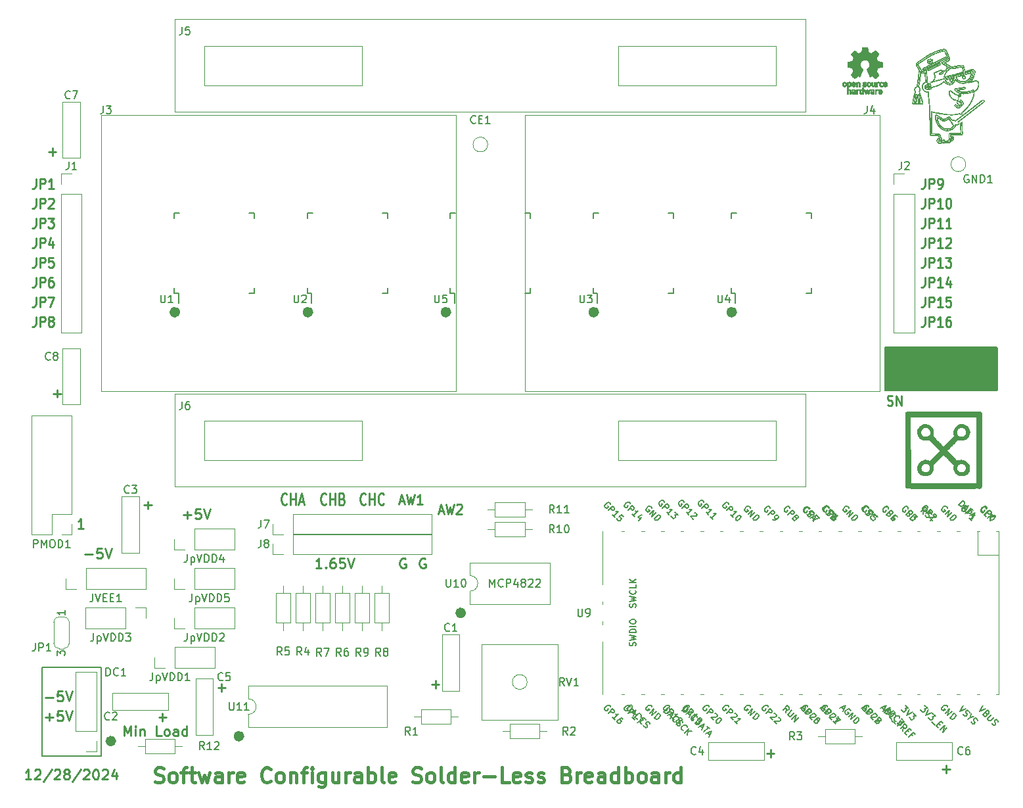
<source format=gbr>
%TF.GenerationSoftware,KiCad,Pcbnew,7.0.7*%
%TF.CreationDate,2025-01-28T12:58:34-05:00*%
%TF.ProjectId,cross-point-exp-brd-mini-smd,63726f73-732d-4706-9f69-6e742d657870,rev?*%
%TF.SameCoordinates,Original*%
%TF.FileFunction,Legend,Top*%
%TF.FilePolarity,Positive*%
%FSLAX46Y46*%
G04 Gerber Fmt 4.6, Leading zero omitted, Abs format (unit mm)*
G04 Created by KiCad (PCBNEW 7.0.7) date 2025-01-28 12:58:34*
%MOMM*%
%LPD*%
G01*
G04 APERTURE LIST*
%ADD10C,0.150000*%
%ADD11C,0.710000*%
%ADD12C,0.254000*%
%ADD13C,0.381000*%
%ADD14C,0.120000*%
%ADD15C,0.100000*%
%ADD16C,0.010000*%
G04 APERTURE END LIST*
D10*
X78105000Y-130175000D02*
X85725000Y-130175000D01*
D11*
X130530000Y-84455000D02*
G75*
G03*
X130530000Y-84455000I-355000J0D01*
G01*
X167360000Y-84455000D02*
G75*
G03*
X167360000Y-84455000I-355000J0D01*
G01*
X87350000Y-139690000D02*
G75*
G03*
X87350000Y-139690000I-355000J0D01*
G01*
X103860000Y-139065000D02*
G75*
G03*
X103860000Y-139065000I-355000J0D01*
G01*
D10*
X85725000Y-130175000D02*
X85725000Y-141605000D01*
D11*
X112750000Y-84455000D02*
G75*
G03*
X112750000Y-84455000I-355000J0D01*
G01*
X149580000Y-84455000D02*
G75*
G03*
X149580000Y-84455000I-355000J0D01*
G01*
X95605000Y-84455000D02*
G75*
G03*
X95605000Y-84455000I-355000J0D01*
G01*
D10*
X78105000Y-141605000D02*
X78105000Y-130175000D01*
D11*
X132435000Y-123190000D02*
G75*
G03*
X132435000Y-123190000I-355000J0D01*
G01*
D10*
X85725000Y-141605000D02*
X78105000Y-141605000D01*
D12*
X195110514Y-143311541D02*
X194142895Y-143311541D01*
X194626704Y-142827731D02*
X194626704Y-143795350D01*
X124209819Y-108796461D02*
X124754105Y-108796461D01*
X124100962Y-109159318D02*
X124481962Y-107889318D01*
X124481962Y-107889318D02*
X124862962Y-109159318D01*
X125135104Y-107889318D02*
X125407247Y-109159318D01*
X125407247Y-109159318D02*
X125624961Y-108252175D01*
X125624961Y-108252175D02*
X125842676Y-109159318D01*
X125842676Y-109159318D02*
X126114819Y-107889318D01*
X127148962Y-109159318D02*
X126495819Y-109159318D01*
X126822390Y-109159318D02*
X126822390Y-107889318D01*
X126822390Y-107889318D02*
X126713533Y-108070746D01*
X126713533Y-108070746D02*
X126604676Y-108191699D01*
X126604676Y-108191699D02*
X126495819Y-108252175D01*
X191900819Y-67249318D02*
X191900819Y-68156461D01*
X191900819Y-68156461D02*
X191846390Y-68337889D01*
X191846390Y-68337889D02*
X191737533Y-68458842D01*
X191737533Y-68458842D02*
X191574247Y-68519318D01*
X191574247Y-68519318D02*
X191465390Y-68519318D01*
X192445104Y-68519318D02*
X192445104Y-67249318D01*
X192445104Y-67249318D02*
X192880533Y-67249318D01*
X192880533Y-67249318D02*
X192989390Y-67309794D01*
X192989390Y-67309794D02*
X193043819Y-67370270D01*
X193043819Y-67370270D02*
X193098247Y-67491222D01*
X193098247Y-67491222D02*
X193098247Y-67672651D01*
X193098247Y-67672651D02*
X193043819Y-67793603D01*
X193043819Y-67793603D02*
X192989390Y-67854080D01*
X192989390Y-67854080D02*
X192880533Y-67914556D01*
X192880533Y-67914556D02*
X192445104Y-67914556D01*
X193642533Y-68519318D02*
X193860247Y-68519318D01*
X193860247Y-68519318D02*
X193969104Y-68458842D01*
X193969104Y-68458842D02*
X194023533Y-68398365D01*
X194023533Y-68398365D02*
X194132390Y-68216937D01*
X194132390Y-68216937D02*
X194186819Y-67975032D01*
X194186819Y-67975032D02*
X194186819Y-67491222D01*
X194186819Y-67491222D02*
X194132390Y-67370270D01*
X194132390Y-67370270D02*
X194077962Y-67309794D01*
X194077962Y-67309794D02*
X193969104Y-67249318D01*
X193969104Y-67249318D02*
X193751390Y-67249318D01*
X193751390Y-67249318D02*
X193642533Y-67309794D01*
X193642533Y-67309794D02*
X193588104Y-67370270D01*
X193588104Y-67370270D02*
X193533676Y-67491222D01*
X193533676Y-67491222D02*
X193533676Y-67793603D01*
X193533676Y-67793603D02*
X193588104Y-67914556D01*
X193588104Y-67914556D02*
X193642533Y-67975032D01*
X193642533Y-67975032D02*
X193751390Y-68035508D01*
X193751390Y-68035508D02*
X193969104Y-68035508D01*
X193969104Y-68035508D02*
X194077962Y-67975032D01*
X194077962Y-67975032D02*
X194132390Y-67914556D01*
X194132390Y-67914556D02*
X194186819Y-67793603D01*
X191900819Y-69789318D02*
X191900819Y-70696461D01*
X191900819Y-70696461D02*
X191846390Y-70877889D01*
X191846390Y-70877889D02*
X191737533Y-70998842D01*
X191737533Y-70998842D02*
X191574247Y-71059318D01*
X191574247Y-71059318D02*
X191465390Y-71059318D01*
X192445104Y-71059318D02*
X192445104Y-69789318D01*
X192445104Y-69789318D02*
X192880533Y-69789318D01*
X192880533Y-69789318D02*
X192989390Y-69849794D01*
X192989390Y-69849794D02*
X193043819Y-69910270D01*
X193043819Y-69910270D02*
X193098247Y-70031222D01*
X193098247Y-70031222D02*
X193098247Y-70212651D01*
X193098247Y-70212651D02*
X193043819Y-70333603D01*
X193043819Y-70333603D02*
X192989390Y-70394080D01*
X192989390Y-70394080D02*
X192880533Y-70454556D01*
X192880533Y-70454556D02*
X192445104Y-70454556D01*
X194186819Y-71059318D02*
X193533676Y-71059318D01*
X193860247Y-71059318D02*
X193860247Y-69789318D01*
X193860247Y-69789318D02*
X193751390Y-69970746D01*
X193751390Y-69970746D02*
X193642533Y-70091699D01*
X193642533Y-70091699D02*
X193533676Y-70152175D01*
X194894390Y-69789318D02*
X195003247Y-69789318D01*
X195003247Y-69789318D02*
X195112104Y-69849794D01*
X195112104Y-69849794D02*
X195166533Y-69910270D01*
X195166533Y-69910270D02*
X195220961Y-70031222D01*
X195220961Y-70031222D02*
X195275390Y-70273127D01*
X195275390Y-70273127D02*
X195275390Y-70575508D01*
X195275390Y-70575508D02*
X195220961Y-70817413D01*
X195220961Y-70817413D02*
X195166533Y-70938365D01*
X195166533Y-70938365D02*
X195112104Y-70998842D01*
X195112104Y-70998842D02*
X195003247Y-71059318D01*
X195003247Y-71059318D02*
X194894390Y-71059318D01*
X194894390Y-71059318D02*
X194785533Y-70998842D01*
X194785533Y-70998842D02*
X194731104Y-70938365D01*
X194731104Y-70938365D02*
X194676675Y-70817413D01*
X194676675Y-70817413D02*
X194622247Y-70575508D01*
X194622247Y-70575508D02*
X194622247Y-70273127D01*
X194622247Y-70273127D02*
X194676675Y-70031222D01*
X194676675Y-70031222D02*
X194731104Y-69910270D01*
X194731104Y-69910270D02*
X194785533Y-69849794D01*
X194785533Y-69849794D02*
X194894390Y-69789318D01*
X77339181Y-72329318D02*
X77339181Y-73236461D01*
X77339181Y-73236461D02*
X77284752Y-73417889D01*
X77284752Y-73417889D02*
X77175895Y-73538842D01*
X77175895Y-73538842D02*
X77012609Y-73599318D01*
X77012609Y-73599318D02*
X76903752Y-73599318D01*
X77883466Y-73599318D02*
X77883466Y-72329318D01*
X77883466Y-72329318D02*
X78318895Y-72329318D01*
X78318895Y-72329318D02*
X78427752Y-72389794D01*
X78427752Y-72389794D02*
X78482181Y-72450270D01*
X78482181Y-72450270D02*
X78536609Y-72571222D01*
X78536609Y-72571222D02*
X78536609Y-72752651D01*
X78536609Y-72752651D02*
X78482181Y-72873603D01*
X78482181Y-72873603D02*
X78427752Y-72934080D01*
X78427752Y-72934080D02*
X78318895Y-72994556D01*
X78318895Y-72994556D02*
X77883466Y-72994556D01*
X78917609Y-72329318D02*
X79625181Y-72329318D01*
X79625181Y-72329318D02*
X79244181Y-72813127D01*
X79244181Y-72813127D02*
X79407466Y-72813127D01*
X79407466Y-72813127D02*
X79516324Y-72873603D01*
X79516324Y-72873603D02*
X79570752Y-72934080D01*
X79570752Y-72934080D02*
X79625181Y-73055032D01*
X79625181Y-73055032D02*
X79625181Y-73357413D01*
X79625181Y-73357413D02*
X79570752Y-73478365D01*
X79570752Y-73478365D02*
X79516324Y-73538842D01*
X79516324Y-73538842D02*
X79407466Y-73599318D01*
X79407466Y-73599318D02*
X79080895Y-73599318D01*
X79080895Y-73599318D02*
X78972038Y-73538842D01*
X78972038Y-73538842D02*
X78917609Y-73478365D01*
X88734485Y-139004318D02*
X88734485Y-137734318D01*
X88734485Y-137734318D02*
X89157819Y-138641461D01*
X89157819Y-138641461D02*
X89581152Y-137734318D01*
X89581152Y-137734318D02*
X89581152Y-139004318D01*
X90185914Y-139004318D02*
X90185914Y-138157651D01*
X90185914Y-137734318D02*
X90125438Y-137794794D01*
X90125438Y-137794794D02*
X90185914Y-137855270D01*
X90185914Y-137855270D02*
X90246391Y-137794794D01*
X90246391Y-137794794D02*
X90185914Y-137734318D01*
X90185914Y-137734318D02*
X90185914Y-137855270D01*
X90790676Y-138157651D02*
X90790676Y-139004318D01*
X90790676Y-138278603D02*
X90851153Y-138218127D01*
X90851153Y-138218127D02*
X90972105Y-138157651D01*
X90972105Y-138157651D02*
X91153534Y-138157651D01*
X91153534Y-138157651D02*
X91274486Y-138218127D01*
X91274486Y-138218127D02*
X91334962Y-138339080D01*
X91334962Y-138339080D02*
X91334962Y-139004318D01*
X93512105Y-139004318D02*
X92907343Y-139004318D01*
X92907343Y-139004318D02*
X92907343Y-137734318D01*
X94116867Y-139004318D02*
X93995915Y-138943842D01*
X93995915Y-138943842D02*
X93935438Y-138883365D01*
X93935438Y-138883365D02*
X93874962Y-138762413D01*
X93874962Y-138762413D02*
X93874962Y-138399556D01*
X93874962Y-138399556D02*
X93935438Y-138278603D01*
X93935438Y-138278603D02*
X93995915Y-138218127D01*
X93995915Y-138218127D02*
X94116867Y-138157651D01*
X94116867Y-138157651D02*
X94298296Y-138157651D01*
X94298296Y-138157651D02*
X94419248Y-138218127D01*
X94419248Y-138218127D02*
X94479724Y-138278603D01*
X94479724Y-138278603D02*
X94540200Y-138399556D01*
X94540200Y-138399556D02*
X94540200Y-138762413D01*
X94540200Y-138762413D02*
X94479724Y-138883365D01*
X94479724Y-138883365D02*
X94419248Y-138943842D01*
X94419248Y-138943842D02*
X94298296Y-139004318D01*
X94298296Y-139004318D02*
X94116867Y-139004318D01*
X95628772Y-139004318D02*
X95628772Y-138339080D01*
X95628772Y-138339080D02*
X95568296Y-138218127D01*
X95568296Y-138218127D02*
X95447344Y-138157651D01*
X95447344Y-138157651D02*
X95205439Y-138157651D01*
X95205439Y-138157651D02*
X95084486Y-138218127D01*
X95628772Y-138943842D02*
X95507820Y-139004318D01*
X95507820Y-139004318D02*
X95205439Y-139004318D01*
X95205439Y-139004318D02*
X95084486Y-138943842D01*
X95084486Y-138943842D02*
X95024010Y-138822889D01*
X95024010Y-138822889D02*
X95024010Y-138701937D01*
X95024010Y-138701937D02*
X95084486Y-138580984D01*
X95084486Y-138580984D02*
X95205439Y-138520508D01*
X95205439Y-138520508D02*
X95507820Y-138520508D01*
X95507820Y-138520508D02*
X95628772Y-138460032D01*
X96777820Y-139004318D02*
X96777820Y-137734318D01*
X96777820Y-138943842D02*
X96656868Y-139004318D01*
X96656868Y-139004318D02*
X96414963Y-139004318D01*
X96414963Y-139004318D02*
X96294011Y-138943842D01*
X96294011Y-138943842D02*
X96233534Y-138883365D01*
X96233534Y-138883365D02*
X96173058Y-138762413D01*
X96173058Y-138762413D02*
X96173058Y-138399556D01*
X96173058Y-138399556D02*
X96233534Y-138278603D01*
X96233534Y-138278603D02*
X96294011Y-138218127D01*
X96294011Y-138218127D02*
X96414963Y-138157651D01*
X96414963Y-138157651D02*
X96656868Y-138157651D01*
X96656868Y-138157651D02*
X96777820Y-138218127D01*
X114757390Y-109131680D02*
X114702962Y-109204252D01*
X114702962Y-109204252D02*
X114539676Y-109276823D01*
X114539676Y-109276823D02*
X114430819Y-109276823D01*
X114430819Y-109276823D02*
X114267533Y-109204252D01*
X114267533Y-109204252D02*
X114158676Y-109059109D01*
X114158676Y-109059109D02*
X114104247Y-108913966D01*
X114104247Y-108913966D02*
X114049819Y-108623680D01*
X114049819Y-108623680D02*
X114049819Y-108405966D01*
X114049819Y-108405966D02*
X114104247Y-108115680D01*
X114104247Y-108115680D02*
X114158676Y-107970537D01*
X114158676Y-107970537D02*
X114267533Y-107825394D01*
X114267533Y-107825394D02*
X114430819Y-107752823D01*
X114430819Y-107752823D02*
X114539676Y-107752823D01*
X114539676Y-107752823D02*
X114702962Y-107825394D01*
X114702962Y-107825394D02*
X114757390Y-107897966D01*
X115247247Y-109276823D02*
X115247247Y-107752823D01*
X115247247Y-108478537D02*
X115900390Y-108478537D01*
X115900390Y-109276823D02*
X115900390Y-107752823D01*
X116825676Y-108478537D02*
X116988962Y-108551109D01*
X116988962Y-108551109D02*
X117043391Y-108623680D01*
X117043391Y-108623680D02*
X117097819Y-108768823D01*
X117097819Y-108768823D02*
X117097819Y-108986537D01*
X117097819Y-108986537D02*
X117043391Y-109131680D01*
X117043391Y-109131680D02*
X116988962Y-109204252D01*
X116988962Y-109204252D02*
X116880105Y-109276823D01*
X116880105Y-109276823D02*
X116444676Y-109276823D01*
X116444676Y-109276823D02*
X116444676Y-107752823D01*
X116444676Y-107752823D02*
X116825676Y-107752823D01*
X116825676Y-107752823D02*
X116934534Y-107825394D01*
X116934534Y-107825394D02*
X116988962Y-107897966D01*
X116988962Y-107897966D02*
X117043391Y-108043109D01*
X117043391Y-108043109D02*
X117043391Y-108188252D01*
X117043391Y-108188252D02*
X116988962Y-108333394D01*
X116988962Y-108333394D02*
X116934534Y-108405966D01*
X116934534Y-108405966D02*
X116825676Y-108478537D01*
X116825676Y-108478537D02*
X116444676Y-108478537D01*
X124959724Y-116204794D02*
X124838771Y-116144318D01*
X124838771Y-116144318D02*
X124657343Y-116144318D01*
X124657343Y-116144318D02*
X124475914Y-116204794D01*
X124475914Y-116204794D02*
X124354962Y-116325746D01*
X124354962Y-116325746D02*
X124294485Y-116446699D01*
X124294485Y-116446699D02*
X124234009Y-116688603D01*
X124234009Y-116688603D02*
X124234009Y-116870032D01*
X124234009Y-116870032D02*
X124294485Y-117111937D01*
X124294485Y-117111937D02*
X124354962Y-117232889D01*
X124354962Y-117232889D02*
X124475914Y-117353842D01*
X124475914Y-117353842D02*
X124657343Y-117414318D01*
X124657343Y-117414318D02*
X124778295Y-117414318D01*
X124778295Y-117414318D02*
X124959724Y-117353842D01*
X124959724Y-117353842D02*
X125020200Y-117293365D01*
X125020200Y-117293365D02*
X125020200Y-116870032D01*
X125020200Y-116870032D02*
X124778295Y-116870032D01*
X77339181Y-74869318D02*
X77339181Y-75776461D01*
X77339181Y-75776461D02*
X77284752Y-75957889D01*
X77284752Y-75957889D02*
X77175895Y-76078842D01*
X77175895Y-76078842D02*
X77012609Y-76139318D01*
X77012609Y-76139318D02*
X76903752Y-76139318D01*
X77883466Y-76139318D02*
X77883466Y-74869318D01*
X77883466Y-74869318D02*
X78318895Y-74869318D01*
X78318895Y-74869318D02*
X78427752Y-74929794D01*
X78427752Y-74929794D02*
X78482181Y-74990270D01*
X78482181Y-74990270D02*
X78536609Y-75111222D01*
X78536609Y-75111222D02*
X78536609Y-75292651D01*
X78536609Y-75292651D02*
X78482181Y-75413603D01*
X78482181Y-75413603D02*
X78427752Y-75474080D01*
X78427752Y-75474080D02*
X78318895Y-75534556D01*
X78318895Y-75534556D02*
X77883466Y-75534556D01*
X79516324Y-75292651D02*
X79516324Y-76139318D01*
X79244181Y-74808842D02*
X78972038Y-75715984D01*
X78972038Y-75715984D02*
X79679609Y-75715984D01*
X191900819Y-72329318D02*
X191900819Y-73236461D01*
X191900819Y-73236461D02*
X191846390Y-73417889D01*
X191846390Y-73417889D02*
X191737533Y-73538842D01*
X191737533Y-73538842D02*
X191574247Y-73599318D01*
X191574247Y-73599318D02*
X191465390Y-73599318D01*
X192445104Y-73599318D02*
X192445104Y-72329318D01*
X192445104Y-72329318D02*
X192880533Y-72329318D01*
X192880533Y-72329318D02*
X192989390Y-72389794D01*
X192989390Y-72389794D02*
X193043819Y-72450270D01*
X193043819Y-72450270D02*
X193098247Y-72571222D01*
X193098247Y-72571222D02*
X193098247Y-72752651D01*
X193098247Y-72752651D02*
X193043819Y-72873603D01*
X193043819Y-72873603D02*
X192989390Y-72934080D01*
X192989390Y-72934080D02*
X192880533Y-72994556D01*
X192880533Y-72994556D02*
X192445104Y-72994556D01*
X194186819Y-73599318D02*
X193533676Y-73599318D01*
X193860247Y-73599318D02*
X193860247Y-72329318D01*
X193860247Y-72329318D02*
X193751390Y-72510746D01*
X193751390Y-72510746D02*
X193642533Y-72631699D01*
X193642533Y-72631699D02*
X193533676Y-72692175D01*
X195275390Y-73599318D02*
X194622247Y-73599318D01*
X194948818Y-73599318D02*
X194948818Y-72329318D01*
X194948818Y-72329318D02*
X194839961Y-72510746D01*
X194839961Y-72510746D02*
X194731104Y-72631699D01*
X194731104Y-72631699D02*
X194622247Y-72692175D01*
X191900819Y-82489318D02*
X191900819Y-83396461D01*
X191900819Y-83396461D02*
X191846390Y-83577889D01*
X191846390Y-83577889D02*
X191737533Y-83698842D01*
X191737533Y-83698842D02*
X191574247Y-83759318D01*
X191574247Y-83759318D02*
X191465390Y-83759318D01*
X192445104Y-83759318D02*
X192445104Y-82489318D01*
X192445104Y-82489318D02*
X192880533Y-82489318D01*
X192880533Y-82489318D02*
X192989390Y-82549794D01*
X192989390Y-82549794D02*
X193043819Y-82610270D01*
X193043819Y-82610270D02*
X193098247Y-82731222D01*
X193098247Y-82731222D02*
X193098247Y-82912651D01*
X193098247Y-82912651D02*
X193043819Y-83033603D01*
X193043819Y-83033603D02*
X192989390Y-83094080D01*
X192989390Y-83094080D02*
X192880533Y-83154556D01*
X192880533Y-83154556D02*
X192445104Y-83154556D01*
X194186819Y-83759318D02*
X193533676Y-83759318D01*
X193860247Y-83759318D02*
X193860247Y-82489318D01*
X193860247Y-82489318D02*
X193751390Y-82670746D01*
X193751390Y-82670746D02*
X193642533Y-82791699D01*
X193642533Y-82791699D02*
X193533676Y-82852175D01*
X195220961Y-82489318D02*
X194676675Y-82489318D01*
X194676675Y-82489318D02*
X194622247Y-83094080D01*
X194622247Y-83094080D02*
X194676675Y-83033603D01*
X194676675Y-83033603D02*
X194785533Y-82973127D01*
X194785533Y-82973127D02*
X195057675Y-82973127D01*
X195057675Y-82973127D02*
X195166533Y-83033603D01*
X195166533Y-83033603D02*
X195220961Y-83094080D01*
X195220961Y-83094080D02*
X195275390Y-83215032D01*
X195275390Y-83215032D02*
X195275390Y-83517413D01*
X195275390Y-83517413D02*
X195220961Y-83638365D01*
X195220961Y-83638365D02*
X195166533Y-83698842D01*
X195166533Y-83698842D02*
X195057675Y-83759318D01*
X195057675Y-83759318D02*
X194785533Y-83759318D01*
X194785533Y-83759318D02*
X194676675Y-83698842D01*
X194676675Y-83698842D02*
X194622247Y-83638365D01*
X77339181Y-82489318D02*
X77339181Y-83396461D01*
X77339181Y-83396461D02*
X77284752Y-83577889D01*
X77284752Y-83577889D02*
X77175895Y-83698842D01*
X77175895Y-83698842D02*
X77012609Y-83759318D01*
X77012609Y-83759318D02*
X76903752Y-83759318D01*
X77883466Y-83759318D02*
X77883466Y-82489318D01*
X77883466Y-82489318D02*
X78318895Y-82489318D01*
X78318895Y-82489318D02*
X78427752Y-82549794D01*
X78427752Y-82549794D02*
X78482181Y-82610270D01*
X78482181Y-82610270D02*
X78536609Y-82731222D01*
X78536609Y-82731222D02*
X78536609Y-82912651D01*
X78536609Y-82912651D02*
X78482181Y-83033603D01*
X78482181Y-83033603D02*
X78427752Y-83094080D01*
X78427752Y-83094080D02*
X78318895Y-83154556D01*
X78318895Y-83154556D02*
X77883466Y-83154556D01*
X78917609Y-82489318D02*
X79679609Y-82489318D01*
X79679609Y-82489318D02*
X79189752Y-83759318D01*
X79465508Y-64300514D02*
X79465508Y-63332895D01*
X79949318Y-63816704D02*
X78981699Y-63816704D01*
X109677390Y-109131680D02*
X109622962Y-109204252D01*
X109622962Y-109204252D02*
X109459676Y-109276823D01*
X109459676Y-109276823D02*
X109350819Y-109276823D01*
X109350819Y-109276823D02*
X109187533Y-109204252D01*
X109187533Y-109204252D02*
X109078676Y-109059109D01*
X109078676Y-109059109D02*
X109024247Y-108913966D01*
X109024247Y-108913966D02*
X108969819Y-108623680D01*
X108969819Y-108623680D02*
X108969819Y-108405966D01*
X108969819Y-108405966D02*
X109024247Y-108115680D01*
X109024247Y-108115680D02*
X109078676Y-107970537D01*
X109078676Y-107970537D02*
X109187533Y-107825394D01*
X109187533Y-107825394D02*
X109350819Y-107752823D01*
X109350819Y-107752823D02*
X109459676Y-107752823D01*
X109459676Y-107752823D02*
X109622962Y-107825394D01*
X109622962Y-107825394D02*
X109677390Y-107897966D01*
X110167247Y-109276823D02*
X110167247Y-107752823D01*
X110167247Y-108478537D02*
X110820390Y-108478537D01*
X110820390Y-109276823D02*
X110820390Y-107752823D01*
X111310248Y-108841394D02*
X111854534Y-108841394D01*
X111201391Y-109276823D02*
X111582391Y-107752823D01*
X111582391Y-107752823D02*
X111963391Y-109276823D01*
X96354485Y-110580508D02*
X97322105Y-110580508D01*
X96838295Y-111064318D02*
X96838295Y-110096699D01*
X98531628Y-109794318D02*
X97926866Y-109794318D01*
X97926866Y-109794318D02*
X97866390Y-110399080D01*
X97866390Y-110399080D02*
X97926866Y-110338603D01*
X97926866Y-110338603D02*
X98047819Y-110278127D01*
X98047819Y-110278127D02*
X98350200Y-110278127D01*
X98350200Y-110278127D02*
X98471152Y-110338603D01*
X98471152Y-110338603D02*
X98531628Y-110399080D01*
X98531628Y-110399080D02*
X98592105Y-110520032D01*
X98592105Y-110520032D02*
X98592105Y-110822413D01*
X98592105Y-110822413D02*
X98531628Y-110943365D01*
X98531628Y-110943365D02*
X98471152Y-111003842D01*
X98471152Y-111003842D02*
X98350200Y-111064318D01*
X98350200Y-111064318D02*
X98047819Y-111064318D01*
X98047819Y-111064318D02*
X97926866Y-111003842D01*
X97926866Y-111003842D02*
X97866390Y-110943365D01*
X98954962Y-109794318D02*
X99378295Y-111064318D01*
X99378295Y-111064318D02*
X99801629Y-109794318D01*
X91274485Y-109310508D02*
X92242105Y-109310508D01*
X91758295Y-109794318D02*
X91758295Y-108826699D01*
D13*
X92688514Y-144915763D02*
X92960657Y-145006477D01*
X92960657Y-145006477D02*
X93414228Y-145006477D01*
X93414228Y-145006477D02*
X93595657Y-144915763D01*
X93595657Y-144915763D02*
X93686371Y-144825048D01*
X93686371Y-144825048D02*
X93777085Y-144643620D01*
X93777085Y-144643620D02*
X93777085Y-144462191D01*
X93777085Y-144462191D02*
X93686371Y-144280763D01*
X93686371Y-144280763D02*
X93595657Y-144190048D01*
X93595657Y-144190048D02*
X93414228Y-144099334D01*
X93414228Y-144099334D02*
X93051371Y-144008620D01*
X93051371Y-144008620D02*
X92869942Y-143917905D01*
X92869942Y-143917905D02*
X92779228Y-143827191D01*
X92779228Y-143827191D02*
X92688514Y-143645763D01*
X92688514Y-143645763D02*
X92688514Y-143464334D01*
X92688514Y-143464334D02*
X92779228Y-143282905D01*
X92779228Y-143282905D02*
X92869942Y-143192191D01*
X92869942Y-143192191D02*
X93051371Y-143101477D01*
X93051371Y-143101477D02*
X93504942Y-143101477D01*
X93504942Y-143101477D02*
X93777085Y-143192191D01*
X94865657Y-145006477D02*
X94684228Y-144915763D01*
X94684228Y-144915763D02*
X94593514Y-144825048D01*
X94593514Y-144825048D02*
X94502800Y-144643620D01*
X94502800Y-144643620D02*
X94502800Y-144099334D01*
X94502800Y-144099334D02*
X94593514Y-143917905D01*
X94593514Y-143917905D02*
X94684228Y-143827191D01*
X94684228Y-143827191D02*
X94865657Y-143736477D01*
X94865657Y-143736477D02*
X95137800Y-143736477D01*
X95137800Y-143736477D02*
X95319228Y-143827191D01*
X95319228Y-143827191D02*
X95409943Y-143917905D01*
X95409943Y-143917905D02*
X95500657Y-144099334D01*
X95500657Y-144099334D02*
X95500657Y-144643620D01*
X95500657Y-144643620D02*
X95409943Y-144825048D01*
X95409943Y-144825048D02*
X95319228Y-144915763D01*
X95319228Y-144915763D02*
X95137800Y-145006477D01*
X95137800Y-145006477D02*
X94865657Y-145006477D01*
X96044942Y-143736477D02*
X96770656Y-143736477D01*
X96317085Y-145006477D02*
X96317085Y-143373620D01*
X96317085Y-143373620D02*
X96407799Y-143192191D01*
X96407799Y-143192191D02*
X96589228Y-143101477D01*
X96589228Y-143101477D02*
X96770656Y-143101477D01*
X97133513Y-143736477D02*
X97859227Y-143736477D01*
X97405656Y-143101477D02*
X97405656Y-144734334D01*
X97405656Y-144734334D02*
X97496370Y-144915763D01*
X97496370Y-144915763D02*
X97677799Y-145006477D01*
X97677799Y-145006477D02*
X97859227Y-145006477D01*
X98312798Y-143736477D02*
X98675656Y-145006477D01*
X98675656Y-145006477D02*
X99038513Y-144099334D01*
X99038513Y-144099334D02*
X99401370Y-145006477D01*
X99401370Y-145006477D02*
X99764227Y-143736477D01*
X101306370Y-145006477D02*
X101306370Y-144008620D01*
X101306370Y-144008620D02*
X101215655Y-143827191D01*
X101215655Y-143827191D02*
X101034227Y-143736477D01*
X101034227Y-143736477D02*
X100671370Y-143736477D01*
X100671370Y-143736477D02*
X100489941Y-143827191D01*
X101306370Y-144915763D02*
X101124941Y-145006477D01*
X101124941Y-145006477D02*
X100671370Y-145006477D01*
X100671370Y-145006477D02*
X100489941Y-144915763D01*
X100489941Y-144915763D02*
X100399227Y-144734334D01*
X100399227Y-144734334D02*
X100399227Y-144552905D01*
X100399227Y-144552905D02*
X100489941Y-144371477D01*
X100489941Y-144371477D02*
X100671370Y-144280763D01*
X100671370Y-144280763D02*
X101124941Y-144280763D01*
X101124941Y-144280763D02*
X101306370Y-144190048D01*
X102213512Y-145006477D02*
X102213512Y-143736477D01*
X102213512Y-144099334D02*
X102304226Y-143917905D01*
X102304226Y-143917905D02*
X102394941Y-143827191D01*
X102394941Y-143827191D02*
X102576369Y-143736477D01*
X102576369Y-143736477D02*
X102757798Y-143736477D01*
X104118512Y-144915763D02*
X103937084Y-145006477D01*
X103937084Y-145006477D02*
X103574227Y-145006477D01*
X103574227Y-145006477D02*
X103392798Y-144915763D01*
X103392798Y-144915763D02*
X103302084Y-144734334D01*
X103302084Y-144734334D02*
X103302084Y-144008620D01*
X103302084Y-144008620D02*
X103392798Y-143827191D01*
X103392798Y-143827191D02*
X103574227Y-143736477D01*
X103574227Y-143736477D02*
X103937084Y-143736477D01*
X103937084Y-143736477D02*
X104118512Y-143827191D01*
X104118512Y-143827191D02*
X104209227Y-144008620D01*
X104209227Y-144008620D02*
X104209227Y-144190048D01*
X104209227Y-144190048D02*
X103302084Y-144371477D01*
X107565655Y-144825048D02*
X107474941Y-144915763D01*
X107474941Y-144915763D02*
X107202798Y-145006477D01*
X107202798Y-145006477D02*
X107021370Y-145006477D01*
X107021370Y-145006477D02*
X106749227Y-144915763D01*
X106749227Y-144915763D02*
X106567798Y-144734334D01*
X106567798Y-144734334D02*
X106477084Y-144552905D01*
X106477084Y-144552905D02*
X106386370Y-144190048D01*
X106386370Y-144190048D02*
X106386370Y-143917905D01*
X106386370Y-143917905D02*
X106477084Y-143555048D01*
X106477084Y-143555048D02*
X106567798Y-143373620D01*
X106567798Y-143373620D02*
X106749227Y-143192191D01*
X106749227Y-143192191D02*
X107021370Y-143101477D01*
X107021370Y-143101477D02*
X107202798Y-143101477D01*
X107202798Y-143101477D02*
X107474941Y-143192191D01*
X107474941Y-143192191D02*
X107565655Y-143282905D01*
X108654227Y-145006477D02*
X108472798Y-144915763D01*
X108472798Y-144915763D02*
X108382084Y-144825048D01*
X108382084Y-144825048D02*
X108291370Y-144643620D01*
X108291370Y-144643620D02*
X108291370Y-144099334D01*
X108291370Y-144099334D02*
X108382084Y-143917905D01*
X108382084Y-143917905D02*
X108472798Y-143827191D01*
X108472798Y-143827191D02*
X108654227Y-143736477D01*
X108654227Y-143736477D02*
X108926370Y-143736477D01*
X108926370Y-143736477D02*
X109107798Y-143827191D01*
X109107798Y-143827191D02*
X109198513Y-143917905D01*
X109198513Y-143917905D02*
X109289227Y-144099334D01*
X109289227Y-144099334D02*
X109289227Y-144643620D01*
X109289227Y-144643620D02*
X109198513Y-144825048D01*
X109198513Y-144825048D02*
X109107798Y-144915763D01*
X109107798Y-144915763D02*
X108926370Y-145006477D01*
X108926370Y-145006477D02*
X108654227Y-145006477D01*
X110105655Y-143736477D02*
X110105655Y-145006477D01*
X110105655Y-143917905D02*
X110196369Y-143827191D01*
X110196369Y-143827191D02*
X110377798Y-143736477D01*
X110377798Y-143736477D02*
X110649941Y-143736477D01*
X110649941Y-143736477D02*
X110831369Y-143827191D01*
X110831369Y-143827191D02*
X110922084Y-144008620D01*
X110922084Y-144008620D02*
X110922084Y-145006477D01*
X111557083Y-143736477D02*
X112282797Y-143736477D01*
X111829226Y-145006477D02*
X111829226Y-143373620D01*
X111829226Y-143373620D02*
X111919940Y-143192191D01*
X111919940Y-143192191D02*
X112101369Y-143101477D01*
X112101369Y-143101477D02*
X112282797Y-143101477D01*
X112917797Y-145006477D02*
X112917797Y-143736477D01*
X112917797Y-143101477D02*
X112827083Y-143192191D01*
X112827083Y-143192191D02*
X112917797Y-143282905D01*
X112917797Y-143282905D02*
X113008511Y-143192191D01*
X113008511Y-143192191D02*
X112917797Y-143101477D01*
X112917797Y-143101477D02*
X112917797Y-143282905D01*
X114641369Y-143736477D02*
X114641369Y-145278620D01*
X114641369Y-145278620D02*
X114550654Y-145460048D01*
X114550654Y-145460048D02*
X114459940Y-145550763D01*
X114459940Y-145550763D02*
X114278511Y-145641477D01*
X114278511Y-145641477D02*
X114006369Y-145641477D01*
X114006369Y-145641477D02*
X113824940Y-145550763D01*
X114641369Y-144915763D02*
X114459940Y-145006477D01*
X114459940Y-145006477D02*
X114097083Y-145006477D01*
X114097083Y-145006477D02*
X113915654Y-144915763D01*
X113915654Y-144915763D02*
X113824940Y-144825048D01*
X113824940Y-144825048D02*
X113734226Y-144643620D01*
X113734226Y-144643620D02*
X113734226Y-144099334D01*
X113734226Y-144099334D02*
X113824940Y-143917905D01*
X113824940Y-143917905D02*
X113915654Y-143827191D01*
X113915654Y-143827191D02*
X114097083Y-143736477D01*
X114097083Y-143736477D02*
X114459940Y-143736477D01*
X114459940Y-143736477D02*
X114641369Y-143827191D01*
X116364940Y-143736477D02*
X116364940Y-145006477D01*
X115548511Y-143736477D02*
X115548511Y-144734334D01*
X115548511Y-144734334D02*
X115639225Y-144915763D01*
X115639225Y-144915763D02*
X115820654Y-145006477D01*
X115820654Y-145006477D02*
X116092797Y-145006477D01*
X116092797Y-145006477D02*
X116274225Y-144915763D01*
X116274225Y-144915763D02*
X116364940Y-144825048D01*
X117272082Y-145006477D02*
X117272082Y-143736477D01*
X117272082Y-144099334D02*
X117362796Y-143917905D01*
X117362796Y-143917905D02*
X117453511Y-143827191D01*
X117453511Y-143827191D02*
X117634939Y-143736477D01*
X117634939Y-143736477D02*
X117816368Y-143736477D01*
X119267797Y-145006477D02*
X119267797Y-144008620D01*
X119267797Y-144008620D02*
X119177082Y-143827191D01*
X119177082Y-143827191D02*
X118995654Y-143736477D01*
X118995654Y-143736477D02*
X118632797Y-143736477D01*
X118632797Y-143736477D02*
X118451368Y-143827191D01*
X119267797Y-144915763D02*
X119086368Y-145006477D01*
X119086368Y-145006477D02*
X118632797Y-145006477D01*
X118632797Y-145006477D02*
X118451368Y-144915763D01*
X118451368Y-144915763D02*
X118360654Y-144734334D01*
X118360654Y-144734334D02*
X118360654Y-144552905D01*
X118360654Y-144552905D02*
X118451368Y-144371477D01*
X118451368Y-144371477D02*
X118632797Y-144280763D01*
X118632797Y-144280763D02*
X119086368Y-144280763D01*
X119086368Y-144280763D02*
X119267797Y-144190048D01*
X120174939Y-145006477D02*
X120174939Y-143101477D01*
X120174939Y-143827191D02*
X120356368Y-143736477D01*
X120356368Y-143736477D02*
X120719225Y-143736477D01*
X120719225Y-143736477D02*
X120900653Y-143827191D01*
X120900653Y-143827191D02*
X120991368Y-143917905D01*
X120991368Y-143917905D02*
X121082082Y-144099334D01*
X121082082Y-144099334D02*
X121082082Y-144643620D01*
X121082082Y-144643620D02*
X120991368Y-144825048D01*
X120991368Y-144825048D02*
X120900653Y-144915763D01*
X120900653Y-144915763D02*
X120719225Y-145006477D01*
X120719225Y-145006477D02*
X120356368Y-145006477D01*
X120356368Y-145006477D02*
X120174939Y-144915763D01*
X122170653Y-145006477D02*
X121989224Y-144915763D01*
X121989224Y-144915763D02*
X121898510Y-144734334D01*
X121898510Y-144734334D02*
X121898510Y-143101477D01*
X123622081Y-144915763D02*
X123440653Y-145006477D01*
X123440653Y-145006477D02*
X123077796Y-145006477D01*
X123077796Y-145006477D02*
X122896367Y-144915763D01*
X122896367Y-144915763D02*
X122805653Y-144734334D01*
X122805653Y-144734334D02*
X122805653Y-144008620D01*
X122805653Y-144008620D02*
X122896367Y-143827191D01*
X122896367Y-143827191D02*
X123077796Y-143736477D01*
X123077796Y-143736477D02*
X123440653Y-143736477D01*
X123440653Y-143736477D02*
X123622081Y-143827191D01*
X123622081Y-143827191D02*
X123712796Y-144008620D01*
X123712796Y-144008620D02*
X123712796Y-144190048D01*
X123712796Y-144190048D02*
X122805653Y-144371477D01*
X125889939Y-144915763D02*
X126162082Y-145006477D01*
X126162082Y-145006477D02*
X126615653Y-145006477D01*
X126615653Y-145006477D02*
X126797082Y-144915763D01*
X126797082Y-144915763D02*
X126887796Y-144825048D01*
X126887796Y-144825048D02*
X126978510Y-144643620D01*
X126978510Y-144643620D02*
X126978510Y-144462191D01*
X126978510Y-144462191D02*
X126887796Y-144280763D01*
X126887796Y-144280763D02*
X126797082Y-144190048D01*
X126797082Y-144190048D02*
X126615653Y-144099334D01*
X126615653Y-144099334D02*
X126252796Y-144008620D01*
X126252796Y-144008620D02*
X126071367Y-143917905D01*
X126071367Y-143917905D02*
X125980653Y-143827191D01*
X125980653Y-143827191D02*
X125889939Y-143645763D01*
X125889939Y-143645763D02*
X125889939Y-143464334D01*
X125889939Y-143464334D02*
X125980653Y-143282905D01*
X125980653Y-143282905D02*
X126071367Y-143192191D01*
X126071367Y-143192191D02*
X126252796Y-143101477D01*
X126252796Y-143101477D02*
X126706367Y-143101477D01*
X126706367Y-143101477D02*
X126978510Y-143192191D01*
X128067082Y-145006477D02*
X127885653Y-144915763D01*
X127885653Y-144915763D02*
X127794939Y-144825048D01*
X127794939Y-144825048D02*
X127704225Y-144643620D01*
X127704225Y-144643620D02*
X127704225Y-144099334D01*
X127704225Y-144099334D02*
X127794939Y-143917905D01*
X127794939Y-143917905D02*
X127885653Y-143827191D01*
X127885653Y-143827191D02*
X128067082Y-143736477D01*
X128067082Y-143736477D02*
X128339225Y-143736477D01*
X128339225Y-143736477D02*
X128520653Y-143827191D01*
X128520653Y-143827191D02*
X128611368Y-143917905D01*
X128611368Y-143917905D02*
X128702082Y-144099334D01*
X128702082Y-144099334D02*
X128702082Y-144643620D01*
X128702082Y-144643620D02*
X128611368Y-144825048D01*
X128611368Y-144825048D02*
X128520653Y-144915763D01*
X128520653Y-144915763D02*
X128339225Y-145006477D01*
X128339225Y-145006477D02*
X128067082Y-145006477D01*
X129790653Y-145006477D02*
X129609224Y-144915763D01*
X129609224Y-144915763D02*
X129518510Y-144734334D01*
X129518510Y-144734334D02*
X129518510Y-143101477D01*
X131332796Y-145006477D02*
X131332796Y-143101477D01*
X131332796Y-144915763D02*
X131151367Y-145006477D01*
X131151367Y-145006477D02*
X130788510Y-145006477D01*
X130788510Y-145006477D02*
X130607081Y-144915763D01*
X130607081Y-144915763D02*
X130516367Y-144825048D01*
X130516367Y-144825048D02*
X130425653Y-144643620D01*
X130425653Y-144643620D02*
X130425653Y-144099334D01*
X130425653Y-144099334D02*
X130516367Y-143917905D01*
X130516367Y-143917905D02*
X130607081Y-143827191D01*
X130607081Y-143827191D02*
X130788510Y-143736477D01*
X130788510Y-143736477D02*
X131151367Y-143736477D01*
X131151367Y-143736477D02*
X131332796Y-143827191D01*
X132965652Y-144915763D02*
X132784224Y-145006477D01*
X132784224Y-145006477D02*
X132421367Y-145006477D01*
X132421367Y-145006477D02*
X132239938Y-144915763D01*
X132239938Y-144915763D02*
X132149224Y-144734334D01*
X132149224Y-144734334D02*
X132149224Y-144008620D01*
X132149224Y-144008620D02*
X132239938Y-143827191D01*
X132239938Y-143827191D02*
X132421367Y-143736477D01*
X132421367Y-143736477D02*
X132784224Y-143736477D01*
X132784224Y-143736477D02*
X132965652Y-143827191D01*
X132965652Y-143827191D02*
X133056367Y-144008620D01*
X133056367Y-144008620D02*
X133056367Y-144190048D01*
X133056367Y-144190048D02*
X132149224Y-144371477D01*
X133872795Y-145006477D02*
X133872795Y-143736477D01*
X133872795Y-144099334D02*
X133963509Y-143917905D01*
X133963509Y-143917905D02*
X134054224Y-143827191D01*
X134054224Y-143827191D02*
X134235652Y-143736477D01*
X134235652Y-143736477D02*
X134417081Y-143736477D01*
X135052081Y-144280763D02*
X136503510Y-144280763D01*
X138317795Y-145006477D02*
X137410652Y-145006477D01*
X137410652Y-145006477D02*
X137410652Y-143101477D01*
X139678509Y-144915763D02*
X139497081Y-145006477D01*
X139497081Y-145006477D02*
X139134224Y-145006477D01*
X139134224Y-145006477D02*
X138952795Y-144915763D01*
X138952795Y-144915763D02*
X138862081Y-144734334D01*
X138862081Y-144734334D02*
X138862081Y-144008620D01*
X138862081Y-144008620D02*
X138952795Y-143827191D01*
X138952795Y-143827191D02*
X139134224Y-143736477D01*
X139134224Y-143736477D02*
X139497081Y-143736477D01*
X139497081Y-143736477D02*
X139678509Y-143827191D01*
X139678509Y-143827191D02*
X139769224Y-144008620D01*
X139769224Y-144008620D02*
X139769224Y-144190048D01*
X139769224Y-144190048D02*
X138862081Y-144371477D01*
X140494938Y-144915763D02*
X140676366Y-145006477D01*
X140676366Y-145006477D02*
X141039223Y-145006477D01*
X141039223Y-145006477D02*
X141220652Y-144915763D01*
X141220652Y-144915763D02*
X141311366Y-144734334D01*
X141311366Y-144734334D02*
X141311366Y-144643620D01*
X141311366Y-144643620D02*
X141220652Y-144462191D01*
X141220652Y-144462191D02*
X141039223Y-144371477D01*
X141039223Y-144371477D02*
X140767081Y-144371477D01*
X140767081Y-144371477D02*
X140585652Y-144280763D01*
X140585652Y-144280763D02*
X140494938Y-144099334D01*
X140494938Y-144099334D02*
X140494938Y-144008620D01*
X140494938Y-144008620D02*
X140585652Y-143827191D01*
X140585652Y-143827191D02*
X140767081Y-143736477D01*
X140767081Y-143736477D02*
X141039223Y-143736477D01*
X141039223Y-143736477D02*
X141220652Y-143827191D01*
X142037081Y-144915763D02*
X142218509Y-145006477D01*
X142218509Y-145006477D02*
X142581366Y-145006477D01*
X142581366Y-145006477D02*
X142762795Y-144915763D01*
X142762795Y-144915763D02*
X142853509Y-144734334D01*
X142853509Y-144734334D02*
X142853509Y-144643620D01*
X142853509Y-144643620D02*
X142762795Y-144462191D01*
X142762795Y-144462191D02*
X142581366Y-144371477D01*
X142581366Y-144371477D02*
X142309224Y-144371477D01*
X142309224Y-144371477D02*
X142127795Y-144280763D01*
X142127795Y-144280763D02*
X142037081Y-144099334D01*
X142037081Y-144099334D02*
X142037081Y-144008620D01*
X142037081Y-144008620D02*
X142127795Y-143827191D01*
X142127795Y-143827191D02*
X142309224Y-143736477D01*
X142309224Y-143736477D02*
X142581366Y-143736477D01*
X142581366Y-143736477D02*
X142762795Y-143827191D01*
X145756367Y-144008620D02*
X146028510Y-144099334D01*
X146028510Y-144099334D02*
X146119224Y-144190048D01*
X146119224Y-144190048D02*
X146209938Y-144371477D01*
X146209938Y-144371477D02*
X146209938Y-144643620D01*
X146209938Y-144643620D02*
X146119224Y-144825048D01*
X146119224Y-144825048D02*
X146028510Y-144915763D01*
X146028510Y-144915763D02*
X145847081Y-145006477D01*
X145847081Y-145006477D02*
X145121367Y-145006477D01*
X145121367Y-145006477D02*
X145121367Y-143101477D01*
X145121367Y-143101477D02*
X145756367Y-143101477D01*
X145756367Y-143101477D02*
X145937796Y-143192191D01*
X145937796Y-143192191D02*
X146028510Y-143282905D01*
X146028510Y-143282905D02*
X146119224Y-143464334D01*
X146119224Y-143464334D02*
X146119224Y-143645763D01*
X146119224Y-143645763D02*
X146028510Y-143827191D01*
X146028510Y-143827191D02*
X145937796Y-143917905D01*
X145937796Y-143917905D02*
X145756367Y-144008620D01*
X145756367Y-144008620D02*
X145121367Y-144008620D01*
X147026367Y-145006477D02*
X147026367Y-143736477D01*
X147026367Y-144099334D02*
X147117081Y-143917905D01*
X147117081Y-143917905D02*
X147207796Y-143827191D01*
X147207796Y-143827191D02*
X147389224Y-143736477D01*
X147389224Y-143736477D02*
X147570653Y-143736477D01*
X148931367Y-144915763D02*
X148749939Y-145006477D01*
X148749939Y-145006477D02*
X148387082Y-145006477D01*
X148387082Y-145006477D02*
X148205653Y-144915763D01*
X148205653Y-144915763D02*
X148114939Y-144734334D01*
X148114939Y-144734334D02*
X148114939Y-144008620D01*
X148114939Y-144008620D02*
X148205653Y-143827191D01*
X148205653Y-143827191D02*
X148387082Y-143736477D01*
X148387082Y-143736477D02*
X148749939Y-143736477D01*
X148749939Y-143736477D02*
X148931367Y-143827191D01*
X148931367Y-143827191D02*
X149022082Y-144008620D01*
X149022082Y-144008620D02*
X149022082Y-144190048D01*
X149022082Y-144190048D02*
X148114939Y-144371477D01*
X150654939Y-145006477D02*
X150654939Y-144008620D01*
X150654939Y-144008620D02*
X150564224Y-143827191D01*
X150564224Y-143827191D02*
X150382796Y-143736477D01*
X150382796Y-143736477D02*
X150019939Y-143736477D01*
X150019939Y-143736477D02*
X149838510Y-143827191D01*
X150654939Y-144915763D02*
X150473510Y-145006477D01*
X150473510Y-145006477D02*
X150019939Y-145006477D01*
X150019939Y-145006477D02*
X149838510Y-144915763D01*
X149838510Y-144915763D02*
X149747796Y-144734334D01*
X149747796Y-144734334D02*
X149747796Y-144552905D01*
X149747796Y-144552905D02*
X149838510Y-144371477D01*
X149838510Y-144371477D02*
X150019939Y-144280763D01*
X150019939Y-144280763D02*
X150473510Y-144280763D01*
X150473510Y-144280763D02*
X150654939Y-144190048D01*
X152378510Y-145006477D02*
X152378510Y-143101477D01*
X152378510Y-144915763D02*
X152197081Y-145006477D01*
X152197081Y-145006477D02*
X151834224Y-145006477D01*
X151834224Y-145006477D02*
X151652795Y-144915763D01*
X151652795Y-144915763D02*
X151562081Y-144825048D01*
X151562081Y-144825048D02*
X151471367Y-144643620D01*
X151471367Y-144643620D02*
X151471367Y-144099334D01*
X151471367Y-144099334D02*
X151562081Y-143917905D01*
X151562081Y-143917905D02*
X151652795Y-143827191D01*
X151652795Y-143827191D02*
X151834224Y-143736477D01*
X151834224Y-143736477D02*
X152197081Y-143736477D01*
X152197081Y-143736477D02*
X152378510Y-143827191D01*
X153285652Y-145006477D02*
X153285652Y-143101477D01*
X153285652Y-143827191D02*
X153467081Y-143736477D01*
X153467081Y-143736477D02*
X153829938Y-143736477D01*
X153829938Y-143736477D02*
X154011366Y-143827191D01*
X154011366Y-143827191D02*
X154102081Y-143917905D01*
X154102081Y-143917905D02*
X154192795Y-144099334D01*
X154192795Y-144099334D02*
X154192795Y-144643620D01*
X154192795Y-144643620D02*
X154102081Y-144825048D01*
X154102081Y-144825048D02*
X154011366Y-144915763D01*
X154011366Y-144915763D02*
X153829938Y-145006477D01*
X153829938Y-145006477D02*
X153467081Y-145006477D01*
X153467081Y-145006477D02*
X153285652Y-144915763D01*
X155281366Y-145006477D02*
X155099937Y-144915763D01*
X155099937Y-144915763D02*
X155009223Y-144825048D01*
X155009223Y-144825048D02*
X154918509Y-144643620D01*
X154918509Y-144643620D02*
X154918509Y-144099334D01*
X154918509Y-144099334D02*
X155009223Y-143917905D01*
X155009223Y-143917905D02*
X155099937Y-143827191D01*
X155099937Y-143827191D02*
X155281366Y-143736477D01*
X155281366Y-143736477D02*
X155553509Y-143736477D01*
X155553509Y-143736477D02*
X155734937Y-143827191D01*
X155734937Y-143827191D02*
X155825652Y-143917905D01*
X155825652Y-143917905D02*
X155916366Y-144099334D01*
X155916366Y-144099334D02*
X155916366Y-144643620D01*
X155916366Y-144643620D02*
X155825652Y-144825048D01*
X155825652Y-144825048D02*
X155734937Y-144915763D01*
X155734937Y-144915763D02*
X155553509Y-145006477D01*
X155553509Y-145006477D02*
X155281366Y-145006477D01*
X157549223Y-145006477D02*
X157549223Y-144008620D01*
X157549223Y-144008620D02*
X157458508Y-143827191D01*
X157458508Y-143827191D02*
X157277080Y-143736477D01*
X157277080Y-143736477D02*
X156914223Y-143736477D01*
X156914223Y-143736477D02*
X156732794Y-143827191D01*
X157549223Y-144915763D02*
X157367794Y-145006477D01*
X157367794Y-145006477D02*
X156914223Y-145006477D01*
X156914223Y-145006477D02*
X156732794Y-144915763D01*
X156732794Y-144915763D02*
X156642080Y-144734334D01*
X156642080Y-144734334D02*
X156642080Y-144552905D01*
X156642080Y-144552905D02*
X156732794Y-144371477D01*
X156732794Y-144371477D02*
X156914223Y-144280763D01*
X156914223Y-144280763D02*
X157367794Y-144280763D01*
X157367794Y-144280763D02*
X157549223Y-144190048D01*
X158456365Y-145006477D02*
X158456365Y-143736477D01*
X158456365Y-144099334D02*
X158547079Y-143917905D01*
X158547079Y-143917905D02*
X158637794Y-143827191D01*
X158637794Y-143827191D02*
X158819222Y-143736477D01*
X158819222Y-143736477D02*
X159000651Y-143736477D01*
X160452080Y-145006477D02*
X160452080Y-143101477D01*
X160452080Y-144915763D02*
X160270651Y-145006477D01*
X160270651Y-145006477D02*
X159907794Y-145006477D01*
X159907794Y-145006477D02*
X159726365Y-144915763D01*
X159726365Y-144915763D02*
X159635651Y-144825048D01*
X159635651Y-144825048D02*
X159544937Y-144643620D01*
X159544937Y-144643620D02*
X159544937Y-144099334D01*
X159544937Y-144099334D02*
X159635651Y-143917905D01*
X159635651Y-143917905D02*
X159726365Y-143827191D01*
X159726365Y-143827191D02*
X159907794Y-143736477D01*
X159907794Y-143736477D02*
X160270651Y-143736477D01*
X160270651Y-143736477D02*
X160452080Y-143827191D01*
D12*
X77339181Y-85029318D02*
X77339181Y-85936461D01*
X77339181Y-85936461D02*
X77284752Y-86117889D01*
X77284752Y-86117889D02*
X77175895Y-86238842D01*
X77175895Y-86238842D02*
X77012609Y-86299318D01*
X77012609Y-86299318D02*
X76903752Y-86299318D01*
X77883466Y-86299318D02*
X77883466Y-85029318D01*
X77883466Y-85029318D02*
X78318895Y-85029318D01*
X78318895Y-85029318D02*
X78427752Y-85089794D01*
X78427752Y-85089794D02*
X78482181Y-85150270D01*
X78482181Y-85150270D02*
X78536609Y-85271222D01*
X78536609Y-85271222D02*
X78536609Y-85452651D01*
X78536609Y-85452651D02*
X78482181Y-85573603D01*
X78482181Y-85573603D02*
X78427752Y-85634080D01*
X78427752Y-85634080D02*
X78318895Y-85694556D01*
X78318895Y-85694556D02*
X77883466Y-85694556D01*
X79189752Y-85573603D02*
X79080895Y-85513127D01*
X79080895Y-85513127D02*
X79026466Y-85452651D01*
X79026466Y-85452651D02*
X78972038Y-85331699D01*
X78972038Y-85331699D02*
X78972038Y-85271222D01*
X78972038Y-85271222D02*
X79026466Y-85150270D01*
X79026466Y-85150270D02*
X79080895Y-85089794D01*
X79080895Y-85089794D02*
X79189752Y-85029318D01*
X79189752Y-85029318D02*
X79407466Y-85029318D01*
X79407466Y-85029318D02*
X79516324Y-85089794D01*
X79516324Y-85089794D02*
X79570752Y-85150270D01*
X79570752Y-85150270D02*
X79625181Y-85271222D01*
X79625181Y-85271222D02*
X79625181Y-85331699D01*
X79625181Y-85331699D02*
X79570752Y-85452651D01*
X79570752Y-85452651D02*
X79516324Y-85513127D01*
X79516324Y-85513127D02*
X79407466Y-85573603D01*
X79407466Y-85573603D02*
X79189752Y-85573603D01*
X79189752Y-85573603D02*
X79080895Y-85634080D01*
X79080895Y-85634080D02*
X79026466Y-85694556D01*
X79026466Y-85694556D02*
X78972038Y-85815508D01*
X78972038Y-85815508D02*
X78972038Y-86057413D01*
X78972038Y-86057413D02*
X79026466Y-86178365D01*
X79026466Y-86178365D02*
X79080895Y-86238842D01*
X79080895Y-86238842D02*
X79189752Y-86299318D01*
X79189752Y-86299318D02*
X79407466Y-86299318D01*
X79407466Y-86299318D02*
X79516324Y-86238842D01*
X79516324Y-86238842D02*
X79570752Y-86178365D01*
X79570752Y-86178365D02*
X79625181Y-86057413D01*
X79625181Y-86057413D02*
X79625181Y-85815508D01*
X79625181Y-85815508D02*
X79570752Y-85694556D01*
X79570752Y-85694556D02*
X79516324Y-85634080D01*
X79516324Y-85634080D02*
X79407466Y-85573603D01*
X187074819Y-96398842D02*
X187238105Y-96459318D01*
X187238105Y-96459318D02*
X187510247Y-96459318D01*
X187510247Y-96459318D02*
X187619105Y-96398842D01*
X187619105Y-96398842D02*
X187673533Y-96338365D01*
X187673533Y-96338365D02*
X187727962Y-96217413D01*
X187727962Y-96217413D02*
X187727962Y-96096461D01*
X187727962Y-96096461D02*
X187673533Y-95975508D01*
X187673533Y-95975508D02*
X187619105Y-95915032D01*
X187619105Y-95915032D02*
X187510247Y-95854556D01*
X187510247Y-95854556D02*
X187292533Y-95794080D01*
X187292533Y-95794080D02*
X187183676Y-95733603D01*
X187183676Y-95733603D02*
X187129247Y-95673127D01*
X187129247Y-95673127D02*
X187074819Y-95552175D01*
X187074819Y-95552175D02*
X187074819Y-95431222D01*
X187074819Y-95431222D02*
X187129247Y-95310270D01*
X187129247Y-95310270D02*
X187183676Y-95249794D01*
X187183676Y-95249794D02*
X187292533Y-95189318D01*
X187292533Y-95189318D02*
X187564676Y-95189318D01*
X187564676Y-95189318D02*
X187727962Y-95249794D01*
X188217818Y-96459318D02*
X188217818Y-95189318D01*
X188217818Y-95189318D02*
X188870961Y-96459318D01*
X188870961Y-96459318D02*
X188870961Y-95189318D01*
X191900819Y-77409318D02*
X191900819Y-78316461D01*
X191900819Y-78316461D02*
X191846390Y-78497889D01*
X191846390Y-78497889D02*
X191737533Y-78618842D01*
X191737533Y-78618842D02*
X191574247Y-78679318D01*
X191574247Y-78679318D02*
X191465390Y-78679318D01*
X192445104Y-78679318D02*
X192445104Y-77409318D01*
X192445104Y-77409318D02*
X192880533Y-77409318D01*
X192880533Y-77409318D02*
X192989390Y-77469794D01*
X192989390Y-77469794D02*
X193043819Y-77530270D01*
X193043819Y-77530270D02*
X193098247Y-77651222D01*
X193098247Y-77651222D02*
X193098247Y-77832651D01*
X193098247Y-77832651D02*
X193043819Y-77953603D01*
X193043819Y-77953603D02*
X192989390Y-78014080D01*
X192989390Y-78014080D02*
X192880533Y-78074556D01*
X192880533Y-78074556D02*
X192445104Y-78074556D01*
X194186819Y-78679318D02*
X193533676Y-78679318D01*
X193860247Y-78679318D02*
X193860247Y-77409318D01*
X193860247Y-77409318D02*
X193751390Y-77590746D01*
X193751390Y-77590746D02*
X193642533Y-77711699D01*
X193642533Y-77711699D02*
X193533676Y-77772175D01*
X194567818Y-77409318D02*
X195275390Y-77409318D01*
X195275390Y-77409318D02*
X194894390Y-77893127D01*
X194894390Y-77893127D02*
X195057675Y-77893127D01*
X195057675Y-77893127D02*
X195166533Y-77953603D01*
X195166533Y-77953603D02*
X195220961Y-78014080D01*
X195220961Y-78014080D02*
X195275390Y-78135032D01*
X195275390Y-78135032D02*
X195275390Y-78437413D01*
X195275390Y-78437413D02*
X195220961Y-78558365D01*
X195220961Y-78558365D02*
X195166533Y-78618842D01*
X195166533Y-78618842D02*
X195057675Y-78679318D01*
X195057675Y-78679318D02*
X194731104Y-78679318D01*
X194731104Y-78679318D02*
X194622247Y-78618842D01*
X194622247Y-78618842D02*
X194567818Y-78558365D01*
X191900819Y-85029318D02*
X191900819Y-85936461D01*
X191900819Y-85936461D02*
X191846390Y-86117889D01*
X191846390Y-86117889D02*
X191737533Y-86238842D01*
X191737533Y-86238842D02*
X191574247Y-86299318D01*
X191574247Y-86299318D02*
X191465390Y-86299318D01*
X192445104Y-86299318D02*
X192445104Y-85029318D01*
X192445104Y-85029318D02*
X192880533Y-85029318D01*
X192880533Y-85029318D02*
X192989390Y-85089794D01*
X192989390Y-85089794D02*
X193043819Y-85150270D01*
X193043819Y-85150270D02*
X193098247Y-85271222D01*
X193098247Y-85271222D02*
X193098247Y-85452651D01*
X193098247Y-85452651D02*
X193043819Y-85573603D01*
X193043819Y-85573603D02*
X192989390Y-85634080D01*
X192989390Y-85634080D02*
X192880533Y-85694556D01*
X192880533Y-85694556D02*
X192445104Y-85694556D01*
X194186819Y-86299318D02*
X193533676Y-86299318D01*
X193860247Y-86299318D02*
X193860247Y-85029318D01*
X193860247Y-85029318D02*
X193751390Y-85210746D01*
X193751390Y-85210746D02*
X193642533Y-85331699D01*
X193642533Y-85331699D02*
X193533676Y-85392175D01*
X195166533Y-85029318D02*
X194948818Y-85029318D01*
X194948818Y-85029318D02*
X194839961Y-85089794D01*
X194839961Y-85089794D02*
X194785533Y-85150270D01*
X194785533Y-85150270D02*
X194676675Y-85331699D01*
X194676675Y-85331699D02*
X194622247Y-85573603D01*
X194622247Y-85573603D02*
X194622247Y-86057413D01*
X194622247Y-86057413D02*
X194676675Y-86178365D01*
X194676675Y-86178365D02*
X194731104Y-86238842D01*
X194731104Y-86238842D02*
X194839961Y-86299318D01*
X194839961Y-86299318D02*
X195057675Y-86299318D01*
X195057675Y-86299318D02*
X195166533Y-86238842D01*
X195166533Y-86238842D02*
X195220961Y-86178365D01*
X195220961Y-86178365D02*
X195275390Y-86057413D01*
X195275390Y-86057413D02*
X195275390Y-85755032D01*
X195275390Y-85755032D02*
X195220961Y-85634080D01*
X195220961Y-85634080D02*
X195166533Y-85573603D01*
X195166533Y-85573603D02*
X195057675Y-85513127D01*
X195057675Y-85513127D02*
X194839961Y-85513127D01*
X194839961Y-85513127D02*
X194731104Y-85573603D01*
X194731104Y-85573603D02*
X194676675Y-85634080D01*
X194676675Y-85634080D02*
X194622247Y-85755032D01*
X114164724Y-117414318D02*
X113439009Y-117414318D01*
X113801866Y-117414318D02*
X113801866Y-116144318D01*
X113801866Y-116144318D02*
X113680914Y-116325746D01*
X113680914Y-116325746D02*
X113559962Y-116446699D01*
X113559962Y-116446699D02*
X113439009Y-116507175D01*
X114709009Y-117293365D02*
X114769486Y-117353842D01*
X114769486Y-117353842D02*
X114709009Y-117414318D01*
X114709009Y-117414318D02*
X114648533Y-117353842D01*
X114648533Y-117353842D02*
X114709009Y-117293365D01*
X114709009Y-117293365D02*
X114709009Y-117414318D01*
X115858057Y-116144318D02*
X115616152Y-116144318D01*
X115616152Y-116144318D02*
X115495200Y-116204794D01*
X115495200Y-116204794D02*
X115434724Y-116265270D01*
X115434724Y-116265270D02*
X115313771Y-116446699D01*
X115313771Y-116446699D02*
X115253295Y-116688603D01*
X115253295Y-116688603D02*
X115253295Y-117172413D01*
X115253295Y-117172413D02*
X115313771Y-117293365D01*
X115313771Y-117293365D02*
X115374248Y-117353842D01*
X115374248Y-117353842D02*
X115495200Y-117414318D01*
X115495200Y-117414318D02*
X115737105Y-117414318D01*
X115737105Y-117414318D02*
X115858057Y-117353842D01*
X115858057Y-117353842D02*
X115918533Y-117293365D01*
X115918533Y-117293365D02*
X115979010Y-117172413D01*
X115979010Y-117172413D02*
X115979010Y-116870032D01*
X115979010Y-116870032D02*
X115918533Y-116749080D01*
X115918533Y-116749080D02*
X115858057Y-116688603D01*
X115858057Y-116688603D02*
X115737105Y-116628127D01*
X115737105Y-116628127D02*
X115495200Y-116628127D01*
X115495200Y-116628127D02*
X115374248Y-116688603D01*
X115374248Y-116688603D02*
X115313771Y-116749080D01*
X115313771Y-116749080D02*
X115253295Y-116870032D01*
X117128057Y-116144318D02*
X116523295Y-116144318D01*
X116523295Y-116144318D02*
X116462819Y-116749080D01*
X116462819Y-116749080D02*
X116523295Y-116688603D01*
X116523295Y-116688603D02*
X116644248Y-116628127D01*
X116644248Y-116628127D02*
X116946629Y-116628127D01*
X116946629Y-116628127D02*
X117067581Y-116688603D01*
X117067581Y-116688603D02*
X117128057Y-116749080D01*
X117128057Y-116749080D02*
X117188534Y-116870032D01*
X117188534Y-116870032D02*
X117188534Y-117172413D01*
X117188534Y-117172413D02*
X117128057Y-117293365D01*
X117128057Y-117293365D02*
X117067581Y-117353842D01*
X117067581Y-117353842D02*
X116946629Y-117414318D01*
X116946629Y-117414318D02*
X116644248Y-117414318D01*
X116644248Y-117414318D02*
X116523295Y-117353842D01*
X116523295Y-117353842D02*
X116462819Y-117293365D01*
X117551391Y-116144318D02*
X117974724Y-117414318D01*
X117974724Y-117414318D02*
X118398058Y-116144318D01*
X76714047Y-144611368D02*
X75988332Y-144611368D01*
X76351189Y-144611368D02*
X76351189Y-143341368D01*
X76351189Y-143341368D02*
X76230237Y-143522796D01*
X76230237Y-143522796D02*
X76109285Y-143643749D01*
X76109285Y-143643749D02*
X75988332Y-143704225D01*
X77197856Y-143462320D02*
X77258332Y-143401844D01*
X77258332Y-143401844D02*
X77379285Y-143341368D01*
X77379285Y-143341368D02*
X77681666Y-143341368D01*
X77681666Y-143341368D02*
X77802618Y-143401844D01*
X77802618Y-143401844D02*
X77863094Y-143462320D01*
X77863094Y-143462320D02*
X77923571Y-143583272D01*
X77923571Y-143583272D02*
X77923571Y-143704225D01*
X77923571Y-143704225D02*
X77863094Y-143885653D01*
X77863094Y-143885653D02*
X77137380Y-144611368D01*
X77137380Y-144611368D02*
X77923571Y-144611368D01*
X79374999Y-143280892D02*
X78286428Y-144913749D01*
X79737856Y-143462320D02*
X79798332Y-143401844D01*
X79798332Y-143401844D02*
X79919285Y-143341368D01*
X79919285Y-143341368D02*
X80221666Y-143341368D01*
X80221666Y-143341368D02*
X80342618Y-143401844D01*
X80342618Y-143401844D02*
X80403094Y-143462320D01*
X80403094Y-143462320D02*
X80463571Y-143583272D01*
X80463571Y-143583272D02*
X80463571Y-143704225D01*
X80463571Y-143704225D02*
X80403094Y-143885653D01*
X80403094Y-143885653D02*
X79677380Y-144611368D01*
X79677380Y-144611368D02*
X80463571Y-144611368D01*
X81189285Y-143885653D02*
X81068333Y-143825177D01*
X81068333Y-143825177D02*
X81007856Y-143764701D01*
X81007856Y-143764701D02*
X80947380Y-143643749D01*
X80947380Y-143643749D02*
X80947380Y-143583272D01*
X80947380Y-143583272D02*
X81007856Y-143462320D01*
X81007856Y-143462320D02*
X81068333Y-143401844D01*
X81068333Y-143401844D02*
X81189285Y-143341368D01*
X81189285Y-143341368D02*
X81431190Y-143341368D01*
X81431190Y-143341368D02*
X81552142Y-143401844D01*
X81552142Y-143401844D02*
X81612618Y-143462320D01*
X81612618Y-143462320D02*
X81673095Y-143583272D01*
X81673095Y-143583272D02*
X81673095Y-143643749D01*
X81673095Y-143643749D02*
X81612618Y-143764701D01*
X81612618Y-143764701D02*
X81552142Y-143825177D01*
X81552142Y-143825177D02*
X81431190Y-143885653D01*
X81431190Y-143885653D02*
X81189285Y-143885653D01*
X81189285Y-143885653D02*
X81068333Y-143946130D01*
X81068333Y-143946130D02*
X81007856Y-144006606D01*
X81007856Y-144006606D02*
X80947380Y-144127558D01*
X80947380Y-144127558D02*
X80947380Y-144369463D01*
X80947380Y-144369463D02*
X81007856Y-144490415D01*
X81007856Y-144490415D02*
X81068333Y-144550892D01*
X81068333Y-144550892D02*
X81189285Y-144611368D01*
X81189285Y-144611368D02*
X81431190Y-144611368D01*
X81431190Y-144611368D02*
X81552142Y-144550892D01*
X81552142Y-144550892D02*
X81612618Y-144490415D01*
X81612618Y-144490415D02*
X81673095Y-144369463D01*
X81673095Y-144369463D02*
X81673095Y-144127558D01*
X81673095Y-144127558D02*
X81612618Y-144006606D01*
X81612618Y-144006606D02*
X81552142Y-143946130D01*
X81552142Y-143946130D02*
X81431190Y-143885653D01*
X83124523Y-143280892D02*
X82035952Y-144913749D01*
X83487380Y-143462320D02*
X83547856Y-143401844D01*
X83547856Y-143401844D02*
X83668809Y-143341368D01*
X83668809Y-143341368D02*
X83971190Y-143341368D01*
X83971190Y-143341368D02*
X84092142Y-143401844D01*
X84092142Y-143401844D02*
X84152618Y-143462320D01*
X84152618Y-143462320D02*
X84213095Y-143583272D01*
X84213095Y-143583272D02*
X84213095Y-143704225D01*
X84213095Y-143704225D02*
X84152618Y-143885653D01*
X84152618Y-143885653D02*
X83426904Y-144611368D01*
X83426904Y-144611368D02*
X84213095Y-144611368D01*
X84999285Y-143341368D02*
X85120238Y-143341368D01*
X85120238Y-143341368D02*
X85241190Y-143401844D01*
X85241190Y-143401844D02*
X85301666Y-143462320D01*
X85301666Y-143462320D02*
X85362142Y-143583272D01*
X85362142Y-143583272D02*
X85422619Y-143825177D01*
X85422619Y-143825177D02*
X85422619Y-144127558D01*
X85422619Y-144127558D02*
X85362142Y-144369463D01*
X85362142Y-144369463D02*
X85301666Y-144490415D01*
X85301666Y-144490415D02*
X85241190Y-144550892D01*
X85241190Y-144550892D02*
X85120238Y-144611368D01*
X85120238Y-144611368D02*
X84999285Y-144611368D01*
X84999285Y-144611368D02*
X84878333Y-144550892D01*
X84878333Y-144550892D02*
X84817857Y-144490415D01*
X84817857Y-144490415D02*
X84757380Y-144369463D01*
X84757380Y-144369463D02*
X84696904Y-144127558D01*
X84696904Y-144127558D02*
X84696904Y-143825177D01*
X84696904Y-143825177D02*
X84757380Y-143583272D01*
X84757380Y-143583272D02*
X84817857Y-143462320D01*
X84817857Y-143462320D02*
X84878333Y-143401844D01*
X84878333Y-143401844D02*
X84999285Y-143341368D01*
X85906428Y-143462320D02*
X85966904Y-143401844D01*
X85966904Y-143401844D02*
X86087857Y-143341368D01*
X86087857Y-143341368D02*
X86390238Y-143341368D01*
X86390238Y-143341368D02*
X86511190Y-143401844D01*
X86511190Y-143401844D02*
X86571666Y-143462320D01*
X86571666Y-143462320D02*
X86632143Y-143583272D01*
X86632143Y-143583272D02*
X86632143Y-143704225D01*
X86632143Y-143704225D02*
X86571666Y-143885653D01*
X86571666Y-143885653D02*
X85845952Y-144611368D01*
X85845952Y-144611368D02*
X86632143Y-144611368D01*
X87720714Y-143764701D02*
X87720714Y-144611368D01*
X87418333Y-143280892D02*
X87115952Y-144188034D01*
X87115952Y-144188034D02*
X87902143Y-144188034D01*
X191900819Y-74869318D02*
X191900819Y-75776461D01*
X191900819Y-75776461D02*
X191846390Y-75957889D01*
X191846390Y-75957889D02*
X191737533Y-76078842D01*
X191737533Y-76078842D02*
X191574247Y-76139318D01*
X191574247Y-76139318D02*
X191465390Y-76139318D01*
X192445104Y-76139318D02*
X192445104Y-74869318D01*
X192445104Y-74869318D02*
X192880533Y-74869318D01*
X192880533Y-74869318D02*
X192989390Y-74929794D01*
X192989390Y-74929794D02*
X193043819Y-74990270D01*
X193043819Y-74990270D02*
X193098247Y-75111222D01*
X193098247Y-75111222D02*
X193098247Y-75292651D01*
X193098247Y-75292651D02*
X193043819Y-75413603D01*
X193043819Y-75413603D02*
X192989390Y-75474080D01*
X192989390Y-75474080D02*
X192880533Y-75534556D01*
X192880533Y-75534556D02*
X192445104Y-75534556D01*
X194186819Y-76139318D02*
X193533676Y-76139318D01*
X193860247Y-76139318D02*
X193860247Y-74869318D01*
X193860247Y-74869318D02*
X193751390Y-75050746D01*
X193751390Y-75050746D02*
X193642533Y-75171699D01*
X193642533Y-75171699D02*
X193533676Y-75232175D01*
X194622247Y-74990270D02*
X194676675Y-74929794D01*
X194676675Y-74929794D02*
X194785533Y-74869318D01*
X194785533Y-74869318D02*
X195057675Y-74869318D01*
X195057675Y-74869318D02*
X195166533Y-74929794D01*
X195166533Y-74929794D02*
X195220961Y-74990270D01*
X195220961Y-74990270D02*
X195275390Y-75111222D01*
X195275390Y-75111222D02*
X195275390Y-75232175D01*
X195275390Y-75232175D02*
X195220961Y-75413603D01*
X195220961Y-75413603D02*
X194567818Y-76139318D01*
X194567818Y-76139318D02*
X195275390Y-76139318D01*
X77339181Y-77409318D02*
X77339181Y-78316461D01*
X77339181Y-78316461D02*
X77284752Y-78497889D01*
X77284752Y-78497889D02*
X77175895Y-78618842D01*
X77175895Y-78618842D02*
X77012609Y-78679318D01*
X77012609Y-78679318D02*
X76903752Y-78679318D01*
X77883466Y-78679318D02*
X77883466Y-77409318D01*
X77883466Y-77409318D02*
X78318895Y-77409318D01*
X78318895Y-77409318D02*
X78427752Y-77469794D01*
X78427752Y-77469794D02*
X78482181Y-77530270D01*
X78482181Y-77530270D02*
X78536609Y-77651222D01*
X78536609Y-77651222D02*
X78536609Y-77832651D01*
X78536609Y-77832651D02*
X78482181Y-77953603D01*
X78482181Y-77953603D02*
X78427752Y-78014080D01*
X78427752Y-78014080D02*
X78318895Y-78074556D01*
X78318895Y-78074556D02*
X77883466Y-78074556D01*
X79570752Y-77409318D02*
X79026466Y-77409318D01*
X79026466Y-77409318D02*
X78972038Y-78014080D01*
X78972038Y-78014080D02*
X79026466Y-77953603D01*
X79026466Y-77953603D02*
X79135324Y-77893127D01*
X79135324Y-77893127D02*
X79407466Y-77893127D01*
X79407466Y-77893127D02*
X79516324Y-77953603D01*
X79516324Y-77953603D02*
X79570752Y-78014080D01*
X79570752Y-78014080D02*
X79625181Y-78135032D01*
X79625181Y-78135032D02*
X79625181Y-78437413D01*
X79625181Y-78437413D02*
X79570752Y-78558365D01*
X79570752Y-78558365D02*
X79516324Y-78618842D01*
X79516324Y-78618842D02*
X79407466Y-78679318D01*
X79407466Y-78679318D02*
X79135324Y-78679318D01*
X79135324Y-78679318D02*
X79026466Y-78618842D01*
X79026466Y-78618842D02*
X78972038Y-78558365D01*
X83654485Y-115660508D02*
X84622105Y-115660508D01*
X85831628Y-114874318D02*
X85226866Y-114874318D01*
X85226866Y-114874318D02*
X85166390Y-115479080D01*
X85166390Y-115479080D02*
X85226866Y-115418603D01*
X85226866Y-115418603D02*
X85347819Y-115358127D01*
X85347819Y-115358127D02*
X85650200Y-115358127D01*
X85650200Y-115358127D02*
X85771152Y-115418603D01*
X85771152Y-115418603D02*
X85831628Y-115479080D01*
X85831628Y-115479080D02*
X85892105Y-115600032D01*
X85892105Y-115600032D02*
X85892105Y-115902413D01*
X85892105Y-115902413D02*
X85831628Y-116023365D01*
X85831628Y-116023365D02*
X85771152Y-116083842D01*
X85771152Y-116083842D02*
X85650200Y-116144318D01*
X85650200Y-116144318D02*
X85347819Y-116144318D01*
X85347819Y-116144318D02*
X85226866Y-116083842D01*
X85226866Y-116083842D02*
X85166390Y-116023365D01*
X86254962Y-114874318D02*
X86678295Y-116144318D01*
X86678295Y-116144318D02*
X87101629Y-114874318D01*
X77339181Y-69789318D02*
X77339181Y-70696461D01*
X77339181Y-70696461D02*
X77284752Y-70877889D01*
X77284752Y-70877889D02*
X77175895Y-70998842D01*
X77175895Y-70998842D02*
X77012609Y-71059318D01*
X77012609Y-71059318D02*
X76903752Y-71059318D01*
X77883466Y-71059318D02*
X77883466Y-69789318D01*
X77883466Y-69789318D02*
X78318895Y-69789318D01*
X78318895Y-69789318D02*
X78427752Y-69849794D01*
X78427752Y-69849794D02*
X78482181Y-69910270D01*
X78482181Y-69910270D02*
X78536609Y-70031222D01*
X78536609Y-70031222D02*
X78536609Y-70212651D01*
X78536609Y-70212651D02*
X78482181Y-70333603D01*
X78482181Y-70333603D02*
X78427752Y-70394080D01*
X78427752Y-70394080D02*
X78318895Y-70454556D01*
X78318895Y-70454556D02*
X77883466Y-70454556D01*
X78972038Y-69910270D02*
X79026466Y-69849794D01*
X79026466Y-69849794D02*
X79135324Y-69789318D01*
X79135324Y-69789318D02*
X79407466Y-69789318D01*
X79407466Y-69789318D02*
X79516324Y-69849794D01*
X79516324Y-69849794D02*
X79570752Y-69910270D01*
X79570752Y-69910270D02*
X79625181Y-70031222D01*
X79625181Y-70031222D02*
X79625181Y-70152175D01*
X79625181Y-70152175D02*
X79570752Y-70333603D01*
X79570752Y-70333603D02*
X78917609Y-71059318D01*
X78917609Y-71059318D02*
X79625181Y-71059318D01*
X129289819Y-110066461D02*
X129834105Y-110066461D01*
X129180962Y-110429318D02*
X129561962Y-109159318D01*
X129561962Y-109159318D02*
X129942962Y-110429318D01*
X130215104Y-109159318D02*
X130487247Y-110429318D01*
X130487247Y-110429318D02*
X130704961Y-109522175D01*
X130704961Y-109522175D02*
X130922676Y-110429318D01*
X130922676Y-110429318D02*
X131194819Y-109159318D01*
X131575819Y-109280270D02*
X131630247Y-109219794D01*
X131630247Y-109219794D02*
X131739105Y-109159318D01*
X131739105Y-109159318D02*
X132011247Y-109159318D01*
X132011247Y-109159318D02*
X132120105Y-109219794D01*
X132120105Y-109219794D02*
X132174533Y-109280270D01*
X132174533Y-109280270D02*
X132228962Y-109401222D01*
X132228962Y-109401222D02*
X132228962Y-109522175D01*
X132228962Y-109522175D02*
X132174533Y-109703603D01*
X132174533Y-109703603D02*
X131521390Y-110429318D01*
X131521390Y-110429318D02*
X132228962Y-110429318D01*
X171994491Y-140804485D02*
X171994491Y-141772105D01*
X171510681Y-141288295D02*
X172478300Y-141288295D01*
X128814491Y-131914485D02*
X128814491Y-132882105D01*
X128330681Y-132398295D02*
X129298300Y-132398295D01*
X191900819Y-79949318D02*
X191900819Y-80856461D01*
X191900819Y-80856461D02*
X191846390Y-81037889D01*
X191846390Y-81037889D02*
X191737533Y-81158842D01*
X191737533Y-81158842D02*
X191574247Y-81219318D01*
X191574247Y-81219318D02*
X191465390Y-81219318D01*
X192445104Y-81219318D02*
X192445104Y-79949318D01*
X192445104Y-79949318D02*
X192880533Y-79949318D01*
X192880533Y-79949318D02*
X192989390Y-80009794D01*
X192989390Y-80009794D02*
X193043819Y-80070270D01*
X193043819Y-80070270D02*
X193098247Y-80191222D01*
X193098247Y-80191222D02*
X193098247Y-80372651D01*
X193098247Y-80372651D02*
X193043819Y-80493603D01*
X193043819Y-80493603D02*
X192989390Y-80554080D01*
X192989390Y-80554080D02*
X192880533Y-80614556D01*
X192880533Y-80614556D02*
X192445104Y-80614556D01*
X194186819Y-81219318D02*
X193533676Y-81219318D01*
X193860247Y-81219318D02*
X193860247Y-79949318D01*
X193860247Y-79949318D02*
X193751390Y-80130746D01*
X193751390Y-80130746D02*
X193642533Y-80251699D01*
X193642533Y-80251699D02*
X193533676Y-80312175D01*
X195166533Y-80372651D02*
X195166533Y-81219318D01*
X194894390Y-79888842D02*
X194622247Y-80795984D01*
X194622247Y-80795984D02*
X195329818Y-80795984D01*
X119837390Y-109131680D02*
X119782962Y-109204252D01*
X119782962Y-109204252D02*
X119619676Y-109276823D01*
X119619676Y-109276823D02*
X119510819Y-109276823D01*
X119510819Y-109276823D02*
X119347533Y-109204252D01*
X119347533Y-109204252D02*
X119238676Y-109059109D01*
X119238676Y-109059109D02*
X119184247Y-108913966D01*
X119184247Y-108913966D02*
X119129819Y-108623680D01*
X119129819Y-108623680D02*
X119129819Y-108405966D01*
X119129819Y-108405966D02*
X119184247Y-108115680D01*
X119184247Y-108115680D02*
X119238676Y-107970537D01*
X119238676Y-107970537D02*
X119347533Y-107825394D01*
X119347533Y-107825394D02*
X119510819Y-107752823D01*
X119510819Y-107752823D02*
X119619676Y-107752823D01*
X119619676Y-107752823D02*
X119782962Y-107825394D01*
X119782962Y-107825394D02*
X119837390Y-107897966D01*
X120327247Y-109276823D02*
X120327247Y-107752823D01*
X120327247Y-108478537D02*
X120980390Y-108478537D01*
X120980390Y-109276823D02*
X120980390Y-107752823D01*
X122177819Y-109131680D02*
X122123391Y-109204252D01*
X122123391Y-109204252D02*
X121960105Y-109276823D01*
X121960105Y-109276823D02*
X121851248Y-109276823D01*
X121851248Y-109276823D02*
X121687962Y-109204252D01*
X121687962Y-109204252D02*
X121579105Y-109059109D01*
X121579105Y-109059109D02*
X121524676Y-108913966D01*
X121524676Y-108913966D02*
X121470248Y-108623680D01*
X121470248Y-108623680D02*
X121470248Y-108405966D01*
X121470248Y-108405966D02*
X121524676Y-108115680D01*
X121524676Y-108115680D02*
X121579105Y-107970537D01*
X121579105Y-107970537D02*
X121687962Y-107825394D01*
X121687962Y-107825394D02*
X121851248Y-107752823D01*
X121851248Y-107752823D02*
X121960105Y-107752823D01*
X121960105Y-107752823D02*
X122123391Y-107825394D01*
X122123391Y-107825394D02*
X122177819Y-107897966D01*
X78574485Y-136605508D02*
X79542105Y-136605508D01*
X79058295Y-137089318D02*
X79058295Y-136121699D01*
X80751628Y-135819318D02*
X80146866Y-135819318D01*
X80146866Y-135819318D02*
X80086390Y-136424080D01*
X80086390Y-136424080D02*
X80146866Y-136363603D01*
X80146866Y-136363603D02*
X80267819Y-136303127D01*
X80267819Y-136303127D02*
X80570200Y-136303127D01*
X80570200Y-136303127D02*
X80691152Y-136363603D01*
X80691152Y-136363603D02*
X80751628Y-136424080D01*
X80751628Y-136424080D02*
X80812105Y-136545032D01*
X80812105Y-136545032D02*
X80812105Y-136847413D01*
X80812105Y-136847413D02*
X80751628Y-136968365D01*
X80751628Y-136968365D02*
X80691152Y-137028842D01*
X80691152Y-137028842D02*
X80570200Y-137089318D01*
X80570200Y-137089318D02*
X80267819Y-137089318D01*
X80267819Y-137089318D02*
X80146866Y-137028842D01*
X80146866Y-137028842D02*
X80086390Y-136968365D01*
X81174962Y-135819318D02*
X81598295Y-137089318D01*
X81598295Y-137089318D02*
X82021629Y-135819318D01*
X77339181Y-79949318D02*
X77339181Y-80856461D01*
X77339181Y-80856461D02*
X77284752Y-81037889D01*
X77284752Y-81037889D02*
X77175895Y-81158842D01*
X77175895Y-81158842D02*
X77012609Y-81219318D01*
X77012609Y-81219318D02*
X76903752Y-81219318D01*
X77883466Y-81219318D02*
X77883466Y-79949318D01*
X77883466Y-79949318D02*
X78318895Y-79949318D01*
X78318895Y-79949318D02*
X78427752Y-80009794D01*
X78427752Y-80009794D02*
X78482181Y-80070270D01*
X78482181Y-80070270D02*
X78536609Y-80191222D01*
X78536609Y-80191222D02*
X78536609Y-80372651D01*
X78536609Y-80372651D02*
X78482181Y-80493603D01*
X78482181Y-80493603D02*
X78427752Y-80554080D01*
X78427752Y-80554080D02*
X78318895Y-80614556D01*
X78318895Y-80614556D02*
X77883466Y-80614556D01*
X79516324Y-79949318D02*
X79298609Y-79949318D01*
X79298609Y-79949318D02*
X79189752Y-80009794D01*
X79189752Y-80009794D02*
X79135324Y-80070270D01*
X79135324Y-80070270D02*
X79026466Y-80251699D01*
X79026466Y-80251699D02*
X78972038Y-80493603D01*
X78972038Y-80493603D02*
X78972038Y-80977413D01*
X78972038Y-80977413D02*
X79026466Y-81098365D01*
X79026466Y-81098365D02*
X79080895Y-81158842D01*
X79080895Y-81158842D02*
X79189752Y-81219318D01*
X79189752Y-81219318D02*
X79407466Y-81219318D01*
X79407466Y-81219318D02*
X79516324Y-81158842D01*
X79516324Y-81158842D02*
X79570752Y-81098365D01*
X79570752Y-81098365D02*
X79625181Y-80977413D01*
X79625181Y-80977413D02*
X79625181Y-80675032D01*
X79625181Y-80675032D02*
X79570752Y-80554080D01*
X79570752Y-80554080D02*
X79516324Y-80493603D01*
X79516324Y-80493603D02*
X79407466Y-80433127D01*
X79407466Y-80433127D02*
X79189752Y-80433127D01*
X79189752Y-80433127D02*
X79080895Y-80493603D01*
X79080895Y-80493603D02*
X79026466Y-80554080D01*
X79026466Y-80554080D02*
X78972038Y-80675032D01*
X80100508Y-95415514D02*
X80100508Y-94447895D01*
X80584318Y-94931704D02*
X79616699Y-94931704D01*
X77339181Y-67249318D02*
X77339181Y-68156461D01*
X77339181Y-68156461D02*
X77284752Y-68337889D01*
X77284752Y-68337889D02*
X77175895Y-68458842D01*
X77175895Y-68458842D02*
X77012609Y-68519318D01*
X77012609Y-68519318D02*
X76903752Y-68519318D01*
X77883466Y-68519318D02*
X77883466Y-67249318D01*
X77883466Y-67249318D02*
X78318895Y-67249318D01*
X78318895Y-67249318D02*
X78427752Y-67309794D01*
X78427752Y-67309794D02*
X78482181Y-67370270D01*
X78482181Y-67370270D02*
X78536609Y-67491222D01*
X78536609Y-67491222D02*
X78536609Y-67672651D01*
X78536609Y-67672651D02*
X78482181Y-67793603D01*
X78482181Y-67793603D02*
X78427752Y-67854080D01*
X78427752Y-67854080D02*
X78318895Y-67914556D01*
X78318895Y-67914556D02*
X77883466Y-67914556D01*
X79625181Y-68519318D02*
X78972038Y-68519318D01*
X79298609Y-68519318D02*
X79298609Y-67249318D01*
X79298609Y-67249318D02*
X79189752Y-67430746D01*
X79189752Y-67430746D02*
X79080895Y-67551699D01*
X79080895Y-67551699D02*
X78972038Y-67612175D01*
X93179485Y-136615508D02*
X94147105Y-136615508D01*
X93663295Y-137099318D02*
X93663295Y-136131699D01*
X78574485Y-134065508D02*
X79542105Y-134065508D01*
X80751628Y-133279318D02*
X80146866Y-133279318D01*
X80146866Y-133279318D02*
X80086390Y-133884080D01*
X80086390Y-133884080D02*
X80146866Y-133823603D01*
X80146866Y-133823603D02*
X80267819Y-133763127D01*
X80267819Y-133763127D02*
X80570200Y-133763127D01*
X80570200Y-133763127D02*
X80691152Y-133823603D01*
X80691152Y-133823603D02*
X80751628Y-133884080D01*
X80751628Y-133884080D02*
X80812105Y-134005032D01*
X80812105Y-134005032D02*
X80812105Y-134307413D01*
X80812105Y-134307413D02*
X80751628Y-134428365D01*
X80751628Y-134428365D02*
X80691152Y-134488842D01*
X80691152Y-134488842D02*
X80570200Y-134549318D01*
X80570200Y-134549318D02*
X80267819Y-134549318D01*
X80267819Y-134549318D02*
X80146866Y-134488842D01*
X80146866Y-134488842D02*
X80086390Y-134428365D01*
X81174962Y-133279318D02*
X81598295Y-134549318D01*
X81598295Y-134549318D02*
X82021629Y-133279318D01*
X100799485Y-132805508D02*
X101767105Y-132805508D01*
X101283295Y-133289318D02*
X101283295Y-132321699D01*
X127499724Y-116204794D02*
X127378771Y-116144318D01*
X127378771Y-116144318D02*
X127197343Y-116144318D01*
X127197343Y-116144318D02*
X127015914Y-116204794D01*
X127015914Y-116204794D02*
X126894962Y-116325746D01*
X126894962Y-116325746D02*
X126834485Y-116446699D01*
X126834485Y-116446699D02*
X126774009Y-116688603D01*
X126774009Y-116688603D02*
X126774009Y-116870032D01*
X126774009Y-116870032D02*
X126834485Y-117111937D01*
X126834485Y-117111937D02*
X126894962Y-117232889D01*
X126894962Y-117232889D02*
X127015914Y-117353842D01*
X127015914Y-117353842D02*
X127197343Y-117414318D01*
X127197343Y-117414318D02*
X127318295Y-117414318D01*
X127318295Y-117414318D02*
X127499724Y-117353842D01*
X127499724Y-117353842D02*
X127560200Y-117293365D01*
X127560200Y-117293365D02*
X127560200Y-116870032D01*
X127560200Y-116870032D02*
X127318295Y-116870032D01*
X83435181Y-112334318D02*
X82782038Y-112334318D01*
X83108609Y-112334318D02*
X83108609Y-111064318D01*
X83108609Y-111064318D02*
X82999752Y-111245746D01*
X82999752Y-111245746D02*
X82890895Y-111366699D01*
X82890895Y-111366699D02*
X82782038Y-111427175D01*
D10*
X86828333Y-136884580D02*
X86780714Y-136932200D01*
X86780714Y-136932200D02*
X86637857Y-136979819D01*
X86637857Y-136979819D02*
X86542619Y-136979819D01*
X86542619Y-136979819D02*
X86399762Y-136932200D01*
X86399762Y-136932200D02*
X86304524Y-136836961D01*
X86304524Y-136836961D02*
X86256905Y-136741723D01*
X86256905Y-136741723D02*
X86209286Y-136551247D01*
X86209286Y-136551247D02*
X86209286Y-136408390D01*
X86209286Y-136408390D02*
X86256905Y-136217914D01*
X86256905Y-136217914D02*
X86304524Y-136122676D01*
X86304524Y-136122676D02*
X86399762Y-136027438D01*
X86399762Y-136027438D02*
X86542619Y-135979819D01*
X86542619Y-135979819D02*
X86637857Y-135979819D01*
X86637857Y-135979819D02*
X86780714Y-136027438D01*
X86780714Y-136027438D02*
X86828333Y-136075057D01*
X87209286Y-136075057D02*
X87256905Y-136027438D01*
X87256905Y-136027438D02*
X87352143Y-135979819D01*
X87352143Y-135979819D02*
X87590238Y-135979819D01*
X87590238Y-135979819D02*
X87685476Y-136027438D01*
X87685476Y-136027438D02*
X87733095Y-136075057D01*
X87733095Y-136075057D02*
X87780714Y-136170295D01*
X87780714Y-136170295D02*
X87780714Y-136265533D01*
X87780714Y-136265533D02*
X87733095Y-136408390D01*
X87733095Y-136408390D02*
X87161667Y-136979819D01*
X87161667Y-136979819D02*
X87780714Y-136979819D01*
X84693333Y-120739819D02*
X84693333Y-121454104D01*
X84693333Y-121454104D02*
X84645714Y-121596961D01*
X84645714Y-121596961D02*
X84550476Y-121692200D01*
X84550476Y-121692200D02*
X84407619Y-121739819D01*
X84407619Y-121739819D02*
X84312381Y-121739819D01*
X85026667Y-120739819D02*
X85360000Y-121739819D01*
X85360000Y-121739819D02*
X85693333Y-120739819D01*
X86026667Y-121216009D02*
X86360000Y-121216009D01*
X86502857Y-121739819D02*
X86026667Y-121739819D01*
X86026667Y-121739819D02*
X86026667Y-120739819D01*
X86026667Y-120739819D02*
X86502857Y-120739819D01*
X86931429Y-121216009D02*
X87264762Y-121216009D01*
X87407619Y-121739819D02*
X86931429Y-121739819D01*
X86931429Y-121739819D02*
X86931429Y-120739819D01*
X86931429Y-120739819D02*
X87407619Y-120739819D01*
X88360000Y-121739819D02*
X87788572Y-121739819D01*
X88074286Y-121739819D02*
X88074286Y-120739819D01*
X88074286Y-120739819D02*
X87979048Y-120882676D01*
X87979048Y-120882676D02*
X87883810Y-120977914D01*
X87883810Y-120977914D02*
X87788572Y-121025533D01*
X101433333Y-131804580D02*
X101385714Y-131852200D01*
X101385714Y-131852200D02*
X101242857Y-131899819D01*
X101242857Y-131899819D02*
X101147619Y-131899819D01*
X101147619Y-131899819D02*
X101004762Y-131852200D01*
X101004762Y-131852200D02*
X100909524Y-131756961D01*
X100909524Y-131756961D02*
X100861905Y-131661723D01*
X100861905Y-131661723D02*
X100814286Y-131471247D01*
X100814286Y-131471247D02*
X100814286Y-131328390D01*
X100814286Y-131328390D02*
X100861905Y-131137914D01*
X100861905Y-131137914D02*
X100909524Y-131042676D01*
X100909524Y-131042676D02*
X101004762Y-130947438D01*
X101004762Y-130947438D02*
X101147619Y-130899819D01*
X101147619Y-130899819D02*
X101242857Y-130899819D01*
X101242857Y-130899819D02*
X101385714Y-130947438D01*
X101385714Y-130947438D02*
X101433333Y-130995057D01*
X102338095Y-130899819D02*
X101861905Y-130899819D01*
X101861905Y-130899819D02*
X101814286Y-131376009D01*
X101814286Y-131376009D02*
X101861905Y-131328390D01*
X101861905Y-131328390D02*
X101957143Y-131280771D01*
X101957143Y-131280771D02*
X102195238Y-131280771D01*
X102195238Y-131280771D02*
X102290476Y-131328390D01*
X102290476Y-131328390D02*
X102338095Y-131376009D01*
X102338095Y-131376009D02*
X102385714Y-131471247D01*
X102385714Y-131471247D02*
X102385714Y-131709342D01*
X102385714Y-131709342D02*
X102338095Y-131804580D01*
X102338095Y-131804580D02*
X102290476Y-131852200D01*
X102290476Y-131852200D02*
X102195238Y-131899819D01*
X102195238Y-131899819D02*
X101957143Y-131899819D01*
X101957143Y-131899819D02*
X101861905Y-131852200D01*
X101861905Y-131852200D02*
X101814286Y-131804580D01*
X89368333Y-107674580D02*
X89320714Y-107722200D01*
X89320714Y-107722200D02*
X89177857Y-107769819D01*
X89177857Y-107769819D02*
X89082619Y-107769819D01*
X89082619Y-107769819D02*
X88939762Y-107722200D01*
X88939762Y-107722200D02*
X88844524Y-107626961D01*
X88844524Y-107626961D02*
X88796905Y-107531723D01*
X88796905Y-107531723D02*
X88749286Y-107341247D01*
X88749286Y-107341247D02*
X88749286Y-107198390D01*
X88749286Y-107198390D02*
X88796905Y-107007914D01*
X88796905Y-107007914D02*
X88844524Y-106912676D01*
X88844524Y-106912676D02*
X88939762Y-106817438D01*
X88939762Y-106817438D02*
X89082619Y-106769819D01*
X89082619Y-106769819D02*
X89177857Y-106769819D01*
X89177857Y-106769819D02*
X89320714Y-106817438D01*
X89320714Y-106817438D02*
X89368333Y-106865057D01*
X89701667Y-106769819D02*
X90320714Y-106769819D01*
X90320714Y-106769819D02*
X89987381Y-107150771D01*
X89987381Y-107150771D02*
X90130238Y-107150771D01*
X90130238Y-107150771D02*
X90225476Y-107198390D01*
X90225476Y-107198390D02*
X90273095Y-107246009D01*
X90273095Y-107246009D02*
X90320714Y-107341247D01*
X90320714Y-107341247D02*
X90320714Y-107579342D01*
X90320714Y-107579342D02*
X90273095Y-107674580D01*
X90273095Y-107674580D02*
X90225476Y-107722200D01*
X90225476Y-107722200D02*
X90130238Y-107769819D01*
X90130238Y-107769819D02*
X89844524Y-107769819D01*
X89844524Y-107769819D02*
X89749286Y-107722200D01*
X89749286Y-107722200D02*
X89701667Y-107674580D01*
X119213333Y-128724819D02*
X118880000Y-128248628D01*
X118641905Y-128724819D02*
X118641905Y-127724819D01*
X118641905Y-127724819D02*
X119022857Y-127724819D01*
X119022857Y-127724819D02*
X119118095Y-127772438D01*
X119118095Y-127772438D02*
X119165714Y-127820057D01*
X119165714Y-127820057D02*
X119213333Y-127915295D01*
X119213333Y-127915295D02*
X119213333Y-128058152D01*
X119213333Y-128058152D02*
X119165714Y-128153390D01*
X119165714Y-128153390D02*
X119118095Y-128201009D01*
X119118095Y-128201009D02*
X119022857Y-128248628D01*
X119022857Y-128248628D02*
X118641905Y-128248628D01*
X119689524Y-128724819D02*
X119880000Y-128724819D01*
X119880000Y-128724819D02*
X119975238Y-128677200D01*
X119975238Y-128677200D02*
X120022857Y-128629580D01*
X120022857Y-128629580D02*
X120118095Y-128486723D01*
X120118095Y-128486723D02*
X120165714Y-128296247D01*
X120165714Y-128296247D02*
X120165714Y-127915295D01*
X120165714Y-127915295D02*
X120118095Y-127820057D01*
X120118095Y-127820057D02*
X120070476Y-127772438D01*
X120070476Y-127772438D02*
X119975238Y-127724819D01*
X119975238Y-127724819D02*
X119784762Y-127724819D01*
X119784762Y-127724819D02*
X119689524Y-127772438D01*
X119689524Y-127772438D02*
X119641905Y-127820057D01*
X119641905Y-127820057D02*
X119594286Y-127915295D01*
X119594286Y-127915295D02*
X119594286Y-128153390D01*
X119594286Y-128153390D02*
X119641905Y-128248628D01*
X119641905Y-128248628D02*
X119689524Y-128296247D01*
X119689524Y-128296247D02*
X119784762Y-128343866D01*
X119784762Y-128343866D02*
X119975238Y-128343866D01*
X119975238Y-128343866D02*
X120070476Y-128296247D01*
X120070476Y-128296247D02*
X120118095Y-128248628D01*
X120118095Y-128248628D02*
X120165714Y-128153390D01*
X79208333Y-90529580D02*
X79160714Y-90577200D01*
X79160714Y-90577200D02*
X79017857Y-90624819D01*
X79017857Y-90624819D02*
X78922619Y-90624819D01*
X78922619Y-90624819D02*
X78779762Y-90577200D01*
X78779762Y-90577200D02*
X78684524Y-90481961D01*
X78684524Y-90481961D02*
X78636905Y-90386723D01*
X78636905Y-90386723D02*
X78589286Y-90196247D01*
X78589286Y-90196247D02*
X78589286Y-90053390D01*
X78589286Y-90053390D02*
X78636905Y-89862914D01*
X78636905Y-89862914D02*
X78684524Y-89767676D01*
X78684524Y-89767676D02*
X78779762Y-89672438D01*
X78779762Y-89672438D02*
X78922619Y-89624819D01*
X78922619Y-89624819D02*
X79017857Y-89624819D01*
X79017857Y-89624819D02*
X79160714Y-89672438D01*
X79160714Y-89672438D02*
X79208333Y-89720057D01*
X79779762Y-90053390D02*
X79684524Y-90005771D01*
X79684524Y-90005771D02*
X79636905Y-89958152D01*
X79636905Y-89958152D02*
X79589286Y-89862914D01*
X79589286Y-89862914D02*
X79589286Y-89815295D01*
X79589286Y-89815295D02*
X79636905Y-89720057D01*
X79636905Y-89720057D02*
X79684524Y-89672438D01*
X79684524Y-89672438D02*
X79779762Y-89624819D01*
X79779762Y-89624819D02*
X79970238Y-89624819D01*
X79970238Y-89624819D02*
X80065476Y-89672438D01*
X80065476Y-89672438D02*
X80113095Y-89720057D01*
X80113095Y-89720057D02*
X80160714Y-89815295D01*
X80160714Y-89815295D02*
X80160714Y-89862914D01*
X80160714Y-89862914D02*
X80113095Y-89958152D01*
X80113095Y-89958152D02*
X80065476Y-90005771D01*
X80065476Y-90005771D02*
X79970238Y-90053390D01*
X79970238Y-90053390D02*
X79779762Y-90053390D01*
X79779762Y-90053390D02*
X79684524Y-90101009D01*
X79684524Y-90101009D02*
X79636905Y-90148628D01*
X79636905Y-90148628D02*
X79589286Y-90243866D01*
X79589286Y-90243866D02*
X79589286Y-90434342D01*
X79589286Y-90434342D02*
X79636905Y-90529580D01*
X79636905Y-90529580D02*
X79684524Y-90577200D01*
X79684524Y-90577200D02*
X79779762Y-90624819D01*
X79779762Y-90624819D02*
X79970238Y-90624819D01*
X79970238Y-90624819D02*
X80065476Y-90577200D01*
X80065476Y-90577200D02*
X80113095Y-90529580D01*
X80113095Y-90529580D02*
X80160714Y-90434342D01*
X80160714Y-90434342D02*
X80160714Y-90243866D01*
X80160714Y-90243866D02*
X80113095Y-90148628D01*
X80113095Y-90148628D02*
X80065476Y-90101009D01*
X80065476Y-90101009D02*
X79970238Y-90053390D01*
X99052142Y-140779819D02*
X98718809Y-140303628D01*
X98480714Y-140779819D02*
X98480714Y-139779819D01*
X98480714Y-139779819D02*
X98861666Y-139779819D01*
X98861666Y-139779819D02*
X98956904Y-139827438D01*
X98956904Y-139827438D02*
X99004523Y-139875057D01*
X99004523Y-139875057D02*
X99052142Y-139970295D01*
X99052142Y-139970295D02*
X99052142Y-140113152D01*
X99052142Y-140113152D02*
X99004523Y-140208390D01*
X99004523Y-140208390D02*
X98956904Y-140256009D01*
X98956904Y-140256009D02*
X98861666Y-140303628D01*
X98861666Y-140303628D02*
X98480714Y-140303628D01*
X100004523Y-140779819D02*
X99433095Y-140779819D01*
X99718809Y-140779819D02*
X99718809Y-139779819D01*
X99718809Y-139779819D02*
X99623571Y-139922676D01*
X99623571Y-139922676D02*
X99528333Y-140017914D01*
X99528333Y-140017914D02*
X99433095Y-140065533D01*
X100385476Y-139875057D02*
X100433095Y-139827438D01*
X100433095Y-139827438D02*
X100528333Y-139779819D01*
X100528333Y-139779819D02*
X100766428Y-139779819D01*
X100766428Y-139779819D02*
X100861666Y-139827438D01*
X100861666Y-139827438D02*
X100909285Y-139875057D01*
X100909285Y-139875057D02*
X100956904Y-139970295D01*
X100956904Y-139970295D02*
X100956904Y-140065533D01*
X100956904Y-140065533D02*
X100909285Y-140208390D01*
X100909285Y-140208390D02*
X100337857Y-140779819D01*
X100337857Y-140779819D02*
X100956904Y-140779819D01*
X130206905Y-118834819D02*
X130206905Y-119644342D01*
X130206905Y-119644342D02*
X130254524Y-119739580D01*
X130254524Y-119739580D02*
X130302143Y-119787200D01*
X130302143Y-119787200D02*
X130397381Y-119834819D01*
X130397381Y-119834819D02*
X130587857Y-119834819D01*
X130587857Y-119834819D02*
X130683095Y-119787200D01*
X130683095Y-119787200D02*
X130730714Y-119739580D01*
X130730714Y-119739580D02*
X130778333Y-119644342D01*
X130778333Y-119644342D02*
X130778333Y-118834819D01*
X131778333Y-119834819D02*
X131206905Y-119834819D01*
X131492619Y-119834819D02*
X131492619Y-118834819D01*
X131492619Y-118834819D02*
X131397381Y-118977676D01*
X131397381Y-118977676D02*
X131302143Y-119072914D01*
X131302143Y-119072914D02*
X131206905Y-119120533D01*
X132397381Y-118834819D02*
X132492619Y-118834819D01*
X132492619Y-118834819D02*
X132587857Y-118882438D01*
X132587857Y-118882438D02*
X132635476Y-118930057D01*
X132635476Y-118930057D02*
X132683095Y-119025295D01*
X132683095Y-119025295D02*
X132730714Y-119215771D01*
X132730714Y-119215771D02*
X132730714Y-119453866D01*
X132730714Y-119453866D02*
X132683095Y-119644342D01*
X132683095Y-119644342D02*
X132635476Y-119739580D01*
X132635476Y-119739580D02*
X132587857Y-119787200D01*
X132587857Y-119787200D02*
X132492619Y-119834819D01*
X132492619Y-119834819D02*
X132397381Y-119834819D01*
X132397381Y-119834819D02*
X132302143Y-119787200D01*
X132302143Y-119787200D02*
X132254524Y-119739580D01*
X132254524Y-119739580D02*
X132206905Y-119644342D01*
X132206905Y-119644342D02*
X132159286Y-119453866D01*
X132159286Y-119453866D02*
X132159286Y-119215771D01*
X132159286Y-119215771D02*
X132206905Y-119025295D01*
X132206905Y-119025295D02*
X132254524Y-118930057D01*
X132254524Y-118930057D02*
X132302143Y-118882438D01*
X132302143Y-118882438D02*
X132397381Y-118834819D01*
X135826905Y-119834819D02*
X135826905Y-118834819D01*
X135826905Y-118834819D02*
X136160238Y-119549104D01*
X136160238Y-119549104D02*
X136493571Y-118834819D01*
X136493571Y-118834819D02*
X136493571Y-119834819D01*
X137541190Y-119739580D02*
X137493571Y-119787200D01*
X137493571Y-119787200D02*
X137350714Y-119834819D01*
X137350714Y-119834819D02*
X137255476Y-119834819D01*
X137255476Y-119834819D02*
X137112619Y-119787200D01*
X137112619Y-119787200D02*
X137017381Y-119691961D01*
X137017381Y-119691961D02*
X136969762Y-119596723D01*
X136969762Y-119596723D02*
X136922143Y-119406247D01*
X136922143Y-119406247D02*
X136922143Y-119263390D01*
X136922143Y-119263390D02*
X136969762Y-119072914D01*
X136969762Y-119072914D02*
X137017381Y-118977676D01*
X137017381Y-118977676D02*
X137112619Y-118882438D01*
X137112619Y-118882438D02*
X137255476Y-118834819D01*
X137255476Y-118834819D02*
X137350714Y-118834819D01*
X137350714Y-118834819D02*
X137493571Y-118882438D01*
X137493571Y-118882438D02*
X137541190Y-118930057D01*
X137969762Y-119834819D02*
X137969762Y-118834819D01*
X137969762Y-118834819D02*
X138350714Y-118834819D01*
X138350714Y-118834819D02*
X138445952Y-118882438D01*
X138445952Y-118882438D02*
X138493571Y-118930057D01*
X138493571Y-118930057D02*
X138541190Y-119025295D01*
X138541190Y-119025295D02*
X138541190Y-119168152D01*
X138541190Y-119168152D02*
X138493571Y-119263390D01*
X138493571Y-119263390D02*
X138445952Y-119311009D01*
X138445952Y-119311009D02*
X138350714Y-119358628D01*
X138350714Y-119358628D02*
X137969762Y-119358628D01*
X139398333Y-119168152D02*
X139398333Y-119834819D01*
X139160238Y-118787200D02*
X138922143Y-119501485D01*
X138922143Y-119501485D02*
X139541190Y-119501485D01*
X140065000Y-119263390D02*
X139969762Y-119215771D01*
X139969762Y-119215771D02*
X139922143Y-119168152D01*
X139922143Y-119168152D02*
X139874524Y-119072914D01*
X139874524Y-119072914D02*
X139874524Y-119025295D01*
X139874524Y-119025295D02*
X139922143Y-118930057D01*
X139922143Y-118930057D02*
X139969762Y-118882438D01*
X139969762Y-118882438D02*
X140065000Y-118834819D01*
X140065000Y-118834819D02*
X140255476Y-118834819D01*
X140255476Y-118834819D02*
X140350714Y-118882438D01*
X140350714Y-118882438D02*
X140398333Y-118930057D01*
X140398333Y-118930057D02*
X140445952Y-119025295D01*
X140445952Y-119025295D02*
X140445952Y-119072914D01*
X140445952Y-119072914D02*
X140398333Y-119168152D01*
X140398333Y-119168152D02*
X140350714Y-119215771D01*
X140350714Y-119215771D02*
X140255476Y-119263390D01*
X140255476Y-119263390D02*
X140065000Y-119263390D01*
X140065000Y-119263390D02*
X139969762Y-119311009D01*
X139969762Y-119311009D02*
X139922143Y-119358628D01*
X139922143Y-119358628D02*
X139874524Y-119453866D01*
X139874524Y-119453866D02*
X139874524Y-119644342D01*
X139874524Y-119644342D02*
X139922143Y-119739580D01*
X139922143Y-119739580D02*
X139969762Y-119787200D01*
X139969762Y-119787200D02*
X140065000Y-119834819D01*
X140065000Y-119834819D02*
X140255476Y-119834819D01*
X140255476Y-119834819D02*
X140350714Y-119787200D01*
X140350714Y-119787200D02*
X140398333Y-119739580D01*
X140398333Y-119739580D02*
X140445952Y-119644342D01*
X140445952Y-119644342D02*
X140445952Y-119453866D01*
X140445952Y-119453866D02*
X140398333Y-119358628D01*
X140398333Y-119358628D02*
X140350714Y-119311009D01*
X140350714Y-119311009D02*
X140255476Y-119263390D01*
X140826905Y-118930057D02*
X140874524Y-118882438D01*
X140874524Y-118882438D02*
X140969762Y-118834819D01*
X140969762Y-118834819D02*
X141207857Y-118834819D01*
X141207857Y-118834819D02*
X141303095Y-118882438D01*
X141303095Y-118882438D02*
X141350714Y-118930057D01*
X141350714Y-118930057D02*
X141398333Y-119025295D01*
X141398333Y-119025295D02*
X141398333Y-119120533D01*
X141398333Y-119120533D02*
X141350714Y-119263390D01*
X141350714Y-119263390D02*
X140779286Y-119834819D01*
X140779286Y-119834819D02*
X141398333Y-119834819D01*
X141779286Y-118930057D02*
X141826905Y-118882438D01*
X141826905Y-118882438D02*
X141922143Y-118834819D01*
X141922143Y-118834819D02*
X142160238Y-118834819D01*
X142160238Y-118834819D02*
X142255476Y-118882438D01*
X142255476Y-118882438D02*
X142303095Y-118930057D01*
X142303095Y-118930057D02*
X142350714Y-119025295D01*
X142350714Y-119025295D02*
X142350714Y-119120533D01*
X142350714Y-119120533D02*
X142303095Y-119263390D01*
X142303095Y-119263390D02*
X141731667Y-119834819D01*
X141731667Y-119834819D02*
X142350714Y-119834819D01*
X96845714Y-125819819D02*
X96845714Y-126534104D01*
X96845714Y-126534104D02*
X96798095Y-126676961D01*
X96798095Y-126676961D02*
X96702857Y-126772200D01*
X96702857Y-126772200D02*
X96560000Y-126819819D01*
X96560000Y-126819819D02*
X96464762Y-126819819D01*
X97321905Y-126153152D02*
X97321905Y-127153152D01*
X97321905Y-126200771D02*
X97417143Y-126153152D01*
X97417143Y-126153152D02*
X97607619Y-126153152D01*
X97607619Y-126153152D02*
X97702857Y-126200771D01*
X97702857Y-126200771D02*
X97750476Y-126248390D01*
X97750476Y-126248390D02*
X97798095Y-126343628D01*
X97798095Y-126343628D02*
X97798095Y-126629342D01*
X97798095Y-126629342D02*
X97750476Y-126724580D01*
X97750476Y-126724580D02*
X97702857Y-126772200D01*
X97702857Y-126772200D02*
X97607619Y-126819819D01*
X97607619Y-126819819D02*
X97417143Y-126819819D01*
X97417143Y-126819819D02*
X97321905Y-126772200D01*
X98083810Y-125819819D02*
X98417143Y-126819819D01*
X98417143Y-126819819D02*
X98750476Y-125819819D01*
X99083810Y-126819819D02*
X99083810Y-125819819D01*
X99083810Y-125819819D02*
X99321905Y-125819819D01*
X99321905Y-125819819D02*
X99464762Y-125867438D01*
X99464762Y-125867438D02*
X99560000Y-125962676D01*
X99560000Y-125962676D02*
X99607619Y-126057914D01*
X99607619Y-126057914D02*
X99655238Y-126248390D01*
X99655238Y-126248390D02*
X99655238Y-126391247D01*
X99655238Y-126391247D02*
X99607619Y-126581723D01*
X99607619Y-126581723D02*
X99560000Y-126676961D01*
X99560000Y-126676961D02*
X99464762Y-126772200D01*
X99464762Y-126772200D02*
X99321905Y-126819819D01*
X99321905Y-126819819D02*
X99083810Y-126819819D01*
X100083810Y-126819819D02*
X100083810Y-125819819D01*
X100083810Y-125819819D02*
X100321905Y-125819819D01*
X100321905Y-125819819D02*
X100464762Y-125867438D01*
X100464762Y-125867438D02*
X100560000Y-125962676D01*
X100560000Y-125962676D02*
X100607619Y-126057914D01*
X100607619Y-126057914D02*
X100655238Y-126248390D01*
X100655238Y-126248390D02*
X100655238Y-126391247D01*
X100655238Y-126391247D02*
X100607619Y-126581723D01*
X100607619Y-126581723D02*
X100560000Y-126676961D01*
X100560000Y-126676961D02*
X100464762Y-126772200D01*
X100464762Y-126772200D02*
X100321905Y-126819819D01*
X100321905Y-126819819D02*
X100083810Y-126819819D01*
X101036191Y-125915057D02*
X101083810Y-125867438D01*
X101083810Y-125867438D02*
X101179048Y-125819819D01*
X101179048Y-125819819D02*
X101417143Y-125819819D01*
X101417143Y-125819819D02*
X101512381Y-125867438D01*
X101512381Y-125867438D02*
X101560000Y-125915057D01*
X101560000Y-125915057D02*
X101607619Y-126010295D01*
X101607619Y-126010295D02*
X101607619Y-126105533D01*
X101607619Y-126105533D02*
X101560000Y-126248390D01*
X101560000Y-126248390D02*
X100988572Y-126819819D01*
X100988572Y-126819819D02*
X101607619Y-126819819D01*
X147442295Y-82233419D02*
X147442295Y-83042942D01*
X147442295Y-83042942D02*
X147489914Y-83138180D01*
X147489914Y-83138180D02*
X147537533Y-83185800D01*
X147537533Y-83185800D02*
X147632771Y-83233419D01*
X147632771Y-83233419D02*
X147823247Y-83233419D01*
X147823247Y-83233419D02*
X147918485Y-83185800D01*
X147918485Y-83185800D02*
X147966104Y-83138180D01*
X147966104Y-83138180D02*
X148013723Y-83042942D01*
X148013723Y-83042942D02*
X148013723Y-82233419D01*
X148394676Y-82233419D02*
X149013723Y-82233419D01*
X149013723Y-82233419D02*
X148680390Y-82614371D01*
X148680390Y-82614371D02*
X148823247Y-82614371D01*
X148823247Y-82614371D02*
X148918485Y-82661990D01*
X148918485Y-82661990D02*
X148966104Y-82709609D01*
X148966104Y-82709609D02*
X149013723Y-82804847D01*
X149013723Y-82804847D02*
X149013723Y-83042942D01*
X149013723Y-83042942D02*
X148966104Y-83138180D01*
X148966104Y-83138180D02*
X148918485Y-83185800D01*
X148918485Y-83185800D02*
X148823247Y-83233419D01*
X148823247Y-83233419D02*
X148537533Y-83233419D01*
X148537533Y-83233419D02*
X148442295Y-83185800D01*
X148442295Y-83185800D02*
X148394676Y-83138180D01*
X81581666Y-65069819D02*
X81581666Y-65784104D01*
X81581666Y-65784104D02*
X81534047Y-65926961D01*
X81534047Y-65926961D02*
X81438809Y-66022200D01*
X81438809Y-66022200D02*
X81295952Y-66069819D01*
X81295952Y-66069819D02*
X81200714Y-66069819D01*
X82581666Y-66069819D02*
X82010238Y-66069819D01*
X82295952Y-66069819D02*
X82295952Y-65069819D01*
X82295952Y-65069819D02*
X82200714Y-65212676D01*
X82200714Y-65212676D02*
X82105476Y-65307914D01*
X82105476Y-65307914D02*
X82010238Y-65355533D01*
X188896666Y-65069819D02*
X188896666Y-65784104D01*
X188896666Y-65784104D02*
X188849047Y-65926961D01*
X188849047Y-65926961D02*
X188753809Y-66022200D01*
X188753809Y-66022200D02*
X188610952Y-66069819D01*
X188610952Y-66069819D02*
X188515714Y-66069819D01*
X189325238Y-65165057D02*
X189372857Y-65117438D01*
X189372857Y-65117438D02*
X189468095Y-65069819D01*
X189468095Y-65069819D02*
X189706190Y-65069819D01*
X189706190Y-65069819D02*
X189801428Y-65117438D01*
X189801428Y-65117438D02*
X189849047Y-65165057D01*
X189849047Y-65165057D02*
X189896666Y-65260295D01*
X189896666Y-65260295D02*
X189896666Y-65355533D01*
X189896666Y-65355533D02*
X189849047Y-65498390D01*
X189849047Y-65498390D02*
X189277619Y-66069819D01*
X189277619Y-66069819D02*
X189896666Y-66069819D01*
X184451666Y-57874819D02*
X184451666Y-58589104D01*
X184451666Y-58589104D02*
X184404047Y-58731961D01*
X184404047Y-58731961D02*
X184308809Y-58827200D01*
X184308809Y-58827200D02*
X184165952Y-58874819D01*
X184165952Y-58874819D02*
X184070714Y-58874819D01*
X185356428Y-58208152D02*
X185356428Y-58874819D01*
X185118333Y-57827200D02*
X184880238Y-58541485D01*
X184880238Y-58541485D02*
X185499285Y-58541485D01*
X86391905Y-131264819D02*
X86391905Y-130264819D01*
X86391905Y-130264819D02*
X86630000Y-130264819D01*
X86630000Y-130264819D02*
X86772857Y-130312438D01*
X86772857Y-130312438D02*
X86868095Y-130407676D01*
X86868095Y-130407676D02*
X86915714Y-130502914D01*
X86915714Y-130502914D02*
X86963333Y-130693390D01*
X86963333Y-130693390D02*
X86963333Y-130836247D01*
X86963333Y-130836247D02*
X86915714Y-131026723D01*
X86915714Y-131026723D02*
X86868095Y-131121961D01*
X86868095Y-131121961D02*
X86772857Y-131217200D01*
X86772857Y-131217200D02*
X86630000Y-131264819D01*
X86630000Y-131264819D02*
X86391905Y-131264819D01*
X87963333Y-131169580D02*
X87915714Y-131217200D01*
X87915714Y-131217200D02*
X87772857Y-131264819D01*
X87772857Y-131264819D02*
X87677619Y-131264819D01*
X87677619Y-131264819D02*
X87534762Y-131217200D01*
X87534762Y-131217200D02*
X87439524Y-131121961D01*
X87439524Y-131121961D02*
X87391905Y-131026723D01*
X87391905Y-131026723D02*
X87344286Y-130836247D01*
X87344286Y-130836247D02*
X87344286Y-130693390D01*
X87344286Y-130693390D02*
X87391905Y-130502914D01*
X87391905Y-130502914D02*
X87439524Y-130407676D01*
X87439524Y-130407676D02*
X87534762Y-130312438D01*
X87534762Y-130312438D02*
X87677619Y-130264819D01*
X87677619Y-130264819D02*
X87772857Y-130264819D01*
X87772857Y-130264819D02*
X87915714Y-130312438D01*
X87915714Y-130312438D02*
X87963333Y-130360057D01*
X88915714Y-131264819D02*
X88344286Y-131264819D01*
X88630000Y-131264819D02*
X88630000Y-130264819D01*
X88630000Y-130264819D02*
X88534762Y-130407676D01*
X88534762Y-130407676D02*
X88439524Y-130502914D01*
X88439524Y-130502914D02*
X88344286Y-130550533D01*
X125563333Y-138884819D02*
X125230000Y-138408628D01*
X124991905Y-138884819D02*
X124991905Y-137884819D01*
X124991905Y-137884819D02*
X125372857Y-137884819D01*
X125372857Y-137884819D02*
X125468095Y-137932438D01*
X125468095Y-137932438D02*
X125515714Y-137980057D01*
X125515714Y-137980057D02*
X125563333Y-138075295D01*
X125563333Y-138075295D02*
X125563333Y-138218152D01*
X125563333Y-138218152D02*
X125515714Y-138313390D01*
X125515714Y-138313390D02*
X125468095Y-138361009D01*
X125468095Y-138361009D02*
X125372857Y-138408628D01*
X125372857Y-138408628D02*
X124991905Y-138408628D01*
X126515714Y-138884819D02*
X125944286Y-138884819D01*
X126230000Y-138884819D02*
X126230000Y-137884819D01*
X126230000Y-137884819D02*
X126134762Y-138027676D01*
X126134762Y-138027676D02*
X126039524Y-138122914D01*
X126039524Y-138122914D02*
X125944286Y-138170533D01*
X130643333Y-125454580D02*
X130595714Y-125502200D01*
X130595714Y-125502200D02*
X130452857Y-125549819D01*
X130452857Y-125549819D02*
X130357619Y-125549819D01*
X130357619Y-125549819D02*
X130214762Y-125502200D01*
X130214762Y-125502200D02*
X130119524Y-125406961D01*
X130119524Y-125406961D02*
X130071905Y-125311723D01*
X130071905Y-125311723D02*
X130024286Y-125121247D01*
X130024286Y-125121247D02*
X130024286Y-124978390D01*
X130024286Y-124978390D02*
X130071905Y-124787914D01*
X130071905Y-124787914D02*
X130119524Y-124692676D01*
X130119524Y-124692676D02*
X130214762Y-124597438D01*
X130214762Y-124597438D02*
X130357619Y-124549819D01*
X130357619Y-124549819D02*
X130452857Y-124549819D01*
X130452857Y-124549819D02*
X130595714Y-124597438D01*
X130595714Y-124597438D02*
X130643333Y-124645057D01*
X131595714Y-125549819D02*
X131024286Y-125549819D01*
X131310000Y-125549819D02*
X131310000Y-124549819D01*
X131310000Y-124549819D02*
X131214762Y-124692676D01*
X131214762Y-124692676D02*
X131119524Y-124787914D01*
X131119524Y-124787914D02*
X131024286Y-124835533D01*
X121753333Y-128724819D02*
X121420000Y-128248628D01*
X121181905Y-128724819D02*
X121181905Y-127724819D01*
X121181905Y-127724819D02*
X121562857Y-127724819D01*
X121562857Y-127724819D02*
X121658095Y-127772438D01*
X121658095Y-127772438D02*
X121705714Y-127820057D01*
X121705714Y-127820057D02*
X121753333Y-127915295D01*
X121753333Y-127915295D02*
X121753333Y-128058152D01*
X121753333Y-128058152D02*
X121705714Y-128153390D01*
X121705714Y-128153390D02*
X121658095Y-128201009D01*
X121658095Y-128201009D02*
X121562857Y-128248628D01*
X121562857Y-128248628D02*
X121181905Y-128248628D01*
X122324762Y-128153390D02*
X122229524Y-128105771D01*
X122229524Y-128105771D02*
X122181905Y-128058152D01*
X122181905Y-128058152D02*
X122134286Y-127962914D01*
X122134286Y-127962914D02*
X122134286Y-127915295D01*
X122134286Y-127915295D02*
X122181905Y-127820057D01*
X122181905Y-127820057D02*
X122229524Y-127772438D01*
X122229524Y-127772438D02*
X122324762Y-127724819D01*
X122324762Y-127724819D02*
X122515238Y-127724819D01*
X122515238Y-127724819D02*
X122610476Y-127772438D01*
X122610476Y-127772438D02*
X122658095Y-127820057D01*
X122658095Y-127820057D02*
X122705714Y-127915295D01*
X122705714Y-127915295D02*
X122705714Y-127962914D01*
X122705714Y-127962914D02*
X122658095Y-128058152D01*
X122658095Y-128058152D02*
X122610476Y-128105771D01*
X122610476Y-128105771D02*
X122515238Y-128153390D01*
X122515238Y-128153390D02*
X122324762Y-128153390D01*
X122324762Y-128153390D02*
X122229524Y-128201009D01*
X122229524Y-128201009D02*
X122181905Y-128248628D01*
X122181905Y-128248628D02*
X122134286Y-128343866D01*
X122134286Y-128343866D02*
X122134286Y-128534342D01*
X122134286Y-128534342D02*
X122181905Y-128629580D01*
X122181905Y-128629580D02*
X122229524Y-128677200D01*
X122229524Y-128677200D02*
X122324762Y-128724819D01*
X122324762Y-128724819D02*
X122515238Y-128724819D01*
X122515238Y-128724819D02*
X122610476Y-128677200D01*
X122610476Y-128677200D02*
X122658095Y-128629580D01*
X122658095Y-128629580D02*
X122705714Y-128534342D01*
X122705714Y-128534342D02*
X122705714Y-128343866D01*
X122705714Y-128343866D02*
X122658095Y-128248628D01*
X122658095Y-128248628D02*
X122610476Y-128201009D01*
X122610476Y-128201009D02*
X122515238Y-128153390D01*
X96186666Y-47714819D02*
X96186666Y-48429104D01*
X96186666Y-48429104D02*
X96139047Y-48571961D01*
X96139047Y-48571961D02*
X96043809Y-48667200D01*
X96043809Y-48667200D02*
X95900952Y-48714819D01*
X95900952Y-48714819D02*
X95805714Y-48714819D01*
X97139047Y-47714819D02*
X96662857Y-47714819D01*
X96662857Y-47714819D02*
X96615238Y-48191009D01*
X96615238Y-48191009D02*
X96662857Y-48143390D01*
X96662857Y-48143390D02*
X96758095Y-48095771D01*
X96758095Y-48095771D02*
X96996190Y-48095771D01*
X96996190Y-48095771D02*
X97091428Y-48143390D01*
X97091428Y-48143390D02*
X97139047Y-48191009D01*
X97139047Y-48191009D02*
X97186666Y-48286247D01*
X97186666Y-48286247D02*
X97186666Y-48524342D01*
X97186666Y-48524342D02*
X97139047Y-48619580D01*
X97139047Y-48619580D02*
X97091428Y-48667200D01*
X97091428Y-48667200D02*
X96996190Y-48714819D01*
X96996190Y-48714819D02*
X96758095Y-48714819D01*
X96758095Y-48714819D02*
X96662857Y-48667200D01*
X96662857Y-48667200D02*
X96615238Y-48619580D01*
X96186666Y-95974819D02*
X96186666Y-96689104D01*
X96186666Y-96689104D02*
X96139047Y-96831961D01*
X96139047Y-96831961D02*
X96043809Y-96927200D01*
X96043809Y-96927200D02*
X95900952Y-96974819D01*
X95900952Y-96974819D02*
X95805714Y-96974819D01*
X97091428Y-95974819D02*
X96900952Y-95974819D01*
X96900952Y-95974819D02*
X96805714Y-96022438D01*
X96805714Y-96022438D02*
X96758095Y-96070057D01*
X96758095Y-96070057D02*
X96662857Y-96212914D01*
X96662857Y-96212914D02*
X96615238Y-96403390D01*
X96615238Y-96403390D02*
X96615238Y-96784342D01*
X96615238Y-96784342D02*
X96662857Y-96879580D01*
X96662857Y-96879580D02*
X96710476Y-96927200D01*
X96710476Y-96927200D02*
X96805714Y-96974819D01*
X96805714Y-96974819D02*
X96996190Y-96974819D01*
X96996190Y-96974819D02*
X97091428Y-96927200D01*
X97091428Y-96927200D02*
X97139047Y-96879580D01*
X97139047Y-96879580D02*
X97186666Y-96784342D01*
X97186666Y-96784342D02*
X97186666Y-96546247D01*
X97186666Y-96546247D02*
X97139047Y-96451009D01*
X97139047Y-96451009D02*
X97091428Y-96403390D01*
X97091428Y-96403390D02*
X96996190Y-96355771D01*
X96996190Y-96355771D02*
X96805714Y-96355771D01*
X96805714Y-96355771D02*
X96710476Y-96403390D01*
X96710476Y-96403390D02*
X96662857Y-96451009D01*
X96662857Y-96451009D02*
X96615238Y-96546247D01*
X116673333Y-128724819D02*
X116340000Y-128248628D01*
X116101905Y-128724819D02*
X116101905Y-127724819D01*
X116101905Y-127724819D02*
X116482857Y-127724819D01*
X116482857Y-127724819D02*
X116578095Y-127772438D01*
X116578095Y-127772438D02*
X116625714Y-127820057D01*
X116625714Y-127820057D02*
X116673333Y-127915295D01*
X116673333Y-127915295D02*
X116673333Y-128058152D01*
X116673333Y-128058152D02*
X116625714Y-128153390D01*
X116625714Y-128153390D02*
X116578095Y-128201009D01*
X116578095Y-128201009D02*
X116482857Y-128248628D01*
X116482857Y-128248628D02*
X116101905Y-128248628D01*
X117530476Y-127724819D02*
X117340000Y-127724819D01*
X117340000Y-127724819D02*
X117244762Y-127772438D01*
X117244762Y-127772438D02*
X117197143Y-127820057D01*
X117197143Y-127820057D02*
X117101905Y-127962914D01*
X117101905Y-127962914D02*
X117054286Y-128153390D01*
X117054286Y-128153390D02*
X117054286Y-128534342D01*
X117054286Y-128534342D02*
X117101905Y-128629580D01*
X117101905Y-128629580D02*
X117149524Y-128677200D01*
X117149524Y-128677200D02*
X117244762Y-128724819D01*
X117244762Y-128724819D02*
X117435238Y-128724819D01*
X117435238Y-128724819D02*
X117530476Y-128677200D01*
X117530476Y-128677200D02*
X117578095Y-128629580D01*
X117578095Y-128629580D02*
X117625714Y-128534342D01*
X117625714Y-128534342D02*
X117625714Y-128296247D01*
X117625714Y-128296247D02*
X117578095Y-128201009D01*
X117578095Y-128201009D02*
X117530476Y-128153390D01*
X117530476Y-128153390D02*
X117435238Y-128105771D01*
X117435238Y-128105771D02*
X117244762Y-128105771D01*
X117244762Y-128105771D02*
X117149524Y-128153390D01*
X117149524Y-128153390D02*
X117101905Y-128201009D01*
X117101905Y-128201009D02*
X117054286Y-128296247D01*
X111593333Y-128597819D02*
X111260000Y-128121628D01*
X111021905Y-128597819D02*
X111021905Y-127597819D01*
X111021905Y-127597819D02*
X111402857Y-127597819D01*
X111402857Y-127597819D02*
X111498095Y-127645438D01*
X111498095Y-127645438D02*
X111545714Y-127693057D01*
X111545714Y-127693057D02*
X111593333Y-127788295D01*
X111593333Y-127788295D02*
X111593333Y-127931152D01*
X111593333Y-127931152D02*
X111545714Y-128026390D01*
X111545714Y-128026390D02*
X111498095Y-128074009D01*
X111498095Y-128074009D02*
X111402857Y-128121628D01*
X111402857Y-128121628D02*
X111021905Y-128121628D01*
X112450476Y-127931152D02*
X112450476Y-128597819D01*
X112212381Y-127550200D02*
X111974286Y-128264485D01*
X111974286Y-128264485D02*
X112593333Y-128264485D01*
X92400714Y-130899819D02*
X92400714Y-131614104D01*
X92400714Y-131614104D02*
X92353095Y-131756961D01*
X92353095Y-131756961D02*
X92257857Y-131852200D01*
X92257857Y-131852200D02*
X92115000Y-131899819D01*
X92115000Y-131899819D02*
X92019762Y-131899819D01*
X92876905Y-131233152D02*
X92876905Y-132233152D01*
X92876905Y-131280771D02*
X92972143Y-131233152D01*
X92972143Y-131233152D02*
X93162619Y-131233152D01*
X93162619Y-131233152D02*
X93257857Y-131280771D01*
X93257857Y-131280771D02*
X93305476Y-131328390D01*
X93305476Y-131328390D02*
X93353095Y-131423628D01*
X93353095Y-131423628D02*
X93353095Y-131709342D01*
X93353095Y-131709342D02*
X93305476Y-131804580D01*
X93305476Y-131804580D02*
X93257857Y-131852200D01*
X93257857Y-131852200D02*
X93162619Y-131899819D01*
X93162619Y-131899819D02*
X92972143Y-131899819D01*
X92972143Y-131899819D02*
X92876905Y-131852200D01*
X93638810Y-130899819D02*
X93972143Y-131899819D01*
X93972143Y-131899819D02*
X94305476Y-130899819D01*
X94638810Y-131899819D02*
X94638810Y-130899819D01*
X94638810Y-130899819D02*
X94876905Y-130899819D01*
X94876905Y-130899819D02*
X95019762Y-130947438D01*
X95019762Y-130947438D02*
X95115000Y-131042676D01*
X95115000Y-131042676D02*
X95162619Y-131137914D01*
X95162619Y-131137914D02*
X95210238Y-131328390D01*
X95210238Y-131328390D02*
X95210238Y-131471247D01*
X95210238Y-131471247D02*
X95162619Y-131661723D01*
X95162619Y-131661723D02*
X95115000Y-131756961D01*
X95115000Y-131756961D02*
X95019762Y-131852200D01*
X95019762Y-131852200D02*
X94876905Y-131899819D01*
X94876905Y-131899819D02*
X94638810Y-131899819D01*
X95638810Y-131899819D02*
X95638810Y-130899819D01*
X95638810Y-130899819D02*
X95876905Y-130899819D01*
X95876905Y-130899819D02*
X96019762Y-130947438D01*
X96019762Y-130947438D02*
X96115000Y-131042676D01*
X96115000Y-131042676D02*
X96162619Y-131137914D01*
X96162619Y-131137914D02*
X96210238Y-131328390D01*
X96210238Y-131328390D02*
X96210238Y-131471247D01*
X96210238Y-131471247D02*
X96162619Y-131661723D01*
X96162619Y-131661723D02*
X96115000Y-131756961D01*
X96115000Y-131756961D02*
X96019762Y-131852200D01*
X96019762Y-131852200D02*
X95876905Y-131899819D01*
X95876905Y-131899819D02*
X95638810Y-131899819D01*
X97162619Y-131899819D02*
X96591191Y-131899819D01*
X96876905Y-131899819D02*
X96876905Y-130899819D01*
X96876905Y-130899819D02*
X96781667Y-131042676D01*
X96781667Y-131042676D02*
X96686429Y-131137914D01*
X96686429Y-131137914D02*
X96591191Y-131185533D01*
X106346666Y-113754819D02*
X106346666Y-114469104D01*
X106346666Y-114469104D02*
X106299047Y-114611961D01*
X106299047Y-114611961D02*
X106203809Y-114707200D01*
X106203809Y-114707200D02*
X106060952Y-114754819D01*
X106060952Y-114754819D02*
X105965714Y-114754819D01*
X106965714Y-114183390D02*
X106870476Y-114135771D01*
X106870476Y-114135771D02*
X106822857Y-114088152D01*
X106822857Y-114088152D02*
X106775238Y-113992914D01*
X106775238Y-113992914D02*
X106775238Y-113945295D01*
X106775238Y-113945295D02*
X106822857Y-113850057D01*
X106822857Y-113850057D02*
X106870476Y-113802438D01*
X106870476Y-113802438D02*
X106965714Y-113754819D01*
X106965714Y-113754819D02*
X107156190Y-113754819D01*
X107156190Y-113754819D02*
X107251428Y-113802438D01*
X107251428Y-113802438D02*
X107299047Y-113850057D01*
X107299047Y-113850057D02*
X107346666Y-113945295D01*
X107346666Y-113945295D02*
X107346666Y-113992914D01*
X107346666Y-113992914D02*
X107299047Y-114088152D01*
X107299047Y-114088152D02*
X107251428Y-114135771D01*
X107251428Y-114135771D02*
X107156190Y-114183390D01*
X107156190Y-114183390D02*
X106965714Y-114183390D01*
X106965714Y-114183390D02*
X106870476Y-114231009D01*
X106870476Y-114231009D02*
X106822857Y-114278628D01*
X106822857Y-114278628D02*
X106775238Y-114373866D01*
X106775238Y-114373866D02*
X106775238Y-114564342D01*
X106775238Y-114564342D02*
X106822857Y-114659580D01*
X106822857Y-114659580D02*
X106870476Y-114707200D01*
X106870476Y-114707200D02*
X106965714Y-114754819D01*
X106965714Y-114754819D02*
X107156190Y-114754819D01*
X107156190Y-114754819D02*
X107251428Y-114707200D01*
X107251428Y-114707200D02*
X107299047Y-114659580D01*
X107299047Y-114659580D02*
X107346666Y-114564342D01*
X107346666Y-114564342D02*
X107346666Y-114373866D01*
X107346666Y-114373866D02*
X107299047Y-114278628D01*
X107299047Y-114278628D02*
X107251428Y-114231009D01*
X107251428Y-114231009D02*
X107156190Y-114183390D01*
X97480714Y-120739819D02*
X97480714Y-121454104D01*
X97480714Y-121454104D02*
X97433095Y-121596961D01*
X97433095Y-121596961D02*
X97337857Y-121692200D01*
X97337857Y-121692200D02*
X97195000Y-121739819D01*
X97195000Y-121739819D02*
X97099762Y-121739819D01*
X97956905Y-121073152D02*
X97956905Y-122073152D01*
X97956905Y-121120771D02*
X98052143Y-121073152D01*
X98052143Y-121073152D02*
X98242619Y-121073152D01*
X98242619Y-121073152D02*
X98337857Y-121120771D01*
X98337857Y-121120771D02*
X98385476Y-121168390D01*
X98385476Y-121168390D02*
X98433095Y-121263628D01*
X98433095Y-121263628D02*
X98433095Y-121549342D01*
X98433095Y-121549342D02*
X98385476Y-121644580D01*
X98385476Y-121644580D02*
X98337857Y-121692200D01*
X98337857Y-121692200D02*
X98242619Y-121739819D01*
X98242619Y-121739819D02*
X98052143Y-121739819D01*
X98052143Y-121739819D02*
X97956905Y-121692200D01*
X98718810Y-120739819D02*
X99052143Y-121739819D01*
X99052143Y-121739819D02*
X99385476Y-120739819D01*
X99718810Y-121739819D02*
X99718810Y-120739819D01*
X99718810Y-120739819D02*
X99956905Y-120739819D01*
X99956905Y-120739819D02*
X100099762Y-120787438D01*
X100099762Y-120787438D02*
X100195000Y-120882676D01*
X100195000Y-120882676D02*
X100242619Y-120977914D01*
X100242619Y-120977914D02*
X100290238Y-121168390D01*
X100290238Y-121168390D02*
X100290238Y-121311247D01*
X100290238Y-121311247D02*
X100242619Y-121501723D01*
X100242619Y-121501723D02*
X100195000Y-121596961D01*
X100195000Y-121596961D02*
X100099762Y-121692200D01*
X100099762Y-121692200D02*
X99956905Y-121739819D01*
X99956905Y-121739819D02*
X99718810Y-121739819D01*
X100718810Y-121739819D02*
X100718810Y-120739819D01*
X100718810Y-120739819D02*
X100956905Y-120739819D01*
X100956905Y-120739819D02*
X101099762Y-120787438D01*
X101099762Y-120787438D02*
X101195000Y-120882676D01*
X101195000Y-120882676D02*
X101242619Y-120977914D01*
X101242619Y-120977914D02*
X101290238Y-121168390D01*
X101290238Y-121168390D02*
X101290238Y-121311247D01*
X101290238Y-121311247D02*
X101242619Y-121501723D01*
X101242619Y-121501723D02*
X101195000Y-121596961D01*
X101195000Y-121596961D02*
X101099762Y-121692200D01*
X101099762Y-121692200D02*
X100956905Y-121739819D01*
X100956905Y-121739819D02*
X100718810Y-121739819D01*
X102195000Y-120739819D02*
X101718810Y-120739819D01*
X101718810Y-120739819D02*
X101671191Y-121216009D01*
X101671191Y-121216009D02*
X101718810Y-121168390D01*
X101718810Y-121168390D02*
X101814048Y-121120771D01*
X101814048Y-121120771D02*
X102052143Y-121120771D01*
X102052143Y-121120771D02*
X102147381Y-121168390D01*
X102147381Y-121168390D02*
X102195000Y-121216009D01*
X102195000Y-121216009D02*
X102242619Y-121311247D01*
X102242619Y-121311247D02*
X102242619Y-121549342D01*
X102242619Y-121549342D02*
X102195000Y-121644580D01*
X102195000Y-121644580D02*
X102147381Y-121692200D01*
X102147381Y-121692200D02*
X102052143Y-121739819D01*
X102052143Y-121739819D02*
X101814048Y-121739819D01*
X101814048Y-121739819D02*
X101718810Y-121692200D01*
X101718810Y-121692200D02*
X101671191Y-121644580D01*
X77271666Y-127089819D02*
X77271666Y-127804104D01*
X77271666Y-127804104D02*
X77224047Y-127946961D01*
X77224047Y-127946961D02*
X77128809Y-128042200D01*
X77128809Y-128042200D02*
X76985952Y-128089819D01*
X76985952Y-128089819D02*
X76890714Y-128089819D01*
X77747857Y-128089819D02*
X77747857Y-127089819D01*
X77747857Y-127089819D02*
X78128809Y-127089819D01*
X78128809Y-127089819D02*
X78224047Y-127137438D01*
X78224047Y-127137438D02*
X78271666Y-127185057D01*
X78271666Y-127185057D02*
X78319285Y-127280295D01*
X78319285Y-127280295D02*
X78319285Y-127423152D01*
X78319285Y-127423152D02*
X78271666Y-127518390D01*
X78271666Y-127518390D02*
X78224047Y-127566009D01*
X78224047Y-127566009D02*
X78128809Y-127613628D01*
X78128809Y-127613628D02*
X77747857Y-127613628D01*
X79271666Y-128089819D02*
X78700238Y-128089819D01*
X78985952Y-128089819D02*
X78985952Y-127089819D01*
X78985952Y-127089819D02*
X78890714Y-127232676D01*
X78890714Y-127232676D02*
X78795476Y-127327914D01*
X78795476Y-127327914D02*
X78700238Y-127375533D01*
X81099819Y-122844285D02*
X81099819Y-123415713D01*
X81099819Y-123129999D02*
X80099819Y-123129999D01*
X80099819Y-123129999D02*
X80242676Y-123225237D01*
X80242676Y-123225237D02*
X80337914Y-123320475D01*
X80337914Y-123320475D02*
X80385533Y-123415713D01*
X80099819Y-128663332D02*
X80099819Y-128044285D01*
X80099819Y-128044285D02*
X80480771Y-128377618D01*
X80480771Y-128377618D02*
X80480771Y-128234761D01*
X80480771Y-128234761D02*
X80528390Y-128139523D01*
X80528390Y-128139523D02*
X80576009Y-128091904D01*
X80576009Y-128091904D02*
X80671247Y-128044285D01*
X80671247Y-128044285D02*
X80909342Y-128044285D01*
X80909342Y-128044285D02*
X81004580Y-128091904D01*
X81004580Y-128091904D02*
X81052200Y-128139523D01*
X81052200Y-128139523D02*
X81099819Y-128234761D01*
X81099819Y-128234761D02*
X81099819Y-128520475D01*
X81099819Y-128520475D02*
X81052200Y-128615713D01*
X81052200Y-128615713D02*
X81004580Y-128663332D01*
X86026666Y-57874819D02*
X86026666Y-58589104D01*
X86026666Y-58589104D02*
X85979047Y-58731961D01*
X85979047Y-58731961D02*
X85883809Y-58827200D01*
X85883809Y-58827200D02*
X85740952Y-58874819D01*
X85740952Y-58874819D02*
X85645714Y-58874819D01*
X86407619Y-57874819D02*
X87026666Y-57874819D01*
X87026666Y-57874819D02*
X86693333Y-58255771D01*
X86693333Y-58255771D02*
X86836190Y-58255771D01*
X86836190Y-58255771D02*
X86931428Y-58303390D01*
X86931428Y-58303390D02*
X86979047Y-58351009D01*
X86979047Y-58351009D02*
X87026666Y-58446247D01*
X87026666Y-58446247D02*
X87026666Y-58684342D01*
X87026666Y-58684342D02*
X86979047Y-58779580D01*
X86979047Y-58779580D02*
X86931428Y-58827200D01*
X86931428Y-58827200D02*
X86836190Y-58874819D01*
X86836190Y-58874819D02*
X86550476Y-58874819D01*
X86550476Y-58874819D02*
X86455238Y-58827200D01*
X86455238Y-58827200D02*
X86407619Y-58779580D01*
X93437295Y-82233419D02*
X93437295Y-83042942D01*
X93437295Y-83042942D02*
X93484914Y-83138180D01*
X93484914Y-83138180D02*
X93532533Y-83185800D01*
X93532533Y-83185800D02*
X93627771Y-83233419D01*
X93627771Y-83233419D02*
X93818247Y-83233419D01*
X93818247Y-83233419D02*
X93913485Y-83185800D01*
X93913485Y-83185800D02*
X93961104Y-83138180D01*
X93961104Y-83138180D02*
X94008723Y-83042942D01*
X94008723Y-83042942D02*
X94008723Y-82233419D01*
X95008723Y-83233419D02*
X94437295Y-83233419D01*
X94723009Y-83233419D02*
X94723009Y-82233419D01*
X94723009Y-82233419D02*
X94627771Y-82376276D01*
X94627771Y-82376276D02*
X94532533Y-82471514D01*
X94532533Y-82471514D02*
X94437295Y-82519133D01*
X145883333Y-138884819D02*
X145550000Y-138408628D01*
X145311905Y-138884819D02*
X145311905Y-137884819D01*
X145311905Y-137884819D02*
X145692857Y-137884819D01*
X145692857Y-137884819D02*
X145788095Y-137932438D01*
X145788095Y-137932438D02*
X145835714Y-137980057D01*
X145835714Y-137980057D02*
X145883333Y-138075295D01*
X145883333Y-138075295D02*
X145883333Y-138218152D01*
X145883333Y-138218152D02*
X145835714Y-138313390D01*
X145835714Y-138313390D02*
X145788095Y-138361009D01*
X145788095Y-138361009D02*
X145692857Y-138408628D01*
X145692857Y-138408628D02*
X145311905Y-138408628D01*
X146264286Y-137980057D02*
X146311905Y-137932438D01*
X146311905Y-137932438D02*
X146407143Y-137884819D01*
X146407143Y-137884819D02*
X146645238Y-137884819D01*
X146645238Y-137884819D02*
X146740476Y-137932438D01*
X146740476Y-137932438D02*
X146788095Y-137980057D01*
X146788095Y-137980057D02*
X146835714Y-138075295D01*
X146835714Y-138075295D02*
X146835714Y-138170533D01*
X146835714Y-138170533D02*
X146788095Y-138313390D01*
X146788095Y-138313390D02*
X146216667Y-138884819D01*
X146216667Y-138884819D02*
X146835714Y-138884819D01*
X106346666Y-111214819D02*
X106346666Y-111929104D01*
X106346666Y-111929104D02*
X106299047Y-112071961D01*
X106299047Y-112071961D02*
X106203809Y-112167200D01*
X106203809Y-112167200D02*
X106060952Y-112214819D01*
X106060952Y-112214819D02*
X105965714Y-112214819D01*
X106727619Y-111214819D02*
X107394285Y-111214819D01*
X107394285Y-111214819D02*
X106965714Y-112214819D01*
X196763333Y-141329580D02*
X196715714Y-141377200D01*
X196715714Y-141377200D02*
X196572857Y-141424819D01*
X196572857Y-141424819D02*
X196477619Y-141424819D01*
X196477619Y-141424819D02*
X196334762Y-141377200D01*
X196334762Y-141377200D02*
X196239524Y-141281961D01*
X196239524Y-141281961D02*
X196191905Y-141186723D01*
X196191905Y-141186723D02*
X196144286Y-140996247D01*
X196144286Y-140996247D02*
X196144286Y-140853390D01*
X196144286Y-140853390D02*
X196191905Y-140662914D01*
X196191905Y-140662914D02*
X196239524Y-140567676D01*
X196239524Y-140567676D02*
X196334762Y-140472438D01*
X196334762Y-140472438D02*
X196477619Y-140424819D01*
X196477619Y-140424819D02*
X196572857Y-140424819D01*
X196572857Y-140424819D02*
X196715714Y-140472438D01*
X196715714Y-140472438D02*
X196763333Y-140520057D01*
X197620476Y-140424819D02*
X197430000Y-140424819D01*
X197430000Y-140424819D02*
X197334762Y-140472438D01*
X197334762Y-140472438D02*
X197287143Y-140520057D01*
X197287143Y-140520057D02*
X197191905Y-140662914D01*
X197191905Y-140662914D02*
X197144286Y-140853390D01*
X197144286Y-140853390D02*
X197144286Y-141234342D01*
X197144286Y-141234342D02*
X197191905Y-141329580D01*
X197191905Y-141329580D02*
X197239524Y-141377200D01*
X197239524Y-141377200D02*
X197334762Y-141424819D01*
X197334762Y-141424819D02*
X197525238Y-141424819D01*
X197525238Y-141424819D02*
X197620476Y-141377200D01*
X197620476Y-141377200D02*
X197668095Y-141329580D01*
X197668095Y-141329580D02*
X197715714Y-141234342D01*
X197715714Y-141234342D02*
X197715714Y-140996247D01*
X197715714Y-140996247D02*
X197668095Y-140901009D01*
X197668095Y-140901009D02*
X197620476Y-140853390D01*
X197620476Y-140853390D02*
X197525238Y-140805771D01*
X197525238Y-140805771D02*
X197334762Y-140805771D01*
X197334762Y-140805771D02*
X197239524Y-140853390D01*
X197239524Y-140853390D02*
X197191905Y-140901009D01*
X197191905Y-140901009D02*
X197144286Y-140996247D01*
X134000952Y-60049580D02*
X133953333Y-60097200D01*
X133953333Y-60097200D02*
X133810476Y-60144819D01*
X133810476Y-60144819D02*
X133715238Y-60144819D01*
X133715238Y-60144819D02*
X133572381Y-60097200D01*
X133572381Y-60097200D02*
X133477143Y-60001961D01*
X133477143Y-60001961D02*
X133429524Y-59906723D01*
X133429524Y-59906723D02*
X133381905Y-59716247D01*
X133381905Y-59716247D02*
X133381905Y-59573390D01*
X133381905Y-59573390D02*
X133429524Y-59382914D01*
X133429524Y-59382914D02*
X133477143Y-59287676D01*
X133477143Y-59287676D02*
X133572381Y-59192438D01*
X133572381Y-59192438D02*
X133715238Y-59144819D01*
X133715238Y-59144819D02*
X133810476Y-59144819D01*
X133810476Y-59144819D02*
X133953333Y-59192438D01*
X133953333Y-59192438D02*
X134000952Y-59240057D01*
X134429524Y-59621009D02*
X134762857Y-59621009D01*
X134905714Y-60144819D02*
X134429524Y-60144819D01*
X134429524Y-60144819D02*
X134429524Y-59144819D01*
X134429524Y-59144819D02*
X134905714Y-59144819D01*
X135858095Y-60144819D02*
X135286667Y-60144819D01*
X135572381Y-60144819D02*
X135572381Y-59144819D01*
X135572381Y-59144819D02*
X135477143Y-59287676D01*
X135477143Y-59287676D02*
X135381905Y-59382914D01*
X135381905Y-59382914D02*
X135286667Y-59430533D01*
X102266905Y-134709819D02*
X102266905Y-135519342D01*
X102266905Y-135519342D02*
X102314524Y-135614580D01*
X102314524Y-135614580D02*
X102362143Y-135662200D01*
X102362143Y-135662200D02*
X102457381Y-135709819D01*
X102457381Y-135709819D02*
X102647857Y-135709819D01*
X102647857Y-135709819D02*
X102743095Y-135662200D01*
X102743095Y-135662200D02*
X102790714Y-135614580D01*
X102790714Y-135614580D02*
X102838333Y-135519342D01*
X102838333Y-135519342D02*
X102838333Y-134709819D01*
X103838333Y-135709819D02*
X103266905Y-135709819D01*
X103552619Y-135709819D02*
X103552619Y-134709819D01*
X103552619Y-134709819D02*
X103457381Y-134852676D01*
X103457381Y-134852676D02*
X103362143Y-134947914D01*
X103362143Y-134947914D02*
X103266905Y-134995533D01*
X104790714Y-135709819D02*
X104219286Y-135709819D01*
X104505000Y-135709819D02*
X104505000Y-134709819D01*
X104505000Y-134709819D02*
X104409762Y-134852676D01*
X104409762Y-134852676D02*
X104314524Y-134947914D01*
X104314524Y-134947914D02*
X104219286Y-134995533D01*
X175093333Y-139519819D02*
X174760000Y-139043628D01*
X174521905Y-139519819D02*
X174521905Y-138519819D01*
X174521905Y-138519819D02*
X174902857Y-138519819D01*
X174902857Y-138519819D02*
X174998095Y-138567438D01*
X174998095Y-138567438D02*
X175045714Y-138615057D01*
X175045714Y-138615057D02*
X175093333Y-138710295D01*
X175093333Y-138710295D02*
X175093333Y-138853152D01*
X175093333Y-138853152D02*
X175045714Y-138948390D01*
X175045714Y-138948390D02*
X174998095Y-138996009D01*
X174998095Y-138996009D02*
X174902857Y-139043628D01*
X174902857Y-139043628D02*
X174521905Y-139043628D01*
X175426667Y-138519819D02*
X176045714Y-138519819D01*
X176045714Y-138519819D02*
X175712381Y-138900771D01*
X175712381Y-138900771D02*
X175855238Y-138900771D01*
X175855238Y-138900771D02*
X175950476Y-138948390D01*
X175950476Y-138948390D02*
X175998095Y-138996009D01*
X175998095Y-138996009D02*
X176045714Y-139091247D01*
X176045714Y-139091247D02*
X176045714Y-139329342D01*
X176045714Y-139329342D02*
X175998095Y-139424580D01*
X175998095Y-139424580D02*
X175950476Y-139472200D01*
X175950476Y-139472200D02*
X175855238Y-139519819D01*
X175855238Y-139519819D02*
X175569524Y-139519819D01*
X175569524Y-139519819D02*
X175474286Y-139472200D01*
X175474286Y-139472200D02*
X175426667Y-139424580D01*
X110612295Y-82233419D02*
X110612295Y-83042942D01*
X110612295Y-83042942D02*
X110659914Y-83138180D01*
X110659914Y-83138180D02*
X110707533Y-83185800D01*
X110707533Y-83185800D02*
X110802771Y-83233419D01*
X110802771Y-83233419D02*
X110993247Y-83233419D01*
X110993247Y-83233419D02*
X111088485Y-83185800D01*
X111088485Y-83185800D02*
X111136104Y-83138180D01*
X111136104Y-83138180D02*
X111183723Y-83042942D01*
X111183723Y-83042942D02*
X111183723Y-82233419D01*
X111612295Y-82328657D02*
X111659914Y-82281038D01*
X111659914Y-82281038D02*
X111755152Y-82233419D01*
X111755152Y-82233419D02*
X111993247Y-82233419D01*
X111993247Y-82233419D02*
X112088485Y-82281038D01*
X112088485Y-82281038D02*
X112136104Y-82328657D01*
X112136104Y-82328657D02*
X112183723Y-82423895D01*
X112183723Y-82423895D02*
X112183723Y-82519133D01*
X112183723Y-82519133D02*
X112136104Y-82661990D01*
X112136104Y-82661990D02*
X111564676Y-83233419D01*
X111564676Y-83233419D02*
X112183723Y-83233419D01*
X77041667Y-114754819D02*
X77041667Y-113754819D01*
X77041667Y-113754819D02*
X77422619Y-113754819D01*
X77422619Y-113754819D02*
X77517857Y-113802438D01*
X77517857Y-113802438D02*
X77565476Y-113850057D01*
X77565476Y-113850057D02*
X77613095Y-113945295D01*
X77613095Y-113945295D02*
X77613095Y-114088152D01*
X77613095Y-114088152D02*
X77565476Y-114183390D01*
X77565476Y-114183390D02*
X77517857Y-114231009D01*
X77517857Y-114231009D02*
X77422619Y-114278628D01*
X77422619Y-114278628D02*
X77041667Y-114278628D01*
X78041667Y-114754819D02*
X78041667Y-113754819D01*
X78041667Y-113754819D02*
X78375000Y-114469104D01*
X78375000Y-114469104D02*
X78708333Y-113754819D01*
X78708333Y-113754819D02*
X78708333Y-114754819D01*
X79375000Y-113754819D02*
X79565476Y-113754819D01*
X79565476Y-113754819D02*
X79660714Y-113802438D01*
X79660714Y-113802438D02*
X79755952Y-113897676D01*
X79755952Y-113897676D02*
X79803571Y-114088152D01*
X79803571Y-114088152D02*
X79803571Y-114421485D01*
X79803571Y-114421485D02*
X79755952Y-114611961D01*
X79755952Y-114611961D02*
X79660714Y-114707200D01*
X79660714Y-114707200D02*
X79565476Y-114754819D01*
X79565476Y-114754819D02*
X79375000Y-114754819D01*
X79375000Y-114754819D02*
X79279762Y-114707200D01*
X79279762Y-114707200D02*
X79184524Y-114611961D01*
X79184524Y-114611961D02*
X79136905Y-114421485D01*
X79136905Y-114421485D02*
X79136905Y-114088152D01*
X79136905Y-114088152D02*
X79184524Y-113897676D01*
X79184524Y-113897676D02*
X79279762Y-113802438D01*
X79279762Y-113802438D02*
X79375000Y-113754819D01*
X80232143Y-114754819D02*
X80232143Y-113754819D01*
X80232143Y-113754819D02*
X80470238Y-113754819D01*
X80470238Y-113754819D02*
X80613095Y-113802438D01*
X80613095Y-113802438D02*
X80708333Y-113897676D01*
X80708333Y-113897676D02*
X80755952Y-113992914D01*
X80755952Y-113992914D02*
X80803571Y-114183390D01*
X80803571Y-114183390D02*
X80803571Y-114326247D01*
X80803571Y-114326247D02*
X80755952Y-114516723D01*
X80755952Y-114516723D02*
X80708333Y-114611961D01*
X80708333Y-114611961D02*
X80613095Y-114707200D01*
X80613095Y-114707200D02*
X80470238Y-114754819D01*
X80470238Y-114754819D02*
X80232143Y-114754819D01*
X81755952Y-114754819D02*
X81184524Y-114754819D01*
X81470238Y-114754819D02*
X81470238Y-113754819D01*
X81470238Y-113754819D02*
X81375000Y-113897676D01*
X81375000Y-113897676D02*
X81279762Y-113992914D01*
X81279762Y-113992914D02*
X81184524Y-114040533D01*
X144137142Y-110309819D02*
X143803809Y-109833628D01*
X143565714Y-110309819D02*
X143565714Y-109309819D01*
X143565714Y-109309819D02*
X143946666Y-109309819D01*
X143946666Y-109309819D02*
X144041904Y-109357438D01*
X144041904Y-109357438D02*
X144089523Y-109405057D01*
X144089523Y-109405057D02*
X144137142Y-109500295D01*
X144137142Y-109500295D02*
X144137142Y-109643152D01*
X144137142Y-109643152D02*
X144089523Y-109738390D01*
X144089523Y-109738390D02*
X144041904Y-109786009D01*
X144041904Y-109786009D02*
X143946666Y-109833628D01*
X143946666Y-109833628D02*
X143565714Y-109833628D01*
X145089523Y-110309819D02*
X144518095Y-110309819D01*
X144803809Y-110309819D02*
X144803809Y-109309819D01*
X144803809Y-109309819D02*
X144708571Y-109452676D01*
X144708571Y-109452676D02*
X144613333Y-109547914D01*
X144613333Y-109547914D02*
X144518095Y-109595533D01*
X146041904Y-110309819D02*
X145470476Y-110309819D01*
X145756190Y-110309819D02*
X145756190Y-109309819D01*
X145756190Y-109309819D02*
X145660952Y-109452676D01*
X145660952Y-109452676D02*
X145565714Y-109547914D01*
X145565714Y-109547914D02*
X145470476Y-109595533D01*
X96845714Y-115659819D02*
X96845714Y-116374104D01*
X96845714Y-116374104D02*
X96798095Y-116516961D01*
X96798095Y-116516961D02*
X96702857Y-116612200D01*
X96702857Y-116612200D02*
X96560000Y-116659819D01*
X96560000Y-116659819D02*
X96464762Y-116659819D01*
X97321905Y-115993152D02*
X97321905Y-116993152D01*
X97321905Y-116040771D02*
X97417143Y-115993152D01*
X97417143Y-115993152D02*
X97607619Y-115993152D01*
X97607619Y-115993152D02*
X97702857Y-116040771D01*
X97702857Y-116040771D02*
X97750476Y-116088390D01*
X97750476Y-116088390D02*
X97798095Y-116183628D01*
X97798095Y-116183628D02*
X97798095Y-116469342D01*
X97798095Y-116469342D02*
X97750476Y-116564580D01*
X97750476Y-116564580D02*
X97702857Y-116612200D01*
X97702857Y-116612200D02*
X97607619Y-116659819D01*
X97607619Y-116659819D02*
X97417143Y-116659819D01*
X97417143Y-116659819D02*
X97321905Y-116612200D01*
X98083810Y-115659819D02*
X98417143Y-116659819D01*
X98417143Y-116659819D02*
X98750476Y-115659819D01*
X99083810Y-116659819D02*
X99083810Y-115659819D01*
X99083810Y-115659819D02*
X99321905Y-115659819D01*
X99321905Y-115659819D02*
X99464762Y-115707438D01*
X99464762Y-115707438D02*
X99560000Y-115802676D01*
X99560000Y-115802676D02*
X99607619Y-115897914D01*
X99607619Y-115897914D02*
X99655238Y-116088390D01*
X99655238Y-116088390D02*
X99655238Y-116231247D01*
X99655238Y-116231247D02*
X99607619Y-116421723D01*
X99607619Y-116421723D02*
X99560000Y-116516961D01*
X99560000Y-116516961D02*
X99464762Y-116612200D01*
X99464762Y-116612200D02*
X99321905Y-116659819D01*
X99321905Y-116659819D02*
X99083810Y-116659819D01*
X100083810Y-116659819D02*
X100083810Y-115659819D01*
X100083810Y-115659819D02*
X100321905Y-115659819D01*
X100321905Y-115659819D02*
X100464762Y-115707438D01*
X100464762Y-115707438D02*
X100560000Y-115802676D01*
X100560000Y-115802676D02*
X100607619Y-115897914D01*
X100607619Y-115897914D02*
X100655238Y-116088390D01*
X100655238Y-116088390D02*
X100655238Y-116231247D01*
X100655238Y-116231247D02*
X100607619Y-116421723D01*
X100607619Y-116421723D02*
X100560000Y-116516961D01*
X100560000Y-116516961D02*
X100464762Y-116612200D01*
X100464762Y-116612200D02*
X100321905Y-116659819D01*
X100321905Y-116659819D02*
X100083810Y-116659819D01*
X101512381Y-115993152D02*
X101512381Y-116659819D01*
X101274286Y-115612200D02*
X101036191Y-116326485D01*
X101036191Y-116326485D02*
X101655238Y-116326485D01*
X147193095Y-122644819D02*
X147193095Y-123454342D01*
X147193095Y-123454342D02*
X147240714Y-123549580D01*
X147240714Y-123549580D02*
X147288333Y-123597200D01*
X147288333Y-123597200D02*
X147383571Y-123644819D01*
X147383571Y-123644819D02*
X147574047Y-123644819D01*
X147574047Y-123644819D02*
X147669285Y-123597200D01*
X147669285Y-123597200D02*
X147716904Y-123549580D01*
X147716904Y-123549580D02*
X147764523Y-123454342D01*
X147764523Y-123454342D02*
X147764523Y-122644819D01*
X148288333Y-123644819D02*
X148478809Y-123644819D01*
X148478809Y-123644819D02*
X148574047Y-123597200D01*
X148574047Y-123597200D02*
X148621666Y-123549580D01*
X148621666Y-123549580D02*
X148716904Y-123406723D01*
X148716904Y-123406723D02*
X148764523Y-123216247D01*
X148764523Y-123216247D02*
X148764523Y-122835295D01*
X148764523Y-122835295D02*
X148716904Y-122740057D01*
X148716904Y-122740057D02*
X148669285Y-122692438D01*
X148669285Y-122692438D02*
X148574047Y-122644819D01*
X148574047Y-122644819D02*
X148383571Y-122644819D01*
X148383571Y-122644819D02*
X148288333Y-122692438D01*
X148288333Y-122692438D02*
X148240714Y-122740057D01*
X148240714Y-122740057D02*
X148193095Y-122835295D01*
X148193095Y-122835295D02*
X148193095Y-123073390D01*
X148193095Y-123073390D02*
X148240714Y-123168628D01*
X148240714Y-123168628D02*
X148288333Y-123216247D01*
X148288333Y-123216247D02*
X148383571Y-123263866D01*
X148383571Y-123263866D02*
X148574047Y-123263866D01*
X148574047Y-123263866D02*
X148669285Y-123216247D01*
X148669285Y-123216247D02*
X148716904Y-123168628D01*
X148716904Y-123168628D02*
X148764523Y-123073390D01*
X191709038Y-110436401D02*
X191789850Y-109978465D01*
X191385789Y-110113152D02*
X191951475Y-109547467D01*
X191951475Y-109547467D02*
X192166974Y-109762966D01*
X192166974Y-109762966D02*
X192193911Y-109843778D01*
X192193911Y-109843778D02*
X192193911Y-109897653D01*
X192193911Y-109897653D02*
X192166974Y-109978465D01*
X192166974Y-109978465D02*
X192086162Y-110059277D01*
X192086162Y-110059277D02*
X192005350Y-110086215D01*
X192005350Y-110086215D02*
X191951475Y-110086215D01*
X191951475Y-110086215D02*
X191870663Y-110059277D01*
X191870663Y-110059277D02*
X191655163Y-109843778D01*
X191951475Y-110624963D02*
X192005350Y-110732712D01*
X192005350Y-110732712D02*
X192140037Y-110867399D01*
X192140037Y-110867399D02*
X192220849Y-110894337D01*
X192220849Y-110894337D02*
X192274724Y-110894337D01*
X192274724Y-110894337D02*
X192355536Y-110867399D01*
X192355536Y-110867399D02*
X192409411Y-110813525D01*
X192409411Y-110813525D02*
X192436348Y-110732712D01*
X192436348Y-110732712D02*
X192436348Y-110678838D01*
X192436348Y-110678838D02*
X192409411Y-110598025D01*
X192409411Y-110598025D02*
X192328598Y-110463338D01*
X192328598Y-110463338D02*
X192301661Y-110382526D01*
X192301661Y-110382526D02*
X192301661Y-110328651D01*
X192301661Y-110328651D02*
X192328598Y-110247839D01*
X192328598Y-110247839D02*
X192382473Y-110193964D01*
X192382473Y-110193964D02*
X192463285Y-110167027D01*
X192463285Y-110167027D02*
X192517160Y-110167027D01*
X192517160Y-110167027D02*
X192597972Y-110193964D01*
X192597972Y-110193964D02*
X192732659Y-110328651D01*
X192732659Y-110328651D02*
X192786534Y-110436401D01*
X192975096Y-110571088D02*
X193298345Y-110894337D01*
X192571035Y-111298398D02*
X193136721Y-110732713D01*
X196250290Y-109262653D02*
X196815976Y-108696967D01*
X196815976Y-108696967D02*
X196950663Y-108831654D01*
X196950663Y-108831654D02*
X197004537Y-108939404D01*
X197004537Y-108939404D02*
X197004537Y-109047154D01*
X197004537Y-109047154D02*
X196977600Y-109127966D01*
X196977600Y-109127966D02*
X196896788Y-109262653D01*
X196896788Y-109262653D02*
X196815976Y-109343465D01*
X196815976Y-109343465D02*
X196681288Y-109424277D01*
X196681288Y-109424277D02*
X196600476Y-109451215D01*
X196600476Y-109451215D02*
X196492727Y-109451215D01*
X196492727Y-109451215D02*
X196384977Y-109397340D01*
X196384977Y-109397340D02*
X196250290Y-109262653D01*
X196950663Y-109639777D02*
X197220037Y-109909151D01*
X196735163Y-109747526D02*
X197489411Y-109370403D01*
X197489411Y-109370403D02*
X197112287Y-110124650D01*
X197785722Y-109666714D02*
X198108971Y-109989963D01*
X197381661Y-110394024D02*
X197947346Y-109828338D01*
X197866534Y-110555648D02*
X198135908Y-110825022D01*
X197651035Y-110663398D02*
X198405282Y-110286274D01*
X198405282Y-110286274D02*
X198028158Y-111040521D01*
X186772507Y-110242120D02*
X186718632Y-110242120D01*
X186718632Y-110242120D02*
X186610882Y-110188245D01*
X186610882Y-110188245D02*
X186557008Y-110134370D01*
X186557008Y-110134370D02*
X186503133Y-110026621D01*
X186503133Y-110026621D02*
X186503133Y-109918871D01*
X186503133Y-109918871D02*
X186530070Y-109838059D01*
X186530070Y-109838059D02*
X186610882Y-109703372D01*
X186610882Y-109703372D02*
X186691695Y-109622560D01*
X186691695Y-109622560D02*
X186826382Y-109541748D01*
X186826382Y-109541748D02*
X186907194Y-109514810D01*
X186907194Y-109514810D02*
X187014943Y-109514810D01*
X187014943Y-109514810D02*
X187122693Y-109568685D01*
X187122693Y-109568685D02*
X187176568Y-109622560D01*
X187176568Y-109622560D02*
X187230443Y-109730309D01*
X187230443Y-109730309D02*
X187230443Y-109784184D01*
X186961069Y-110484557D02*
X187014943Y-110592306D01*
X187014943Y-110592306D02*
X187149630Y-110726993D01*
X187149630Y-110726993D02*
X187230443Y-110753931D01*
X187230443Y-110753931D02*
X187284317Y-110753931D01*
X187284317Y-110753931D02*
X187365130Y-110726993D01*
X187365130Y-110726993D02*
X187419004Y-110673118D01*
X187419004Y-110673118D02*
X187445942Y-110592306D01*
X187445942Y-110592306D02*
X187445942Y-110538431D01*
X187445942Y-110538431D02*
X187419004Y-110457619D01*
X187419004Y-110457619D02*
X187338192Y-110322932D01*
X187338192Y-110322932D02*
X187311255Y-110242120D01*
X187311255Y-110242120D02*
X187311255Y-110188245D01*
X187311255Y-110188245D02*
X187338192Y-110107433D01*
X187338192Y-110107433D02*
X187392067Y-110053558D01*
X187392067Y-110053558D02*
X187472879Y-110026621D01*
X187472879Y-110026621D02*
X187526754Y-110026621D01*
X187526754Y-110026621D02*
X187607566Y-110053558D01*
X187607566Y-110053558D02*
X187742253Y-110188245D01*
X187742253Y-110188245D02*
X187796128Y-110295995D01*
X187796128Y-110780868D02*
X187984690Y-110969430D01*
X187769191Y-111346554D02*
X187499817Y-111077180D01*
X187499817Y-111077180D02*
X188065502Y-110511494D01*
X188065502Y-110511494D02*
X188334876Y-110780868D01*
X176495976Y-110255589D02*
X176442101Y-110255589D01*
X176442101Y-110255589D02*
X176334351Y-110201714D01*
X176334351Y-110201714D02*
X176280477Y-110147839D01*
X176280477Y-110147839D02*
X176226602Y-110040090D01*
X176226602Y-110040090D02*
X176226602Y-109932340D01*
X176226602Y-109932340D02*
X176253539Y-109851528D01*
X176253539Y-109851528D02*
X176334351Y-109716841D01*
X176334351Y-109716841D02*
X176415164Y-109636029D01*
X176415164Y-109636029D02*
X176549851Y-109555217D01*
X176549851Y-109555217D02*
X176630663Y-109528279D01*
X176630663Y-109528279D02*
X176738412Y-109528279D01*
X176738412Y-109528279D02*
X176846162Y-109582154D01*
X176846162Y-109582154D02*
X176900037Y-109636029D01*
X176900037Y-109636029D02*
X176953912Y-109743778D01*
X176953912Y-109743778D02*
X176953912Y-109797653D01*
X176684538Y-110498026D02*
X176738412Y-110605775D01*
X176738412Y-110605775D02*
X176873099Y-110740462D01*
X176873099Y-110740462D02*
X176953912Y-110767400D01*
X176953912Y-110767400D02*
X177007786Y-110767400D01*
X177007786Y-110767400D02*
X177088599Y-110740462D01*
X177088599Y-110740462D02*
X177142473Y-110686587D01*
X177142473Y-110686587D02*
X177169411Y-110605775D01*
X177169411Y-110605775D02*
X177169411Y-110551900D01*
X177169411Y-110551900D02*
X177142473Y-110471088D01*
X177142473Y-110471088D02*
X177061661Y-110336401D01*
X177061661Y-110336401D02*
X177034724Y-110255589D01*
X177034724Y-110255589D02*
X177034724Y-110201714D01*
X177034724Y-110201714D02*
X177061661Y-110120902D01*
X177061661Y-110120902D02*
X177115536Y-110067027D01*
X177115536Y-110067027D02*
X177196348Y-110040090D01*
X177196348Y-110040090D02*
X177250223Y-110040090D01*
X177250223Y-110040090D02*
X177331035Y-110067027D01*
X177331035Y-110067027D02*
X177465722Y-110201714D01*
X177465722Y-110201714D02*
X177519597Y-110309464D01*
X177357973Y-110902087D02*
X177627347Y-111171461D01*
X177142474Y-111009836D02*
X177896721Y-110632713D01*
X177896721Y-110632713D02*
X177519597Y-111386960D01*
X158255324Y-135907687D02*
X158821009Y-135342001D01*
X158821009Y-135342001D02*
X158955696Y-135476688D01*
X158955696Y-135476688D02*
X159009571Y-135584438D01*
X159009571Y-135584438D02*
X159009571Y-135692188D01*
X159009571Y-135692188D02*
X158982634Y-135773000D01*
X158982634Y-135773000D02*
X158901822Y-135907687D01*
X158901822Y-135907687D02*
X158821009Y-135988499D01*
X158821009Y-135988499D02*
X158686322Y-136069311D01*
X158686322Y-136069311D02*
X158605510Y-136096249D01*
X158605510Y-136096249D02*
X158497761Y-136096249D01*
X158497761Y-136096249D02*
X158390011Y-136042374D01*
X158390011Y-136042374D02*
X158255324Y-135907687D01*
X158955696Y-136284810D02*
X159225070Y-136554184D01*
X158740197Y-136392560D02*
X159494444Y-136015436D01*
X159494444Y-136015436D02*
X159117321Y-136769684D01*
X159683006Y-137227619D02*
X159629131Y-137227619D01*
X159629131Y-137227619D02*
X159521382Y-137173744D01*
X159521382Y-137173744D02*
X159467507Y-137119870D01*
X159467507Y-137119870D02*
X159413632Y-137012120D01*
X159413632Y-137012120D02*
X159413632Y-136904370D01*
X159413632Y-136904370D02*
X159440569Y-136823558D01*
X159440569Y-136823558D02*
X159521382Y-136688871D01*
X159521382Y-136688871D02*
X159602194Y-136608059D01*
X159602194Y-136608059D02*
X159736881Y-136527247D01*
X159736881Y-136527247D02*
X159817693Y-136500309D01*
X159817693Y-136500309D02*
X159925443Y-136500309D01*
X159925443Y-136500309D02*
X160033192Y-136554184D01*
X160033192Y-136554184D02*
X160087067Y-136608059D01*
X160087067Y-136608059D02*
X160140942Y-136715809D01*
X160140942Y-136715809D02*
X160140942Y-136769683D01*
X159871568Y-137470056D02*
X159925443Y-137577805D01*
X159925443Y-137577805D02*
X160060130Y-137712493D01*
X160060130Y-137712493D02*
X160140942Y-137739430D01*
X160140942Y-137739430D02*
X160194817Y-137739430D01*
X160194817Y-137739430D02*
X160275629Y-137712493D01*
X160275629Y-137712493D02*
X160329504Y-137658618D01*
X160329504Y-137658618D02*
X160356441Y-137577805D01*
X160356441Y-137577805D02*
X160356441Y-137523931D01*
X160356441Y-137523931D02*
X160329504Y-137443118D01*
X160329504Y-137443118D02*
X160248691Y-137308431D01*
X160248691Y-137308431D02*
X160221754Y-137227619D01*
X160221754Y-137227619D02*
X160221754Y-137173744D01*
X160221754Y-137173744D02*
X160248691Y-137092932D01*
X160248691Y-137092932D02*
X160302566Y-137039057D01*
X160302566Y-137039057D02*
X160383378Y-137012120D01*
X160383378Y-137012120D02*
X160437253Y-137012120D01*
X160437253Y-137012120D02*
X160518065Y-137039057D01*
X160518065Y-137039057D02*
X160652752Y-137173744D01*
X160652752Y-137173744D02*
X160706627Y-137281494D01*
X160787440Y-138332053D02*
X160733565Y-138332053D01*
X160733565Y-138332053D02*
X160625815Y-138278178D01*
X160625815Y-138278178D02*
X160571940Y-138224303D01*
X160571940Y-138224303D02*
X160518066Y-138116554D01*
X160518066Y-138116554D02*
X160518066Y-138008804D01*
X160518066Y-138008804D02*
X160545003Y-137927992D01*
X160545003Y-137927992D02*
X160625815Y-137793305D01*
X160625815Y-137793305D02*
X160706627Y-137712493D01*
X160706627Y-137712493D02*
X160841314Y-137631680D01*
X160841314Y-137631680D02*
X160922127Y-137604743D01*
X160922127Y-137604743D02*
X161029876Y-137604743D01*
X161029876Y-137604743D02*
X161137626Y-137658618D01*
X161137626Y-137658618D02*
X161191501Y-137712493D01*
X161191501Y-137712493D02*
X161245375Y-137820242D01*
X161245375Y-137820242D02*
X161245375Y-137874117D01*
X160976001Y-138628364D02*
X161541687Y-138062679D01*
X161299250Y-138951613D02*
X161380062Y-138385928D01*
X161864936Y-138385928D02*
X161218438Y-138385928D01*
X178995570Y-110115183D02*
X178941695Y-110115183D01*
X178941695Y-110115183D02*
X178833945Y-110061308D01*
X178833945Y-110061308D02*
X178780070Y-110007433D01*
X178780070Y-110007433D02*
X178726196Y-109899684D01*
X178726196Y-109899684D02*
X178726196Y-109791934D01*
X178726196Y-109791934D02*
X178753133Y-109711122D01*
X178753133Y-109711122D02*
X178833945Y-109576435D01*
X178833945Y-109576435D02*
X178914757Y-109495623D01*
X178914757Y-109495623D02*
X179049444Y-109414810D01*
X179049444Y-109414810D02*
X179130257Y-109387873D01*
X179130257Y-109387873D02*
X179238006Y-109387873D01*
X179238006Y-109387873D02*
X179345756Y-109441748D01*
X179345756Y-109441748D02*
X179399631Y-109495623D01*
X179399631Y-109495623D02*
X179453505Y-109603372D01*
X179453505Y-109603372D02*
X179453505Y-109657247D01*
X179184131Y-110357619D02*
X179238006Y-110465369D01*
X179238006Y-110465369D02*
X179372693Y-110600056D01*
X179372693Y-110600056D02*
X179453505Y-110626993D01*
X179453505Y-110626993D02*
X179507380Y-110626993D01*
X179507380Y-110626993D02*
X179588192Y-110600056D01*
X179588192Y-110600056D02*
X179642067Y-110546181D01*
X179642067Y-110546181D02*
X179669005Y-110465369D01*
X179669005Y-110465369D02*
X179669005Y-110411494D01*
X179669005Y-110411494D02*
X179642067Y-110330682D01*
X179642067Y-110330682D02*
X179561255Y-110195995D01*
X179561255Y-110195995D02*
X179534318Y-110115183D01*
X179534318Y-110115183D02*
X179534318Y-110061308D01*
X179534318Y-110061308D02*
X179561255Y-109980496D01*
X179561255Y-109980496D02*
X179615130Y-109926621D01*
X179615130Y-109926621D02*
X179695942Y-109899684D01*
X179695942Y-109899684D02*
X179749817Y-109899684D01*
X179749817Y-109899684D02*
X179830629Y-109926621D01*
X179830629Y-109926621D02*
X179965316Y-110061308D01*
X179965316Y-110061308D02*
X180019191Y-110169058D01*
X180207753Y-110842493D02*
X180261628Y-110950242D01*
X180261628Y-110950242D02*
X180261628Y-111004117D01*
X180261628Y-111004117D02*
X180234690Y-111084929D01*
X180234690Y-111084929D02*
X180153878Y-111165742D01*
X180153878Y-111165742D02*
X180073066Y-111192679D01*
X180073066Y-111192679D02*
X180019191Y-111192679D01*
X180019191Y-111192679D02*
X179938379Y-111165742D01*
X179938379Y-111165742D02*
X179722880Y-110950242D01*
X179722880Y-110950242D02*
X180288565Y-110384557D01*
X180288565Y-110384557D02*
X180477127Y-110573119D01*
X180477127Y-110573119D02*
X180504064Y-110653931D01*
X180504064Y-110653931D02*
X180504064Y-110707806D01*
X180504064Y-110707806D02*
X180477127Y-110788618D01*
X180477127Y-110788618D02*
X180423252Y-110842493D01*
X180423252Y-110842493D02*
X180342440Y-110869430D01*
X180342440Y-110869430D02*
X180288565Y-110869430D01*
X180288565Y-110869430D02*
X180207753Y-110842493D01*
X180207753Y-110842493D02*
X180019191Y-110653931D01*
X153458167Y-135555530D02*
X154023852Y-134989844D01*
X154023852Y-134989844D02*
X154158539Y-135124531D01*
X154158539Y-135124531D02*
X154212414Y-135232281D01*
X154212414Y-135232281D02*
X154212414Y-135340030D01*
X154212414Y-135340030D02*
X154185477Y-135420843D01*
X154185477Y-135420843D02*
X154104664Y-135555530D01*
X154104664Y-135555530D02*
X154023852Y-135636342D01*
X154023852Y-135636342D02*
X153889165Y-135717154D01*
X153889165Y-135717154D02*
X153808353Y-135744091D01*
X153808353Y-135744091D02*
X153700603Y-135744091D01*
X153700603Y-135744091D02*
X153592854Y-135690217D01*
X153592854Y-135690217D02*
X153458167Y-135555530D01*
X154158539Y-135932653D02*
X154427913Y-136202027D01*
X153943040Y-136040403D02*
X154697287Y-135663279D01*
X154697287Y-135663279D02*
X154320164Y-136417526D01*
X154885849Y-136875462D02*
X154831974Y-136875462D01*
X154831974Y-136875462D02*
X154724224Y-136821587D01*
X154724224Y-136821587D02*
X154670350Y-136767712D01*
X154670350Y-136767712D02*
X154616475Y-136659963D01*
X154616475Y-136659963D02*
X154616475Y-136552213D01*
X154616475Y-136552213D02*
X154643412Y-136471401D01*
X154643412Y-136471401D02*
X154724224Y-136336714D01*
X154724224Y-136336714D02*
X154805037Y-136255902D01*
X154805037Y-136255902D02*
X154939724Y-136175090D01*
X154939724Y-136175090D02*
X155020536Y-136148152D01*
X155020536Y-136148152D02*
X155128285Y-136148152D01*
X155128285Y-136148152D02*
X155236035Y-136202027D01*
X155236035Y-136202027D02*
X155289910Y-136255902D01*
X155289910Y-136255902D02*
X155343785Y-136363651D01*
X155343785Y-136363651D02*
X155343785Y-136417526D01*
X155451534Y-137441147D02*
X155397659Y-137441147D01*
X155397659Y-137441147D02*
X155289910Y-137387273D01*
X155289910Y-137387273D02*
X155236035Y-137333398D01*
X155236035Y-137333398D02*
X155182160Y-137225648D01*
X155182160Y-137225648D02*
X155182160Y-137117899D01*
X155182160Y-137117899D02*
X155209098Y-137037086D01*
X155209098Y-137037086D02*
X155289910Y-136902399D01*
X155289910Y-136902399D02*
X155370722Y-136821587D01*
X155370722Y-136821587D02*
X155505409Y-136740775D01*
X155505409Y-136740775D02*
X155586221Y-136713838D01*
X155586221Y-136713838D02*
X155693971Y-136713838D01*
X155693971Y-136713838D02*
X155801720Y-136767712D01*
X155801720Y-136767712D02*
X155855595Y-136821587D01*
X155855595Y-136821587D02*
X155909470Y-136929337D01*
X155909470Y-136929337D02*
X155909470Y-136983212D01*
X155640096Y-137683584D02*
X155693971Y-137791334D01*
X155693971Y-137791334D02*
X155828658Y-137926021D01*
X155828658Y-137926021D02*
X155909470Y-137952958D01*
X155909470Y-137952958D02*
X155963345Y-137952958D01*
X155963345Y-137952958D02*
X156044157Y-137926021D01*
X156044157Y-137926021D02*
X156098032Y-137872146D01*
X156098032Y-137872146D02*
X156124969Y-137791334D01*
X156124969Y-137791334D02*
X156124969Y-137737459D01*
X156124969Y-137737459D02*
X156098032Y-137656647D01*
X156098032Y-137656647D02*
X156017220Y-137521960D01*
X156017220Y-137521960D02*
X155990282Y-137441147D01*
X155990282Y-137441147D02*
X155990282Y-137387273D01*
X155990282Y-137387273D02*
X156017220Y-137306460D01*
X156017220Y-137306460D02*
X156071094Y-137252586D01*
X156071094Y-137252586D02*
X156151907Y-137225648D01*
X156151907Y-137225648D02*
X156205781Y-137225648D01*
X156205781Y-137225648D02*
X156286594Y-137252586D01*
X156286594Y-137252586D02*
X156421281Y-137387273D01*
X156421281Y-137387273D02*
X156475155Y-137495022D01*
X199355976Y-110255589D02*
X199302101Y-110255589D01*
X199302101Y-110255589D02*
X199194351Y-110201714D01*
X199194351Y-110201714D02*
X199140477Y-110147839D01*
X199140477Y-110147839D02*
X199086602Y-110040090D01*
X199086602Y-110040090D02*
X199086602Y-109932340D01*
X199086602Y-109932340D02*
X199113539Y-109851528D01*
X199113539Y-109851528D02*
X199194351Y-109716841D01*
X199194351Y-109716841D02*
X199275164Y-109636029D01*
X199275164Y-109636029D02*
X199409851Y-109555217D01*
X199409851Y-109555217D02*
X199490663Y-109528279D01*
X199490663Y-109528279D02*
X199598412Y-109528279D01*
X199598412Y-109528279D02*
X199706162Y-109582154D01*
X199706162Y-109582154D02*
X199760037Y-109636029D01*
X199760037Y-109636029D02*
X199813912Y-109743778D01*
X199813912Y-109743778D02*
X199813912Y-109797653D01*
X199813912Y-110821274D02*
X199544538Y-110551900D01*
X199544538Y-110551900D02*
X200110223Y-109986215D01*
X200002473Y-111009836D02*
X200568159Y-110444151D01*
X200325722Y-111333085D02*
X200406534Y-110767400D01*
X200891408Y-110767400D02*
X200244910Y-110767400D01*
X184075570Y-110115183D02*
X184021695Y-110115183D01*
X184021695Y-110115183D02*
X183913945Y-110061308D01*
X183913945Y-110061308D02*
X183860070Y-110007433D01*
X183860070Y-110007433D02*
X183806196Y-109899684D01*
X183806196Y-109899684D02*
X183806196Y-109791934D01*
X183806196Y-109791934D02*
X183833133Y-109711122D01*
X183833133Y-109711122D02*
X183913945Y-109576435D01*
X183913945Y-109576435D02*
X183994757Y-109495623D01*
X183994757Y-109495623D02*
X184129444Y-109414810D01*
X184129444Y-109414810D02*
X184210257Y-109387873D01*
X184210257Y-109387873D02*
X184318006Y-109387873D01*
X184318006Y-109387873D02*
X184425756Y-109441748D01*
X184425756Y-109441748D02*
X184479631Y-109495623D01*
X184479631Y-109495623D02*
X184533505Y-109603372D01*
X184533505Y-109603372D02*
X184533505Y-109657247D01*
X184264131Y-110357619D02*
X184318006Y-110465369D01*
X184318006Y-110465369D02*
X184452693Y-110600056D01*
X184452693Y-110600056D02*
X184533505Y-110626993D01*
X184533505Y-110626993D02*
X184587380Y-110626993D01*
X184587380Y-110626993D02*
X184668192Y-110600056D01*
X184668192Y-110600056D02*
X184722067Y-110546181D01*
X184722067Y-110546181D02*
X184749005Y-110465369D01*
X184749005Y-110465369D02*
X184749005Y-110411494D01*
X184749005Y-110411494D02*
X184722067Y-110330682D01*
X184722067Y-110330682D02*
X184641255Y-110195995D01*
X184641255Y-110195995D02*
X184614318Y-110115183D01*
X184614318Y-110115183D02*
X184614318Y-110061308D01*
X184614318Y-110061308D02*
X184641255Y-109980496D01*
X184641255Y-109980496D02*
X184695130Y-109926621D01*
X184695130Y-109926621D02*
X184775942Y-109899684D01*
X184775942Y-109899684D02*
X184829817Y-109899684D01*
X184829817Y-109899684D02*
X184910629Y-109926621D01*
X184910629Y-109926621D02*
X185045316Y-110061308D01*
X185045316Y-110061308D02*
X185099191Y-110169058D01*
X185180003Y-111219616D02*
X185126128Y-111219616D01*
X185126128Y-111219616D02*
X185018379Y-111165742D01*
X185018379Y-111165742D02*
X184964504Y-111111867D01*
X184964504Y-111111867D02*
X184910629Y-111004117D01*
X184910629Y-111004117D02*
X184910629Y-110896368D01*
X184910629Y-110896368D02*
X184937567Y-110815555D01*
X184937567Y-110815555D02*
X185018379Y-110680868D01*
X185018379Y-110680868D02*
X185099191Y-110600056D01*
X185099191Y-110600056D02*
X185233878Y-110519244D01*
X185233878Y-110519244D02*
X185314690Y-110492307D01*
X185314690Y-110492307D02*
X185422440Y-110492307D01*
X185422440Y-110492307D02*
X185530189Y-110546181D01*
X185530189Y-110546181D02*
X185584064Y-110600056D01*
X185584064Y-110600056D02*
X185637939Y-110707806D01*
X185637939Y-110707806D02*
X185637939Y-110761681D01*
X178630696Y-135368810D02*
X178900070Y-135638184D01*
X178415197Y-135476560D02*
X179169444Y-135099436D01*
X179169444Y-135099436D02*
X178792321Y-135853684D01*
X178980882Y-136042245D02*
X179546568Y-135476560D01*
X179546568Y-135476560D02*
X179681255Y-135611247D01*
X179681255Y-135611247D02*
X179735130Y-135718996D01*
X179735130Y-135718996D02*
X179735130Y-135826746D01*
X179735130Y-135826746D02*
X179708192Y-135907558D01*
X179708192Y-135907558D02*
X179627380Y-136042245D01*
X179627380Y-136042245D02*
X179546568Y-136123057D01*
X179546568Y-136123057D02*
X179411881Y-136203870D01*
X179411881Y-136203870D02*
X179331069Y-136230807D01*
X179331069Y-136230807D02*
X179223319Y-136230807D01*
X179223319Y-136230807D02*
X179115569Y-136176932D01*
X179115569Y-136176932D02*
X178980882Y-136042245D01*
X179923691Y-136877305D02*
X179869817Y-136877305D01*
X179869817Y-136877305D02*
X179762067Y-136823430D01*
X179762067Y-136823430D02*
X179708192Y-136769555D01*
X179708192Y-136769555D02*
X179654317Y-136661805D01*
X179654317Y-136661805D02*
X179654317Y-136554056D01*
X179654317Y-136554056D02*
X179681255Y-136473244D01*
X179681255Y-136473244D02*
X179762067Y-136338557D01*
X179762067Y-136338557D02*
X179842879Y-136257744D01*
X179842879Y-136257744D02*
X179977566Y-136176932D01*
X179977566Y-136176932D02*
X180058378Y-136149995D01*
X180058378Y-136149995D02*
X180166128Y-136149995D01*
X180166128Y-136149995D02*
X180273878Y-136203870D01*
X180273878Y-136203870D02*
X180327752Y-136257744D01*
X180327752Y-136257744D02*
X180381627Y-136365494D01*
X180381627Y-136365494D02*
X180381627Y-136419369D01*
X180408565Y-137469928D02*
X180085316Y-137146679D01*
X180246940Y-137308303D02*
X180812626Y-136742618D01*
X180812626Y-136742618D02*
X180677939Y-136769555D01*
X180677939Y-136769555D02*
X180570189Y-136769555D01*
X180570189Y-136769555D02*
X180489377Y-136742618D01*
X176100696Y-135368810D02*
X176370070Y-135638184D01*
X175885197Y-135476560D02*
X176639444Y-135099436D01*
X176639444Y-135099436D02*
X176262321Y-135853684D01*
X176450882Y-136042245D02*
X177016568Y-135476560D01*
X177016568Y-135476560D02*
X177151255Y-135611247D01*
X177151255Y-135611247D02*
X177205130Y-135718996D01*
X177205130Y-135718996D02*
X177205130Y-135826746D01*
X177205130Y-135826746D02*
X177178192Y-135907558D01*
X177178192Y-135907558D02*
X177097380Y-136042245D01*
X177097380Y-136042245D02*
X177016568Y-136123057D01*
X177016568Y-136123057D02*
X176881881Y-136203870D01*
X176881881Y-136203870D02*
X176801069Y-136230807D01*
X176801069Y-136230807D02*
X176693319Y-136230807D01*
X176693319Y-136230807D02*
X176585569Y-136176932D01*
X176585569Y-136176932D02*
X176450882Y-136042245D01*
X177393691Y-136877305D02*
X177339817Y-136877305D01*
X177339817Y-136877305D02*
X177232067Y-136823430D01*
X177232067Y-136823430D02*
X177178192Y-136769555D01*
X177178192Y-136769555D02*
X177124317Y-136661805D01*
X177124317Y-136661805D02*
X177124317Y-136554056D01*
X177124317Y-136554056D02*
X177151255Y-136473244D01*
X177151255Y-136473244D02*
X177232067Y-136338557D01*
X177232067Y-136338557D02*
X177312879Y-136257744D01*
X177312879Y-136257744D02*
X177447566Y-136176932D01*
X177447566Y-136176932D02*
X177528378Y-136149995D01*
X177528378Y-136149995D02*
X177636128Y-136149995D01*
X177636128Y-136149995D02*
X177743878Y-136203870D01*
X177743878Y-136203870D02*
X177797752Y-136257744D01*
X177797752Y-136257744D02*
X177851627Y-136365494D01*
X177851627Y-136365494D02*
X177851627Y-136419369D01*
X178255688Y-136715680D02*
X178309563Y-136769555D01*
X178309563Y-136769555D02*
X178336501Y-136850367D01*
X178336501Y-136850367D02*
X178336501Y-136904242D01*
X178336501Y-136904242D02*
X178309563Y-136985054D01*
X178309563Y-136985054D02*
X178228751Y-137119741D01*
X178228751Y-137119741D02*
X178094064Y-137254428D01*
X178094064Y-137254428D02*
X177959377Y-137335241D01*
X177959377Y-137335241D02*
X177878565Y-137362178D01*
X177878565Y-137362178D02*
X177824690Y-137362178D01*
X177824690Y-137362178D02*
X177743878Y-137335241D01*
X177743878Y-137335241D02*
X177690003Y-137281366D01*
X177690003Y-137281366D02*
X177663065Y-137200554D01*
X177663065Y-137200554D02*
X177663065Y-137146679D01*
X177663065Y-137146679D02*
X177690003Y-137065867D01*
X177690003Y-137065867D02*
X177770815Y-136931180D01*
X177770815Y-136931180D02*
X177905502Y-136796493D01*
X177905502Y-136796493D02*
X178040189Y-136715680D01*
X178040189Y-136715680D02*
X178121001Y-136688743D01*
X178121001Y-136688743D02*
X178174876Y-136688743D01*
X178174876Y-136688743D02*
X178255688Y-136715680D01*
X189285570Y-110215183D02*
X189231695Y-110215183D01*
X189231695Y-110215183D02*
X189123945Y-110161308D01*
X189123945Y-110161308D02*
X189070070Y-110107433D01*
X189070070Y-110107433D02*
X189016196Y-109999684D01*
X189016196Y-109999684D02*
X189016196Y-109891934D01*
X189016196Y-109891934D02*
X189043133Y-109811122D01*
X189043133Y-109811122D02*
X189123945Y-109676435D01*
X189123945Y-109676435D02*
X189204757Y-109595623D01*
X189204757Y-109595623D02*
X189339444Y-109514810D01*
X189339444Y-109514810D02*
X189420257Y-109487873D01*
X189420257Y-109487873D02*
X189528006Y-109487873D01*
X189528006Y-109487873D02*
X189635756Y-109541748D01*
X189635756Y-109541748D02*
X189689631Y-109595623D01*
X189689631Y-109595623D02*
X189743505Y-109703372D01*
X189743505Y-109703372D02*
X189743505Y-109757247D01*
X189474131Y-110457619D02*
X189528006Y-110565369D01*
X189528006Y-110565369D02*
X189662693Y-110700056D01*
X189662693Y-110700056D02*
X189743505Y-110726993D01*
X189743505Y-110726993D02*
X189797380Y-110726993D01*
X189797380Y-110726993D02*
X189878192Y-110700056D01*
X189878192Y-110700056D02*
X189932067Y-110646181D01*
X189932067Y-110646181D02*
X189959005Y-110565369D01*
X189959005Y-110565369D02*
X189959005Y-110511494D01*
X189959005Y-110511494D02*
X189932067Y-110430682D01*
X189932067Y-110430682D02*
X189851255Y-110295995D01*
X189851255Y-110295995D02*
X189824318Y-110215183D01*
X189824318Y-110215183D02*
X189824318Y-110161308D01*
X189824318Y-110161308D02*
X189851255Y-110080496D01*
X189851255Y-110080496D02*
X189905130Y-110026621D01*
X189905130Y-110026621D02*
X189985942Y-109999684D01*
X189985942Y-109999684D02*
X190039817Y-109999684D01*
X190039817Y-109999684D02*
X190120629Y-110026621D01*
X190120629Y-110026621D02*
X190255316Y-110161308D01*
X190255316Y-110161308D02*
X190309191Y-110269058D01*
X190012880Y-111050242D02*
X190578565Y-110484557D01*
X190578565Y-110484557D02*
X190713252Y-110619244D01*
X190713252Y-110619244D02*
X190767127Y-110726994D01*
X190767127Y-110726994D02*
X190767127Y-110834743D01*
X190767127Y-110834743D02*
X190740189Y-110915555D01*
X190740189Y-110915555D02*
X190659377Y-111050242D01*
X190659377Y-111050242D02*
X190578565Y-111131055D01*
X190578565Y-111131055D02*
X190443878Y-111211867D01*
X190443878Y-111211867D02*
X190363066Y-111238804D01*
X190363066Y-111238804D02*
X190255316Y-111238804D01*
X190255316Y-111238804D02*
X190147567Y-111184929D01*
X190147567Y-111184929D02*
X190012880Y-111050242D01*
X186895696Y-135649810D02*
X187165070Y-135919184D01*
X186680197Y-135757560D02*
X187434444Y-135380436D01*
X187434444Y-135380436D02*
X187057321Y-136134684D01*
X187245882Y-136323245D02*
X187811568Y-135757560D01*
X187811568Y-135757560D02*
X187946255Y-135892247D01*
X187946255Y-135892247D02*
X188000130Y-135999996D01*
X188000130Y-135999996D02*
X188000130Y-136107746D01*
X188000130Y-136107746D02*
X187973192Y-136188558D01*
X187973192Y-136188558D02*
X187892380Y-136323245D01*
X187892380Y-136323245D02*
X187811568Y-136404057D01*
X187811568Y-136404057D02*
X187676881Y-136484870D01*
X187676881Y-136484870D02*
X187596069Y-136511807D01*
X187596069Y-136511807D02*
X187488319Y-136511807D01*
X187488319Y-136511807D02*
X187380569Y-136457932D01*
X187380569Y-136457932D02*
X187245882Y-136323245D01*
X188188691Y-137158305D02*
X188134817Y-137158305D01*
X188134817Y-137158305D02*
X188027067Y-137104430D01*
X188027067Y-137104430D02*
X187973192Y-137050555D01*
X187973192Y-137050555D02*
X187919317Y-136942805D01*
X187919317Y-136942805D02*
X187919317Y-136835056D01*
X187919317Y-136835056D02*
X187946255Y-136754244D01*
X187946255Y-136754244D02*
X188027067Y-136619557D01*
X188027067Y-136619557D02*
X188107879Y-136538744D01*
X188107879Y-136538744D02*
X188242566Y-136457932D01*
X188242566Y-136457932D02*
X188323378Y-136430995D01*
X188323378Y-136430995D02*
X188431128Y-136430995D01*
X188431128Y-136430995D02*
X188538878Y-136484870D01*
X188538878Y-136484870D02*
X188592752Y-136538744D01*
X188592752Y-136538744D02*
X188646627Y-136646494D01*
X188646627Y-136646494D02*
X188646627Y-136700369D01*
X188889064Y-136835056D02*
X189239250Y-137185242D01*
X189239250Y-137185242D02*
X188835189Y-137212180D01*
X188835189Y-137212180D02*
X188916001Y-137292992D01*
X188916001Y-137292992D02*
X188942939Y-137373804D01*
X188942939Y-137373804D02*
X188942939Y-137427679D01*
X188942939Y-137427679D02*
X188916001Y-137508491D01*
X188916001Y-137508491D02*
X188781314Y-137643178D01*
X188781314Y-137643178D02*
X188700502Y-137670115D01*
X188700502Y-137670115D02*
X188646627Y-137670115D01*
X188646627Y-137670115D02*
X188565815Y-137643178D01*
X188565815Y-137643178D02*
X188404191Y-137481554D01*
X188404191Y-137481554D02*
X188377253Y-137400741D01*
X188377253Y-137400741D02*
X188377253Y-137346867D01*
X183974696Y-135368810D02*
X184244070Y-135638184D01*
X183759197Y-135476560D02*
X184513444Y-135099436D01*
X184513444Y-135099436D02*
X184136321Y-135853684D01*
X184324882Y-136042245D02*
X184890568Y-135476560D01*
X184890568Y-135476560D02*
X185025255Y-135611247D01*
X185025255Y-135611247D02*
X185079130Y-135718996D01*
X185079130Y-135718996D02*
X185079130Y-135826746D01*
X185079130Y-135826746D02*
X185052192Y-135907558D01*
X185052192Y-135907558D02*
X184971380Y-136042245D01*
X184971380Y-136042245D02*
X184890568Y-136123057D01*
X184890568Y-136123057D02*
X184755881Y-136203870D01*
X184755881Y-136203870D02*
X184675069Y-136230807D01*
X184675069Y-136230807D02*
X184567319Y-136230807D01*
X184567319Y-136230807D02*
X184459569Y-136176932D01*
X184459569Y-136176932D02*
X184324882Y-136042245D01*
X185267691Y-136877305D02*
X185213817Y-136877305D01*
X185213817Y-136877305D02*
X185106067Y-136823430D01*
X185106067Y-136823430D02*
X185052192Y-136769555D01*
X185052192Y-136769555D02*
X184998317Y-136661805D01*
X184998317Y-136661805D02*
X184998317Y-136554056D01*
X184998317Y-136554056D02*
X185025255Y-136473244D01*
X185025255Y-136473244D02*
X185106067Y-136338557D01*
X185106067Y-136338557D02*
X185186879Y-136257744D01*
X185186879Y-136257744D02*
X185321566Y-136176932D01*
X185321566Y-136176932D02*
X185402378Y-136149995D01*
X185402378Y-136149995D02*
X185510128Y-136149995D01*
X185510128Y-136149995D02*
X185617878Y-136203870D01*
X185617878Y-136203870D02*
X185671752Y-136257744D01*
X185671752Y-136257744D02*
X185725627Y-136365494D01*
X185725627Y-136365494D02*
X185725627Y-136419369D01*
X185941126Y-136634868D02*
X185995001Y-136634868D01*
X185995001Y-136634868D02*
X186075814Y-136661805D01*
X186075814Y-136661805D02*
X186210501Y-136796493D01*
X186210501Y-136796493D02*
X186237438Y-136877305D01*
X186237438Y-136877305D02*
X186237438Y-136931180D01*
X186237438Y-136931180D02*
X186210501Y-137011992D01*
X186210501Y-137011992D02*
X186156626Y-137065867D01*
X186156626Y-137065867D02*
X186048876Y-137119741D01*
X186048876Y-137119741D02*
X185402378Y-137119741D01*
X185402378Y-137119741D02*
X185752565Y-137469928D01*
X160647168Y-135759531D02*
X161212854Y-135193846D01*
X161212854Y-135193846D02*
X161347541Y-135328533D01*
X161347541Y-135328533D02*
X161401415Y-135436282D01*
X161401415Y-135436282D02*
X161401415Y-135544032D01*
X161401415Y-135544032D02*
X161374478Y-135624844D01*
X161374478Y-135624844D02*
X161293666Y-135759531D01*
X161293666Y-135759531D02*
X161212854Y-135840343D01*
X161212854Y-135840343D02*
X161078167Y-135921155D01*
X161078167Y-135921155D02*
X160997354Y-135948093D01*
X160997354Y-135948093D02*
X160889605Y-135948093D01*
X160889605Y-135948093D02*
X160781855Y-135894218D01*
X160781855Y-135894218D02*
X160647168Y-135759531D01*
X161347541Y-136136655D02*
X161616915Y-136406029D01*
X161132041Y-136244404D02*
X161886289Y-135867281D01*
X161886289Y-135867281D02*
X161509165Y-136621528D01*
X162074850Y-137079463D02*
X162020975Y-137079463D01*
X162020975Y-137079463D02*
X161913226Y-137025589D01*
X161913226Y-137025589D02*
X161859351Y-136971714D01*
X161859351Y-136971714D02*
X161805476Y-136863964D01*
X161805476Y-136863964D02*
X161805476Y-136756215D01*
X161805476Y-136756215D02*
X161832414Y-136675402D01*
X161832414Y-136675402D02*
X161913226Y-136540715D01*
X161913226Y-136540715D02*
X161994038Y-136459903D01*
X161994038Y-136459903D02*
X162128725Y-136379091D01*
X162128725Y-136379091D02*
X162209537Y-136352154D01*
X162209537Y-136352154D02*
X162317287Y-136352154D01*
X162317287Y-136352154D02*
X162425036Y-136406028D01*
X162425036Y-136406028D02*
X162478911Y-136459903D01*
X162478911Y-136459903D02*
X162532786Y-136567653D01*
X162532786Y-136567653D02*
X162532786Y-136621528D01*
X162263412Y-137375775D02*
X162829097Y-136810089D01*
X162829097Y-136810089D02*
X162963784Y-136944776D01*
X162963784Y-136944776D02*
X163017659Y-137052526D01*
X163017659Y-137052526D02*
X163017659Y-137160276D01*
X163017659Y-137160276D02*
X162990722Y-137241088D01*
X162990722Y-137241088D02*
X162909910Y-137375775D01*
X162909910Y-137375775D02*
X162829097Y-137456587D01*
X162829097Y-137456587D02*
X162694410Y-137537399D01*
X162694410Y-137537399D02*
X162613598Y-137564337D01*
X162613598Y-137564337D02*
X162505849Y-137564337D01*
X162505849Y-137564337D02*
X162398099Y-137510462D01*
X162398099Y-137510462D02*
X162263412Y-137375775D01*
X162963784Y-137752898D02*
X163233158Y-138022272D01*
X162748285Y-137860648D02*
X163502532Y-137483524D01*
X163502532Y-137483524D02*
X163125409Y-138237772D01*
X163798844Y-137779836D02*
X164122092Y-138103084D01*
X163394783Y-138507145D02*
X163960468Y-137941460D01*
X163879656Y-138668770D02*
X164149030Y-138938144D01*
X163664157Y-138776520D02*
X164418404Y-138399396D01*
X164418404Y-138399396D02*
X164041280Y-139153643D01*
X163439131Y-108898998D02*
X163412194Y-108818185D01*
X163412194Y-108818185D02*
X163331381Y-108737373D01*
X163331381Y-108737373D02*
X163223632Y-108683498D01*
X163223632Y-108683498D02*
X163115882Y-108683498D01*
X163115882Y-108683498D02*
X163035070Y-108710436D01*
X163035070Y-108710436D02*
X162900383Y-108791248D01*
X162900383Y-108791248D02*
X162819571Y-108872060D01*
X162819571Y-108872060D02*
X162738758Y-109006747D01*
X162738758Y-109006747D02*
X162711821Y-109087560D01*
X162711821Y-109087560D02*
X162711821Y-109195309D01*
X162711821Y-109195309D02*
X162765696Y-109303059D01*
X162765696Y-109303059D02*
X162819571Y-109356934D01*
X162819571Y-109356934D02*
X162927320Y-109410808D01*
X162927320Y-109410808D02*
X162981195Y-109410808D01*
X162981195Y-109410808D02*
X163169757Y-109222247D01*
X163169757Y-109222247D02*
X163062007Y-109114497D01*
X163169757Y-109707120D02*
X163735442Y-109141434D01*
X163735442Y-109141434D02*
X163950942Y-109356934D01*
X163950942Y-109356934D02*
X163977879Y-109437746D01*
X163977879Y-109437746D02*
X163977879Y-109491621D01*
X163977879Y-109491621D02*
X163950942Y-109572433D01*
X163950942Y-109572433D02*
X163870129Y-109653245D01*
X163870129Y-109653245D02*
X163789317Y-109680182D01*
X163789317Y-109680182D02*
X163735442Y-109680182D01*
X163735442Y-109680182D02*
X163654630Y-109653245D01*
X163654630Y-109653245D02*
X163439131Y-109437746D01*
X164031754Y-110569117D02*
X163708505Y-110245868D01*
X163870129Y-110407492D02*
X164435815Y-109841807D01*
X164435815Y-109841807D02*
X164301128Y-109868744D01*
X164301128Y-109868744D02*
X164193378Y-109868744D01*
X164193378Y-109868744D02*
X164112566Y-109841807D01*
X164570502Y-111107865D02*
X164247253Y-110784616D01*
X164408878Y-110946240D02*
X164974563Y-110380555D01*
X164974563Y-110380555D02*
X164839876Y-110407492D01*
X164839876Y-110407492D02*
X164732126Y-110407492D01*
X164732126Y-110407492D02*
X164651314Y-110380555D01*
X181153759Y-135341873D02*
X181423133Y-135611247D01*
X180938260Y-135449623D02*
X181692507Y-135072499D01*
X181692507Y-135072499D02*
X181315384Y-135826746D01*
X182339005Y-135772871D02*
X182312067Y-135692059D01*
X182312067Y-135692059D02*
X182231255Y-135611247D01*
X182231255Y-135611247D02*
X182123505Y-135557372D01*
X182123505Y-135557372D02*
X182015756Y-135557372D01*
X182015756Y-135557372D02*
X181934944Y-135584310D01*
X181934944Y-135584310D02*
X181800257Y-135665122D01*
X181800257Y-135665122D02*
X181719444Y-135745934D01*
X181719444Y-135745934D02*
X181638632Y-135880621D01*
X181638632Y-135880621D02*
X181611695Y-135961433D01*
X181611695Y-135961433D02*
X181611695Y-136069183D01*
X181611695Y-136069183D02*
X181665570Y-136176932D01*
X181665570Y-136176932D02*
X181719444Y-136230807D01*
X181719444Y-136230807D02*
X181827194Y-136284682D01*
X181827194Y-136284682D02*
X181881069Y-136284682D01*
X181881069Y-136284682D02*
X182069631Y-136096120D01*
X182069631Y-136096120D02*
X181961881Y-135988371D01*
X182069631Y-136580993D02*
X182635316Y-136015308D01*
X182635316Y-136015308D02*
X182392879Y-136904242D01*
X182392879Y-136904242D02*
X182958565Y-136338557D01*
X182662253Y-137173616D02*
X183227939Y-136607931D01*
X183227939Y-136607931D02*
X183362626Y-136742618D01*
X183362626Y-136742618D02*
X183416501Y-136850367D01*
X183416501Y-136850367D02*
X183416501Y-136958117D01*
X183416501Y-136958117D02*
X183389563Y-137038929D01*
X183389563Y-137038929D02*
X183308751Y-137173616D01*
X183308751Y-137173616D02*
X183227939Y-137254428D01*
X183227939Y-137254428D02*
X183093252Y-137335241D01*
X183093252Y-137335241D02*
X183012439Y-137362178D01*
X183012439Y-137362178D02*
X182904690Y-137362178D01*
X182904690Y-137362178D02*
X182796940Y-137308303D01*
X182796940Y-137308303D02*
X182662253Y-137173616D01*
X156696568Y-135276435D02*
X156669631Y-135195623D01*
X156669631Y-135195623D02*
X156588819Y-135114811D01*
X156588819Y-135114811D02*
X156481069Y-135060936D01*
X156481069Y-135060936D02*
X156373319Y-135060936D01*
X156373319Y-135060936D02*
X156292507Y-135087873D01*
X156292507Y-135087873D02*
X156157820Y-135168685D01*
X156157820Y-135168685D02*
X156077008Y-135249498D01*
X156077008Y-135249498D02*
X155996196Y-135384185D01*
X155996196Y-135384185D02*
X155969258Y-135464997D01*
X155969258Y-135464997D02*
X155969258Y-135572746D01*
X155969258Y-135572746D02*
X156023133Y-135680496D01*
X156023133Y-135680496D02*
X156077008Y-135734371D01*
X156077008Y-135734371D02*
X156184758Y-135788246D01*
X156184758Y-135788246D02*
X156238632Y-135788246D01*
X156238632Y-135788246D02*
X156427194Y-135599684D01*
X156427194Y-135599684D02*
X156319445Y-135491934D01*
X156427194Y-136084557D02*
X156992880Y-135518872D01*
X156992880Y-135518872D02*
X156750443Y-136407806D01*
X156750443Y-136407806D02*
X157316128Y-135842120D01*
X157019817Y-136677180D02*
X157585502Y-136111494D01*
X157585502Y-136111494D02*
X157720189Y-136246181D01*
X157720189Y-136246181D02*
X157774064Y-136353931D01*
X157774064Y-136353931D02*
X157774064Y-136461680D01*
X157774064Y-136461680D02*
X157747127Y-136542493D01*
X157747127Y-136542493D02*
X157666314Y-136677180D01*
X157666314Y-136677180D02*
X157585502Y-136757992D01*
X157585502Y-136757992D02*
X157450815Y-136838804D01*
X157450815Y-136838804D02*
X157370003Y-136865741D01*
X157370003Y-136865741D02*
X157262253Y-136865741D01*
X157262253Y-136865741D02*
X157154504Y-136811867D01*
X157154504Y-136811867D02*
X157019817Y-136677180D01*
X199367414Y-135143406D02*
X198990290Y-135897653D01*
X198990290Y-135897653D02*
X199744537Y-135520529D01*
X199852287Y-136167027D02*
X199906161Y-136274776D01*
X199906161Y-136274776D02*
X199906161Y-136328651D01*
X199906161Y-136328651D02*
X199879224Y-136409463D01*
X199879224Y-136409463D02*
X199798412Y-136490276D01*
X199798412Y-136490276D02*
X199717600Y-136517213D01*
X199717600Y-136517213D02*
X199663725Y-136517213D01*
X199663725Y-136517213D02*
X199582913Y-136490276D01*
X199582913Y-136490276D02*
X199367413Y-136274776D01*
X199367413Y-136274776D02*
X199933099Y-135709091D01*
X199933099Y-135709091D02*
X200121661Y-135897653D01*
X200121661Y-135897653D02*
X200148598Y-135978465D01*
X200148598Y-135978465D02*
X200148598Y-136032340D01*
X200148598Y-136032340D02*
X200121661Y-136113152D01*
X200121661Y-136113152D02*
X200067786Y-136167027D01*
X200067786Y-136167027D02*
X199986974Y-136193964D01*
X199986974Y-136193964D02*
X199933099Y-136193964D01*
X199933099Y-136193964D02*
X199852287Y-136167027D01*
X199852287Y-136167027D02*
X199663725Y-135978465D01*
X200498784Y-136274776D02*
X200040848Y-136732712D01*
X200040848Y-136732712D02*
X200013911Y-136813524D01*
X200013911Y-136813524D02*
X200013911Y-136867399D01*
X200013911Y-136867399D02*
X200040848Y-136948211D01*
X200040848Y-136948211D02*
X200148598Y-137055961D01*
X200148598Y-137055961D02*
X200229410Y-137082898D01*
X200229410Y-137082898D02*
X200283285Y-137082898D01*
X200283285Y-137082898D02*
X200364097Y-137055961D01*
X200364097Y-137055961D02*
X200822033Y-136598025D01*
X200525722Y-137379210D02*
X200579596Y-137486959D01*
X200579596Y-137486959D02*
X200714283Y-137621646D01*
X200714283Y-137621646D02*
X200795096Y-137648584D01*
X200795096Y-137648584D02*
X200848970Y-137648584D01*
X200848970Y-137648584D02*
X200929783Y-137621646D01*
X200929783Y-137621646D02*
X200983657Y-137567771D01*
X200983657Y-137567771D02*
X201010595Y-137486959D01*
X201010595Y-137486959D02*
X201010595Y-137433084D01*
X201010595Y-137433084D02*
X200983657Y-137352272D01*
X200983657Y-137352272D02*
X200902845Y-137217585D01*
X200902845Y-137217585D02*
X200875908Y-137136773D01*
X200875908Y-137136773D02*
X200875908Y-137082898D01*
X200875908Y-137082898D02*
X200902845Y-137002086D01*
X200902845Y-137002086D02*
X200956720Y-136948211D01*
X200956720Y-136948211D02*
X201037532Y-136921274D01*
X201037532Y-136921274D02*
X201091407Y-136921274D01*
X201091407Y-136921274D02*
X201172219Y-136948211D01*
X201172219Y-136948211D02*
X201306906Y-137082898D01*
X201306906Y-137082898D02*
X201360781Y-137190648D01*
X194796568Y-135276435D02*
X194769631Y-135195623D01*
X194769631Y-135195623D02*
X194688819Y-135114811D01*
X194688819Y-135114811D02*
X194581069Y-135060936D01*
X194581069Y-135060936D02*
X194473319Y-135060936D01*
X194473319Y-135060936D02*
X194392507Y-135087873D01*
X194392507Y-135087873D02*
X194257820Y-135168685D01*
X194257820Y-135168685D02*
X194177008Y-135249498D01*
X194177008Y-135249498D02*
X194096196Y-135384185D01*
X194096196Y-135384185D02*
X194069258Y-135464997D01*
X194069258Y-135464997D02*
X194069258Y-135572746D01*
X194069258Y-135572746D02*
X194123133Y-135680496D01*
X194123133Y-135680496D02*
X194177008Y-135734371D01*
X194177008Y-135734371D02*
X194284758Y-135788246D01*
X194284758Y-135788246D02*
X194338632Y-135788246D01*
X194338632Y-135788246D02*
X194527194Y-135599684D01*
X194527194Y-135599684D02*
X194419445Y-135491934D01*
X194527194Y-136084557D02*
X195092880Y-135518872D01*
X195092880Y-135518872D02*
X194850443Y-136407806D01*
X194850443Y-136407806D02*
X195416128Y-135842120D01*
X195119817Y-136677180D02*
X195685502Y-136111494D01*
X195685502Y-136111494D02*
X195820189Y-136246181D01*
X195820189Y-136246181D02*
X195874064Y-136353931D01*
X195874064Y-136353931D02*
X195874064Y-136461680D01*
X195874064Y-136461680D02*
X195847127Y-136542493D01*
X195847127Y-136542493D02*
X195766314Y-136677180D01*
X195766314Y-136677180D02*
X195685502Y-136757992D01*
X195685502Y-136757992D02*
X195550815Y-136838804D01*
X195550815Y-136838804D02*
X195470003Y-136865741D01*
X195470003Y-136865741D02*
X195362253Y-136865741D01*
X195362253Y-136865741D02*
X195254504Y-136811867D01*
X195254504Y-136811867D02*
X195119817Y-136677180D01*
X158359131Y-108898998D02*
X158332194Y-108818185D01*
X158332194Y-108818185D02*
X158251381Y-108737373D01*
X158251381Y-108737373D02*
X158143632Y-108683498D01*
X158143632Y-108683498D02*
X158035882Y-108683498D01*
X158035882Y-108683498D02*
X157955070Y-108710436D01*
X157955070Y-108710436D02*
X157820383Y-108791248D01*
X157820383Y-108791248D02*
X157739571Y-108872060D01*
X157739571Y-108872060D02*
X157658758Y-109006747D01*
X157658758Y-109006747D02*
X157631821Y-109087560D01*
X157631821Y-109087560D02*
X157631821Y-109195309D01*
X157631821Y-109195309D02*
X157685696Y-109303059D01*
X157685696Y-109303059D02*
X157739571Y-109356934D01*
X157739571Y-109356934D02*
X157847320Y-109410808D01*
X157847320Y-109410808D02*
X157901195Y-109410808D01*
X157901195Y-109410808D02*
X158089757Y-109222247D01*
X158089757Y-109222247D02*
X157982007Y-109114497D01*
X158089757Y-109707120D02*
X158655442Y-109141434D01*
X158655442Y-109141434D02*
X158870942Y-109356934D01*
X158870942Y-109356934D02*
X158897879Y-109437746D01*
X158897879Y-109437746D02*
X158897879Y-109491621D01*
X158897879Y-109491621D02*
X158870942Y-109572433D01*
X158870942Y-109572433D02*
X158790129Y-109653245D01*
X158790129Y-109653245D02*
X158709317Y-109680182D01*
X158709317Y-109680182D02*
X158655442Y-109680182D01*
X158655442Y-109680182D02*
X158574630Y-109653245D01*
X158574630Y-109653245D02*
X158359131Y-109437746D01*
X158951754Y-110569117D02*
X158628505Y-110245868D01*
X158790129Y-110407492D02*
X159355815Y-109841807D01*
X159355815Y-109841807D02*
X159221128Y-109868744D01*
X159221128Y-109868744D02*
X159113378Y-109868744D01*
X159113378Y-109868744D02*
X159032566Y-109841807D01*
X159706001Y-110191993D02*
X160056187Y-110542179D01*
X160056187Y-110542179D02*
X159652126Y-110569117D01*
X159652126Y-110569117D02*
X159732939Y-110649929D01*
X159732939Y-110649929D02*
X159759876Y-110730741D01*
X159759876Y-110730741D02*
X159759876Y-110784616D01*
X159759876Y-110784616D02*
X159732939Y-110865428D01*
X159732939Y-110865428D02*
X159598252Y-111000115D01*
X159598252Y-111000115D02*
X159517439Y-111027053D01*
X159517439Y-111027053D02*
X159463565Y-111027053D01*
X159463565Y-111027053D02*
X159382752Y-111000115D01*
X159382752Y-111000115D02*
X159221128Y-110838491D01*
X159221128Y-110838491D02*
X159194191Y-110757679D01*
X159194191Y-110757679D02*
X159194191Y-110703804D01*
X186360950Y-135345064D02*
X186630324Y-135614438D01*
X186145450Y-135452813D02*
X186899698Y-135075690D01*
X186899698Y-135075690D02*
X186522574Y-135829937D01*
X186711136Y-136018499D02*
X187276821Y-135452813D01*
X187276821Y-135452813D02*
X187411508Y-135587500D01*
X187411508Y-135587500D02*
X187465383Y-135695250D01*
X187465383Y-135695250D02*
X187465383Y-135802999D01*
X187465383Y-135802999D02*
X187438446Y-135883812D01*
X187438446Y-135883812D02*
X187357633Y-136018499D01*
X187357633Y-136018499D02*
X187276821Y-136099311D01*
X187276821Y-136099311D02*
X187142134Y-136180123D01*
X187142134Y-136180123D02*
X187061322Y-136207060D01*
X187061322Y-136207060D02*
X186953572Y-136207060D01*
X186953572Y-136207060D02*
X186845823Y-136153186D01*
X186845823Y-136153186D02*
X186711136Y-136018499D01*
X187653945Y-136853558D02*
X187600070Y-136853558D01*
X187600070Y-136853558D02*
X187492320Y-136799683D01*
X187492320Y-136799683D02*
X187438446Y-136745808D01*
X187438446Y-136745808D02*
X187384571Y-136638059D01*
X187384571Y-136638059D02*
X187384571Y-136530309D01*
X187384571Y-136530309D02*
X187411508Y-136449497D01*
X187411508Y-136449497D02*
X187492320Y-136314810D01*
X187492320Y-136314810D02*
X187573133Y-136233998D01*
X187573133Y-136233998D02*
X187707820Y-136153186D01*
X187707820Y-136153186D02*
X187788632Y-136126248D01*
X187788632Y-136126248D02*
X187896381Y-136126248D01*
X187896381Y-136126248D02*
X188004131Y-136180123D01*
X188004131Y-136180123D02*
X188058006Y-136233998D01*
X188058006Y-136233998D02*
X188111881Y-136341747D01*
X188111881Y-136341747D02*
X188111881Y-136395622D01*
X187653945Y-137069057D02*
X188084943Y-137500056D01*
X188758378Y-136934370D02*
X188381255Y-137688618D01*
X188381255Y-137688618D02*
X189135502Y-137311494D01*
X189081627Y-138388990D02*
X189162439Y-137931054D01*
X188758378Y-138065741D02*
X189324064Y-137500056D01*
X189324064Y-137500056D02*
X189539563Y-137715555D01*
X189539563Y-137715555D02*
X189566500Y-137796367D01*
X189566500Y-137796367D02*
X189566500Y-137850242D01*
X189566500Y-137850242D02*
X189539563Y-137931054D01*
X189539563Y-137931054D02*
X189458751Y-138011866D01*
X189458751Y-138011866D02*
X189377938Y-138038804D01*
X189377938Y-138038804D02*
X189324064Y-138038804D01*
X189324064Y-138038804D02*
X189243251Y-138011866D01*
X189243251Y-138011866D02*
X189027752Y-137796367D01*
X189620375Y-138335115D02*
X189808937Y-138523677D01*
X189593438Y-138900800D02*
X189324064Y-138631426D01*
X189324064Y-138631426D02*
X189889749Y-138065741D01*
X189889749Y-138065741D02*
X190159123Y-138335115D01*
X190320748Y-139035488D02*
X190132186Y-138846926D01*
X189835874Y-139143237D02*
X190401560Y-138577552D01*
X190401560Y-138577552D02*
X190670934Y-138846926D01*
X187203505Y-109703372D02*
X187176568Y-109622560D01*
X187176568Y-109622560D02*
X187095756Y-109541748D01*
X187095756Y-109541748D02*
X186988006Y-109487873D01*
X186988006Y-109487873D02*
X186880257Y-109487873D01*
X186880257Y-109487873D02*
X186799444Y-109514810D01*
X186799444Y-109514810D02*
X186664757Y-109595623D01*
X186664757Y-109595623D02*
X186583945Y-109676435D01*
X186583945Y-109676435D02*
X186503133Y-109811122D01*
X186503133Y-109811122D02*
X186476196Y-109891934D01*
X186476196Y-109891934D02*
X186476196Y-109999684D01*
X186476196Y-109999684D02*
X186530070Y-110107433D01*
X186530070Y-110107433D02*
X186583945Y-110161308D01*
X186583945Y-110161308D02*
X186691695Y-110215183D01*
X186691695Y-110215183D02*
X186745570Y-110215183D01*
X186745570Y-110215183D02*
X186934131Y-110026621D01*
X186934131Y-110026621D02*
X186826382Y-109918871D01*
X186934131Y-110511494D02*
X187499817Y-109945809D01*
X187499817Y-109945809D02*
X187715316Y-110161308D01*
X187715316Y-110161308D02*
X187742253Y-110242120D01*
X187742253Y-110242120D02*
X187742253Y-110295995D01*
X187742253Y-110295995D02*
X187715316Y-110376807D01*
X187715316Y-110376807D02*
X187634504Y-110457619D01*
X187634504Y-110457619D02*
X187553692Y-110484557D01*
X187553692Y-110484557D02*
X187499817Y-110484557D01*
X187499817Y-110484557D02*
X187419005Y-110457619D01*
X187419005Y-110457619D02*
X187203505Y-110242120D01*
X188119377Y-110942493D02*
X187742253Y-111319616D01*
X188200189Y-110592306D02*
X187661441Y-110861680D01*
X187661441Y-110861680D02*
X188011627Y-111211867D01*
X177073505Y-109803372D02*
X177046568Y-109722560D01*
X177046568Y-109722560D02*
X176965756Y-109641748D01*
X176965756Y-109641748D02*
X176858006Y-109587873D01*
X176858006Y-109587873D02*
X176750257Y-109587873D01*
X176750257Y-109587873D02*
X176669444Y-109614810D01*
X176669444Y-109614810D02*
X176534757Y-109695623D01*
X176534757Y-109695623D02*
X176453945Y-109776435D01*
X176453945Y-109776435D02*
X176373133Y-109911122D01*
X176373133Y-109911122D02*
X176346196Y-109991934D01*
X176346196Y-109991934D02*
X176346196Y-110099684D01*
X176346196Y-110099684D02*
X176400070Y-110207433D01*
X176400070Y-110207433D02*
X176453945Y-110261308D01*
X176453945Y-110261308D02*
X176561695Y-110315183D01*
X176561695Y-110315183D02*
X176615570Y-110315183D01*
X176615570Y-110315183D02*
X176804131Y-110126621D01*
X176804131Y-110126621D02*
X176696382Y-110018871D01*
X176804131Y-110611494D02*
X177369817Y-110045809D01*
X177369817Y-110045809D02*
X177585316Y-110261308D01*
X177585316Y-110261308D02*
X177612253Y-110342120D01*
X177612253Y-110342120D02*
X177612253Y-110395995D01*
X177612253Y-110395995D02*
X177585316Y-110476807D01*
X177585316Y-110476807D02*
X177504504Y-110557619D01*
X177504504Y-110557619D02*
X177423692Y-110584557D01*
X177423692Y-110584557D02*
X177369817Y-110584557D01*
X177369817Y-110584557D02*
X177289005Y-110557619D01*
X177289005Y-110557619D02*
X177073505Y-110342120D01*
X177881627Y-110557619D02*
X178258751Y-110934743D01*
X178258751Y-110934743D02*
X177450629Y-111257992D01*
X151374131Y-109179998D02*
X151347194Y-109099185D01*
X151347194Y-109099185D02*
X151266381Y-109018373D01*
X151266381Y-109018373D02*
X151158632Y-108964498D01*
X151158632Y-108964498D02*
X151050882Y-108964498D01*
X151050882Y-108964498D02*
X150970070Y-108991436D01*
X150970070Y-108991436D02*
X150835383Y-109072248D01*
X150835383Y-109072248D02*
X150754571Y-109153060D01*
X150754571Y-109153060D02*
X150673758Y-109287747D01*
X150673758Y-109287747D02*
X150646821Y-109368560D01*
X150646821Y-109368560D02*
X150646821Y-109476309D01*
X150646821Y-109476309D02*
X150700696Y-109584059D01*
X150700696Y-109584059D02*
X150754571Y-109637934D01*
X150754571Y-109637934D02*
X150862320Y-109691808D01*
X150862320Y-109691808D02*
X150916195Y-109691808D01*
X150916195Y-109691808D02*
X151104757Y-109503247D01*
X151104757Y-109503247D02*
X150997007Y-109395497D01*
X151104757Y-109988120D02*
X151670442Y-109422434D01*
X151670442Y-109422434D02*
X151885942Y-109637934D01*
X151885942Y-109637934D02*
X151912879Y-109718746D01*
X151912879Y-109718746D02*
X151912879Y-109772621D01*
X151912879Y-109772621D02*
X151885942Y-109853433D01*
X151885942Y-109853433D02*
X151805129Y-109934245D01*
X151805129Y-109934245D02*
X151724317Y-109961182D01*
X151724317Y-109961182D02*
X151670442Y-109961182D01*
X151670442Y-109961182D02*
X151589630Y-109934245D01*
X151589630Y-109934245D02*
X151374131Y-109718746D01*
X151966754Y-110850117D02*
X151643505Y-110526868D01*
X151805129Y-110688492D02*
X152370815Y-110122807D01*
X152370815Y-110122807D02*
X152236128Y-110149744D01*
X152236128Y-110149744D02*
X152128378Y-110149744D01*
X152128378Y-110149744D02*
X152047566Y-110122807D01*
X153044250Y-110796242D02*
X152774876Y-110526868D01*
X152774876Y-110526868D02*
X152478565Y-110769305D01*
X152478565Y-110769305D02*
X152532439Y-110769305D01*
X152532439Y-110769305D02*
X152613252Y-110796242D01*
X152613252Y-110796242D02*
X152747939Y-110930929D01*
X152747939Y-110930929D02*
X152774876Y-111011741D01*
X152774876Y-111011741D02*
X152774876Y-111065616D01*
X152774876Y-111065616D02*
X152747939Y-111146428D01*
X152747939Y-111146428D02*
X152613252Y-111281115D01*
X152613252Y-111281115D02*
X152532439Y-111308053D01*
X152532439Y-111308053D02*
X152478565Y-111308053D01*
X152478565Y-111308053D02*
X152397752Y-111281115D01*
X152397752Y-111281115D02*
X152263065Y-111146428D01*
X152263065Y-111146428D02*
X152236128Y-111065616D01*
X152236128Y-111065616D02*
X152236128Y-111011741D01*
X153914131Y-135287998D02*
X153887194Y-135207185D01*
X153887194Y-135207185D02*
X153806381Y-135126373D01*
X153806381Y-135126373D02*
X153698632Y-135072498D01*
X153698632Y-135072498D02*
X153590882Y-135072498D01*
X153590882Y-135072498D02*
X153510070Y-135099436D01*
X153510070Y-135099436D02*
X153375383Y-135180248D01*
X153375383Y-135180248D02*
X153294571Y-135261060D01*
X153294571Y-135261060D02*
X153213758Y-135395747D01*
X153213758Y-135395747D02*
X153186821Y-135476560D01*
X153186821Y-135476560D02*
X153186821Y-135584309D01*
X153186821Y-135584309D02*
X153240696Y-135692059D01*
X153240696Y-135692059D02*
X153294571Y-135745934D01*
X153294571Y-135745934D02*
X153402320Y-135799808D01*
X153402320Y-135799808D02*
X153456195Y-135799808D01*
X153456195Y-135799808D02*
X153644757Y-135611247D01*
X153644757Y-135611247D02*
X153537007Y-135503497D01*
X153644757Y-136096120D02*
X154210442Y-135530434D01*
X154210442Y-135530434D02*
X154425942Y-135745934D01*
X154425942Y-135745934D02*
X154452879Y-135826746D01*
X154452879Y-135826746D02*
X154452879Y-135880621D01*
X154452879Y-135880621D02*
X154425942Y-135961433D01*
X154425942Y-135961433D02*
X154345129Y-136042245D01*
X154345129Y-136042245D02*
X154264317Y-136069182D01*
X154264317Y-136069182D02*
X154210442Y-136069182D01*
X154210442Y-136069182D02*
X154129630Y-136042245D01*
X154129630Y-136042245D02*
X153914131Y-135826746D01*
X154506754Y-136958117D02*
X154183505Y-136634868D01*
X154345129Y-136796492D02*
X154910815Y-136230807D01*
X154910815Y-136230807D02*
X154776128Y-136257744D01*
X154776128Y-136257744D02*
X154668378Y-136257744D01*
X154668378Y-136257744D02*
X154587566Y-136230807D01*
X155261001Y-136580993D02*
X155638125Y-136958117D01*
X155638125Y-136958117D02*
X154830003Y-137281366D01*
X176774131Y-135287998D02*
X176747194Y-135207185D01*
X176747194Y-135207185D02*
X176666381Y-135126373D01*
X176666381Y-135126373D02*
X176558632Y-135072498D01*
X176558632Y-135072498D02*
X176450882Y-135072498D01*
X176450882Y-135072498D02*
X176370070Y-135099436D01*
X176370070Y-135099436D02*
X176235383Y-135180248D01*
X176235383Y-135180248D02*
X176154571Y-135261060D01*
X176154571Y-135261060D02*
X176073758Y-135395747D01*
X176073758Y-135395747D02*
X176046821Y-135476560D01*
X176046821Y-135476560D02*
X176046821Y-135584309D01*
X176046821Y-135584309D02*
X176100696Y-135692059D01*
X176100696Y-135692059D02*
X176154571Y-135745934D01*
X176154571Y-135745934D02*
X176262320Y-135799808D01*
X176262320Y-135799808D02*
X176316195Y-135799808D01*
X176316195Y-135799808D02*
X176504757Y-135611247D01*
X176504757Y-135611247D02*
X176397007Y-135503497D01*
X176504757Y-136096120D02*
X177070442Y-135530434D01*
X177070442Y-135530434D02*
X177285942Y-135745934D01*
X177285942Y-135745934D02*
X177312879Y-135826746D01*
X177312879Y-135826746D02*
X177312879Y-135880621D01*
X177312879Y-135880621D02*
X177285942Y-135961433D01*
X177285942Y-135961433D02*
X177205129Y-136042245D01*
X177205129Y-136042245D02*
X177124317Y-136069182D01*
X177124317Y-136069182D02*
X177070442Y-136069182D01*
X177070442Y-136069182D02*
X176989630Y-136042245D01*
X176989630Y-136042245D02*
X176774131Y-135826746D01*
X177555316Y-136123057D02*
X177609190Y-136123057D01*
X177609190Y-136123057D02*
X177690003Y-136149995D01*
X177690003Y-136149995D02*
X177824690Y-136284682D01*
X177824690Y-136284682D02*
X177851627Y-136365494D01*
X177851627Y-136365494D02*
X177851627Y-136419369D01*
X177851627Y-136419369D02*
X177824690Y-136500181D01*
X177824690Y-136500181D02*
X177770815Y-136554056D01*
X177770815Y-136554056D02*
X177663065Y-136607930D01*
X177663065Y-136607930D02*
X177016568Y-136607930D01*
X177016568Y-136607930D02*
X177366754Y-136958117D01*
X178417313Y-136877305D02*
X178309563Y-136769555D01*
X178309563Y-136769555D02*
X178228751Y-136742618D01*
X178228751Y-136742618D02*
X178174876Y-136742618D01*
X178174876Y-136742618D02*
X178040189Y-136769555D01*
X178040189Y-136769555D02*
X177905502Y-136850367D01*
X177905502Y-136850367D02*
X177690003Y-137065866D01*
X177690003Y-137065866D02*
X177663065Y-137146679D01*
X177663065Y-137146679D02*
X177663065Y-137200553D01*
X177663065Y-137200553D02*
X177690003Y-137281366D01*
X177690003Y-137281366D02*
X177797752Y-137389115D01*
X177797752Y-137389115D02*
X177878565Y-137416053D01*
X177878565Y-137416053D02*
X177932439Y-137416053D01*
X177932439Y-137416053D02*
X178013252Y-137389115D01*
X178013252Y-137389115D02*
X178147939Y-137254428D01*
X178147939Y-137254428D02*
X178174876Y-137173616D01*
X178174876Y-137173616D02*
X178174876Y-137119741D01*
X178174876Y-137119741D02*
X178147939Y-137038929D01*
X178147939Y-137038929D02*
X178040189Y-136931179D01*
X178040189Y-136931179D02*
X177959377Y-136904242D01*
X177959377Y-136904242D02*
X177905502Y-136904242D01*
X177905502Y-136904242D02*
X177824690Y-136931179D01*
X154629200Y-122459524D02*
X154667295Y-122345238D01*
X154667295Y-122345238D02*
X154667295Y-122154762D01*
X154667295Y-122154762D02*
X154629200Y-122078571D01*
X154629200Y-122078571D02*
X154591104Y-122040476D01*
X154591104Y-122040476D02*
X154514914Y-122002381D01*
X154514914Y-122002381D02*
X154438723Y-122002381D01*
X154438723Y-122002381D02*
X154362533Y-122040476D01*
X154362533Y-122040476D02*
X154324438Y-122078571D01*
X154324438Y-122078571D02*
X154286342Y-122154762D01*
X154286342Y-122154762D02*
X154248247Y-122307143D01*
X154248247Y-122307143D02*
X154210152Y-122383333D01*
X154210152Y-122383333D02*
X154172057Y-122421428D01*
X154172057Y-122421428D02*
X154095866Y-122459524D01*
X154095866Y-122459524D02*
X154019676Y-122459524D01*
X154019676Y-122459524D02*
X153943485Y-122421428D01*
X153943485Y-122421428D02*
X153905390Y-122383333D01*
X153905390Y-122383333D02*
X153867295Y-122307143D01*
X153867295Y-122307143D02*
X153867295Y-122116666D01*
X153867295Y-122116666D02*
X153905390Y-122002381D01*
X153867295Y-121735714D02*
X154667295Y-121545238D01*
X154667295Y-121545238D02*
X154095866Y-121392857D01*
X154095866Y-121392857D02*
X154667295Y-121240476D01*
X154667295Y-121240476D02*
X153867295Y-121050000D01*
X154591104Y-120288094D02*
X154629200Y-120326190D01*
X154629200Y-120326190D02*
X154667295Y-120440475D01*
X154667295Y-120440475D02*
X154667295Y-120516666D01*
X154667295Y-120516666D02*
X154629200Y-120630952D01*
X154629200Y-120630952D02*
X154553009Y-120707142D01*
X154553009Y-120707142D02*
X154476819Y-120745237D01*
X154476819Y-120745237D02*
X154324438Y-120783333D01*
X154324438Y-120783333D02*
X154210152Y-120783333D01*
X154210152Y-120783333D02*
X154057771Y-120745237D01*
X154057771Y-120745237D02*
X153981580Y-120707142D01*
X153981580Y-120707142D02*
X153905390Y-120630952D01*
X153905390Y-120630952D02*
X153867295Y-120516666D01*
X153867295Y-120516666D02*
X153867295Y-120440475D01*
X153867295Y-120440475D02*
X153905390Y-120326190D01*
X153905390Y-120326190D02*
X153943485Y-120288094D01*
X154667295Y-119564285D02*
X154667295Y-119945237D01*
X154667295Y-119945237D02*
X153867295Y-119945237D01*
X154667295Y-119297618D02*
X153867295Y-119297618D01*
X154667295Y-118840475D02*
X154210152Y-119183333D01*
X153867295Y-118840475D02*
X154324438Y-119297618D01*
X191881415Y-135112407D02*
X192231601Y-135462593D01*
X192231601Y-135462593D02*
X191827540Y-135489531D01*
X191827540Y-135489531D02*
X191908353Y-135570343D01*
X191908353Y-135570343D02*
X191935290Y-135651155D01*
X191935290Y-135651155D02*
X191935290Y-135705030D01*
X191935290Y-135705030D02*
X191908353Y-135785842D01*
X191908353Y-135785842D02*
X191773666Y-135920529D01*
X191773666Y-135920529D02*
X191692853Y-135947467D01*
X191692853Y-135947467D02*
X191638979Y-135947467D01*
X191638979Y-135947467D02*
X191558166Y-135920529D01*
X191558166Y-135920529D02*
X191396542Y-135758905D01*
X191396542Y-135758905D02*
X191369605Y-135678093D01*
X191369605Y-135678093D02*
X191369605Y-135624218D01*
X192393226Y-135624218D02*
X192016102Y-136378465D01*
X192016102Y-136378465D02*
X192770350Y-136001342D01*
X192905036Y-136136028D02*
X193255223Y-136486215D01*
X193255223Y-136486215D02*
X192851162Y-136513152D01*
X192851162Y-136513152D02*
X192931974Y-136593964D01*
X192931974Y-136593964D02*
X192958911Y-136674776D01*
X192958911Y-136674776D02*
X192958911Y-136728651D01*
X192958911Y-136728651D02*
X192931974Y-136809464D01*
X192931974Y-136809464D02*
X192797287Y-136944151D01*
X192797287Y-136944151D02*
X192716475Y-136971088D01*
X192716475Y-136971088D02*
X192662600Y-136971088D01*
X192662600Y-136971088D02*
X192581788Y-136944151D01*
X192581788Y-136944151D02*
X192420163Y-136782526D01*
X192420163Y-136782526D02*
X192393226Y-136701714D01*
X192393226Y-136701714D02*
X192393226Y-136647839D01*
X192743412Y-137213525D02*
X193174411Y-137644523D01*
X193659284Y-137429024D02*
X193847846Y-137617586D01*
X193632347Y-137994709D02*
X193362973Y-137725335D01*
X193362973Y-137725335D02*
X193928658Y-137159650D01*
X193928658Y-137159650D02*
X194198032Y-137429024D01*
X193874784Y-138237146D02*
X194440469Y-137671461D01*
X194440469Y-137671461D02*
X194198032Y-138560395D01*
X194198032Y-138560395D02*
X194763718Y-137994710D01*
X189404131Y-135080123D02*
X189754317Y-135430309D01*
X189754317Y-135430309D02*
X189350256Y-135457247D01*
X189350256Y-135457247D02*
X189431068Y-135538059D01*
X189431068Y-135538059D02*
X189458006Y-135618871D01*
X189458006Y-135618871D02*
X189458006Y-135672746D01*
X189458006Y-135672746D02*
X189431068Y-135753558D01*
X189431068Y-135753558D02*
X189296381Y-135888245D01*
X189296381Y-135888245D02*
X189215569Y-135915182D01*
X189215569Y-135915182D02*
X189161694Y-135915182D01*
X189161694Y-135915182D02*
X189080882Y-135888245D01*
X189080882Y-135888245D02*
X188919258Y-135726621D01*
X188919258Y-135726621D02*
X188892320Y-135645808D01*
X188892320Y-135645808D02*
X188892320Y-135591934D01*
X189915942Y-135591934D02*
X189538818Y-136346181D01*
X189538818Y-136346181D02*
X190293065Y-135969057D01*
X190427752Y-136103744D02*
X190777938Y-136453930D01*
X190777938Y-136453930D02*
X190373877Y-136480868D01*
X190373877Y-136480868D02*
X190454690Y-136561680D01*
X190454690Y-136561680D02*
X190481627Y-136642492D01*
X190481627Y-136642492D02*
X190481627Y-136696367D01*
X190481627Y-136696367D02*
X190454690Y-136777179D01*
X190454690Y-136777179D02*
X190320003Y-136911866D01*
X190320003Y-136911866D02*
X190239190Y-136938804D01*
X190239190Y-136938804D02*
X190185316Y-136938804D01*
X190185316Y-136938804D02*
X190104503Y-136911866D01*
X190104503Y-136911866D02*
X189942879Y-136750242D01*
X189942879Y-136750242D02*
X189915942Y-136669430D01*
X189915942Y-136669430D02*
X189915942Y-136615555D01*
X174503505Y-109703372D02*
X174476568Y-109622560D01*
X174476568Y-109622560D02*
X174395756Y-109541748D01*
X174395756Y-109541748D02*
X174288006Y-109487873D01*
X174288006Y-109487873D02*
X174180257Y-109487873D01*
X174180257Y-109487873D02*
X174099444Y-109514810D01*
X174099444Y-109514810D02*
X173964757Y-109595623D01*
X173964757Y-109595623D02*
X173883945Y-109676435D01*
X173883945Y-109676435D02*
X173803133Y-109811122D01*
X173803133Y-109811122D02*
X173776196Y-109891934D01*
X173776196Y-109891934D02*
X173776196Y-109999684D01*
X173776196Y-109999684D02*
X173830070Y-110107433D01*
X173830070Y-110107433D02*
X173883945Y-110161308D01*
X173883945Y-110161308D02*
X173991695Y-110215183D01*
X173991695Y-110215183D02*
X174045570Y-110215183D01*
X174045570Y-110215183D02*
X174234131Y-110026621D01*
X174234131Y-110026621D02*
X174126382Y-109918871D01*
X174234131Y-110511494D02*
X174799817Y-109945809D01*
X174799817Y-109945809D02*
X175015316Y-110161308D01*
X175015316Y-110161308D02*
X175042253Y-110242120D01*
X175042253Y-110242120D02*
X175042253Y-110295995D01*
X175042253Y-110295995D02*
X175015316Y-110376807D01*
X175015316Y-110376807D02*
X174934504Y-110457619D01*
X174934504Y-110457619D02*
X174853692Y-110484557D01*
X174853692Y-110484557D02*
X174799817Y-110484557D01*
X174799817Y-110484557D02*
X174719005Y-110457619D01*
X174719005Y-110457619D02*
X174503505Y-110242120D01*
X175203878Y-110834743D02*
X175176940Y-110753931D01*
X175176940Y-110753931D02*
X175176940Y-110700056D01*
X175176940Y-110700056D02*
X175203878Y-110619244D01*
X175203878Y-110619244D02*
X175230815Y-110592306D01*
X175230815Y-110592306D02*
X175311627Y-110565369D01*
X175311627Y-110565369D02*
X175365502Y-110565369D01*
X175365502Y-110565369D02*
X175446314Y-110592306D01*
X175446314Y-110592306D02*
X175554064Y-110700056D01*
X175554064Y-110700056D02*
X175581001Y-110780868D01*
X175581001Y-110780868D02*
X175581001Y-110834743D01*
X175581001Y-110834743D02*
X175554064Y-110915555D01*
X175554064Y-110915555D02*
X175527127Y-110942493D01*
X175527127Y-110942493D02*
X175446314Y-110969430D01*
X175446314Y-110969430D02*
X175392440Y-110969430D01*
X175392440Y-110969430D02*
X175311627Y-110942493D01*
X175311627Y-110942493D02*
X175203878Y-110834743D01*
X175203878Y-110834743D02*
X175123066Y-110807806D01*
X175123066Y-110807806D02*
X175069191Y-110807806D01*
X175069191Y-110807806D02*
X174988379Y-110834743D01*
X174988379Y-110834743D02*
X174880629Y-110942493D01*
X174880629Y-110942493D02*
X174853692Y-111023305D01*
X174853692Y-111023305D02*
X174853692Y-111077180D01*
X174853692Y-111077180D02*
X174880629Y-111157992D01*
X174880629Y-111157992D02*
X174988379Y-111265741D01*
X174988379Y-111265741D02*
X175069191Y-111292679D01*
X175069191Y-111292679D02*
X175123066Y-111292679D01*
X175123066Y-111292679D02*
X175203878Y-111265741D01*
X175203878Y-111265741D02*
X175311627Y-111157992D01*
X175311627Y-111157992D02*
X175338565Y-111077180D01*
X175338565Y-111077180D02*
X175338565Y-111023305D01*
X175338565Y-111023305D02*
X175311627Y-110942493D01*
X151374131Y-135287998D02*
X151347194Y-135207185D01*
X151347194Y-135207185D02*
X151266381Y-135126373D01*
X151266381Y-135126373D02*
X151158632Y-135072498D01*
X151158632Y-135072498D02*
X151050882Y-135072498D01*
X151050882Y-135072498D02*
X150970070Y-135099436D01*
X150970070Y-135099436D02*
X150835383Y-135180248D01*
X150835383Y-135180248D02*
X150754571Y-135261060D01*
X150754571Y-135261060D02*
X150673758Y-135395747D01*
X150673758Y-135395747D02*
X150646821Y-135476560D01*
X150646821Y-135476560D02*
X150646821Y-135584309D01*
X150646821Y-135584309D02*
X150700696Y-135692059D01*
X150700696Y-135692059D02*
X150754571Y-135745934D01*
X150754571Y-135745934D02*
X150862320Y-135799808D01*
X150862320Y-135799808D02*
X150916195Y-135799808D01*
X150916195Y-135799808D02*
X151104757Y-135611247D01*
X151104757Y-135611247D02*
X150997007Y-135503497D01*
X151104757Y-136096120D02*
X151670442Y-135530434D01*
X151670442Y-135530434D02*
X151885942Y-135745934D01*
X151885942Y-135745934D02*
X151912879Y-135826746D01*
X151912879Y-135826746D02*
X151912879Y-135880621D01*
X151912879Y-135880621D02*
X151885942Y-135961433D01*
X151885942Y-135961433D02*
X151805129Y-136042245D01*
X151805129Y-136042245D02*
X151724317Y-136069182D01*
X151724317Y-136069182D02*
X151670442Y-136069182D01*
X151670442Y-136069182D02*
X151589630Y-136042245D01*
X151589630Y-136042245D02*
X151374131Y-135826746D01*
X151966754Y-136958117D02*
X151643505Y-136634868D01*
X151805129Y-136796492D02*
X152370815Y-136230807D01*
X152370815Y-136230807D02*
X152236128Y-136257744D01*
X152236128Y-136257744D02*
X152128378Y-136257744D01*
X152128378Y-136257744D02*
X152047566Y-136230807D01*
X153017313Y-136877305D02*
X152909563Y-136769555D01*
X152909563Y-136769555D02*
X152828751Y-136742618D01*
X152828751Y-136742618D02*
X152774876Y-136742618D01*
X152774876Y-136742618D02*
X152640189Y-136769555D01*
X152640189Y-136769555D02*
X152505502Y-136850367D01*
X152505502Y-136850367D02*
X152290003Y-137065866D01*
X152290003Y-137065866D02*
X152263065Y-137146679D01*
X152263065Y-137146679D02*
X152263065Y-137200553D01*
X152263065Y-137200553D02*
X152290003Y-137281366D01*
X152290003Y-137281366D02*
X152397752Y-137389115D01*
X152397752Y-137389115D02*
X152478565Y-137416053D01*
X152478565Y-137416053D02*
X152532439Y-137416053D01*
X152532439Y-137416053D02*
X152613252Y-137389115D01*
X152613252Y-137389115D02*
X152747939Y-137254428D01*
X152747939Y-137254428D02*
X152774876Y-137173616D01*
X152774876Y-137173616D02*
X152774876Y-137119741D01*
X152774876Y-137119741D02*
X152747939Y-137038929D01*
X152747939Y-137038929D02*
X152640189Y-136931179D01*
X152640189Y-136931179D02*
X152559377Y-136904242D01*
X152559377Y-136904242D02*
X152505502Y-136904242D01*
X152505502Y-136904242D02*
X152424690Y-136931179D01*
X169396568Y-135276435D02*
X169369631Y-135195623D01*
X169369631Y-135195623D02*
X169288819Y-135114811D01*
X169288819Y-135114811D02*
X169181069Y-135060936D01*
X169181069Y-135060936D02*
X169073319Y-135060936D01*
X169073319Y-135060936D02*
X168992507Y-135087873D01*
X168992507Y-135087873D02*
X168857820Y-135168685D01*
X168857820Y-135168685D02*
X168777008Y-135249498D01*
X168777008Y-135249498D02*
X168696196Y-135384185D01*
X168696196Y-135384185D02*
X168669258Y-135464997D01*
X168669258Y-135464997D02*
X168669258Y-135572746D01*
X168669258Y-135572746D02*
X168723133Y-135680496D01*
X168723133Y-135680496D02*
X168777008Y-135734371D01*
X168777008Y-135734371D02*
X168884758Y-135788246D01*
X168884758Y-135788246D02*
X168938632Y-135788246D01*
X168938632Y-135788246D02*
X169127194Y-135599684D01*
X169127194Y-135599684D02*
X169019445Y-135491934D01*
X169127194Y-136084557D02*
X169692880Y-135518872D01*
X169692880Y-135518872D02*
X169450443Y-136407806D01*
X169450443Y-136407806D02*
X170016128Y-135842120D01*
X169719817Y-136677180D02*
X170285502Y-136111494D01*
X170285502Y-136111494D02*
X170420189Y-136246181D01*
X170420189Y-136246181D02*
X170474064Y-136353931D01*
X170474064Y-136353931D02*
X170474064Y-136461680D01*
X170474064Y-136461680D02*
X170447127Y-136542493D01*
X170447127Y-136542493D02*
X170366314Y-136677180D01*
X170366314Y-136677
... [700466 chars truncated]
</source>
